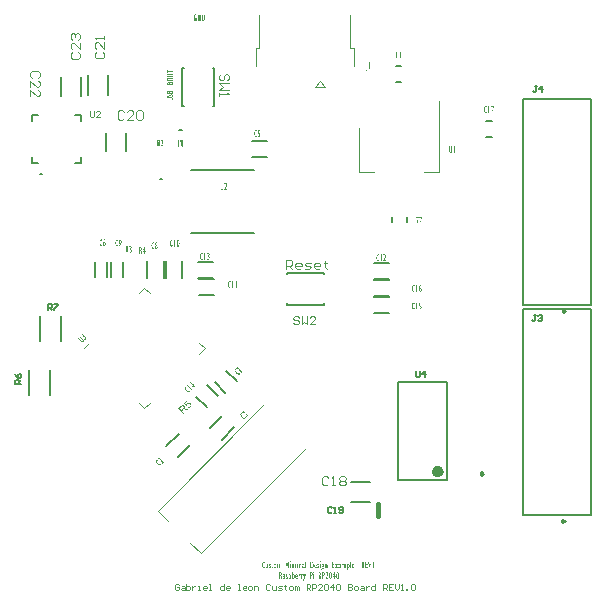
<source format=gto>
G04*
G04 #@! TF.GenerationSoftware,Altium Limited,Altium Designer,22.11.1 (43)*
G04*
G04 Layer_Color=65535*
%FSLAX25Y25*%
%MOIN*%
G70*
G04*
G04 #@! TF.SameCoordinates,256A903A-EE05-4266-A9F3-2A002FD68AA6*
G04*
G04*
G04 #@! TF.FilePolarity,Positive*
G04*
G01*
G75*
%ADD10C,0.00984*%
%ADD11C,0.00787*%
%ADD12C,0.01968*%
%ADD13C,0.00500*%
%ADD14C,0.00472*%
%ADD15C,0.01575*%
%ADD16C,0.00394*%
%ADD17C,0.00354*%
%ADD18C,0.00591*%
G36*
X-130669Y-9252D02*
X-128751D01*
Y-9532D01*
X-130669D01*
Y-9867D01*
X-130931D01*
Y-8917D01*
X-130669D01*
Y-9252D01*
D02*
G37*
G36*
X-129752Y-10012D02*
X-129708D01*
X-129657Y-10016D01*
X-129599Y-10023D01*
X-129537Y-10031D01*
X-129406Y-10049D01*
X-129271Y-10078D01*
X-129136Y-10122D01*
X-129075Y-10147D01*
X-129016Y-10176D01*
X-129013Y-10180D01*
X-129005Y-10183D01*
X-128991Y-10194D01*
X-128969Y-10205D01*
X-128922Y-10242D01*
X-128871Y-10293D01*
X-128816Y-10351D01*
X-128769Y-10424D01*
X-128751Y-10464D01*
X-128736Y-10504D01*
X-128725Y-10548D01*
X-128721Y-10595D01*
Y-10606D01*
X-128725Y-10620D01*
Y-10639D01*
X-128732Y-10660D01*
X-128736Y-10686D01*
X-128758Y-10744D01*
X-128776Y-10777D01*
X-128794Y-10810D01*
X-128820Y-10846D01*
X-128849Y-10882D01*
X-128882Y-10919D01*
X-128922Y-10951D01*
X-128969Y-10984D01*
X-129020Y-11017D01*
X-129024D01*
X-129034Y-11024D01*
X-129053Y-11032D01*
X-129075Y-11043D01*
X-129104Y-11053D01*
X-129144Y-11068D01*
X-129184Y-11083D01*
X-129235Y-11097D01*
X-129289Y-11112D01*
X-129351Y-11126D01*
X-129417Y-11141D01*
X-129493Y-11152D01*
X-129569Y-11163D01*
X-129653Y-11170D01*
X-129744Y-11174D01*
X-129839Y-11177D01*
X-129846D01*
X-129861D01*
X-129886D01*
X-129919Y-11174D01*
X-129963D01*
X-130010Y-11170D01*
X-130064Y-11163D01*
X-130123Y-11159D01*
X-130185Y-11148D01*
X-130250Y-11141D01*
X-130385Y-11112D01*
X-130519Y-11075D01*
X-130581Y-11050D01*
X-130643Y-11024D01*
X-130647Y-11021D01*
X-130658Y-11017D01*
X-130672Y-11010D01*
X-130694Y-10995D01*
X-130716Y-10981D01*
X-130745Y-10962D01*
X-130804Y-10911D01*
X-130862Y-10853D01*
X-130887Y-10817D01*
X-130909Y-10777D01*
X-130931Y-10737D01*
X-130945Y-10693D01*
X-130956Y-10646D01*
X-130960Y-10595D01*
Y-10584D01*
X-130956Y-10569D01*
Y-10551D01*
X-130949Y-10529D01*
X-130942Y-10504D01*
X-130935Y-10475D01*
X-130920Y-10442D01*
X-130905Y-10409D01*
X-130884Y-10373D01*
X-130858Y-10340D01*
X-130829Y-10304D01*
X-130792Y-10267D01*
X-130749Y-10234D01*
X-130701Y-10202D01*
X-130647Y-10169D01*
X-130643Y-10165D01*
X-130632Y-10162D01*
X-130614Y-10154D01*
X-130589Y-10143D01*
X-130560Y-10132D01*
X-130523Y-10118D01*
X-130480Y-10103D01*
X-130429Y-10089D01*
X-130374Y-10074D01*
X-130312Y-10060D01*
X-130246Y-10045D01*
X-130174Y-10034D01*
X-130097Y-10023D01*
X-130017Y-10016D01*
X-129930Y-10009D01*
X-129839D01*
X-129832D01*
X-129817D01*
X-129788D01*
X-129752Y-10012D01*
D02*
G37*
G36*
Y-11406D02*
X-129708D01*
X-129657Y-11410D01*
X-129599Y-11417D01*
X-129537Y-11425D01*
X-129406Y-11443D01*
X-129271Y-11472D01*
X-129136Y-11516D01*
X-129075Y-11541D01*
X-129016Y-11570D01*
X-129013Y-11574D01*
X-129005Y-11578D01*
X-128991Y-11588D01*
X-128969Y-11599D01*
X-128922Y-11636D01*
X-128871Y-11687D01*
X-128816Y-11745D01*
X-128769Y-11818D01*
X-128751Y-11858D01*
X-128736Y-11898D01*
X-128725Y-11942D01*
X-128721Y-11989D01*
Y-12000D01*
X-128725Y-12014D01*
Y-12033D01*
X-128732Y-12054D01*
X-128736Y-12080D01*
X-128758Y-12138D01*
X-128776Y-12171D01*
X-128794Y-12204D01*
X-128820Y-12240D01*
X-128849Y-12276D01*
X-128882Y-12313D01*
X-128922Y-12346D01*
X-128969Y-12378D01*
X-129020Y-12411D01*
X-129024D01*
X-129034Y-12418D01*
X-129053Y-12426D01*
X-129075Y-12437D01*
X-129104Y-12448D01*
X-129144Y-12462D01*
X-129184Y-12477D01*
X-129235Y-12491D01*
X-129289Y-12506D01*
X-129351Y-12520D01*
X-129417Y-12535D01*
X-129493Y-12546D01*
X-129569Y-12557D01*
X-129653Y-12564D01*
X-129744Y-12568D01*
X-129839Y-12571D01*
X-129846D01*
X-129861D01*
X-129886D01*
X-129919Y-12568D01*
X-129963D01*
X-130010Y-12564D01*
X-130064Y-12557D01*
X-130123Y-12553D01*
X-130185Y-12542D01*
X-130250Y-12535D01*
X-130385Y-12506D01*
X-130519Y-12469D01*
X-130581Y-12444D01*
X-130643Y-12418D01*
X-130647Y-12415D01*
X-130658Y-12411D01*
X-130672Y-12404D01*
X-130694Y-12389D01*
X-130716Y-12375D01*
X-130745Y-12357D01*
X-130804Y-12306D01*
X-130862Y-12247D01*
X-130887Y-12211D01*
X-130909Y-12171D01*
X-130931Y-12131D01*
X-130945Y-12087D01*
X-130956Y-12040D01*
X-130960Y-11989D01*
Y-11978D01*
X-130956Y-11963D01*
Y-11945D01*
X-130949Y-11923D01*
X-130942Y-11898D01*
X-130935Y-11869D01*
X-130920Y-11836D01*
X-130905Y-11803D01*
X-130884Y-11767D01*
X-130858Y-11734D01*
X-130829Y-11698D01*
X-130792Y-11661D01*
X-130749Y-11629D01*
X-130701Y-11596D01*
X-130647Y-11563D01*
X-130643Y-11559D01*
X-130632Y-11556D01*
X-130614Y-11548D01*
X-130589Y-11538D01*
X-130560Y-11527D01*
X-130523Y-11512D01*
X-130480Y-11497D01*
X-130429Y-11483D01*
X-130374Y-11468D01*
X-130312Y-11454D01*
X-130246Y-11439D01*
X-130174Y-11428D01*
X-130097Y-11417D01*
X-130017Y-11410D01*
X-129930Y-11403D01*
X-129839D01*
X-129832D01*
X-129817D01*
X-129788D01*
X-129752Y-11406D01*
D02*
G37*
G36*
X-129329Y-12797D02*
X-129307D01*
X-129278Y-12804D01*
X-129216Y-12815D01*
X-129144Y-12837D01*
X-129071Y-12870D01*
X-129031Y-12892D01*
X-128994Y-12913D01*
X-128958Y-12943D01*
X-128925Y-12975D01*
X-128922Y-12979D01*
X-128918Y-12983D01*
X-128911Y-12994D01*
X-128900Y-13008D01*
X-128885Y-13026D01*
X-128871Y-13052D01*
X-128856Y-13077D01*
X-128838Y-13106D01*
X-128823Y-13143D01*
X-128805Y-13179D01*
X-128790Y-13223D01*
X-128780Y-13270D01*
X-128765Y-13318D01*
X-128758Y-13372D01*
X-128754Y-13427D01*
X-128751Y-13489D01*
Y-13751D01*
X-130931D01*
Y-13394D01*
X-130927Y-13379D01*
Y-13358D01*
X-130924Y-13332D01*
X-130913Y-13274D01*
X-130891Y-13208D01*
X-130862Y-13143D01*
X-130825Y-13074D01*
X-130800Y-13041D01*
X-130771Y-13008D01*
Y-13004D01*
X-130763Y-13001D01*
X-130742Y-12983D01*
X-130709Y-12957D01*
X-130661Y-12924D01*
X-130607Y-12895D01*
X-130541Y-12870D01*
X-130469Y-12852D01*
X-130429Y-12844D01*
X-130388D01*
X-130385D01*
X-130374D01*
X-130359D01*
X-130341Y-12848D01*
X-130316Y-12852D01*
X-130287Y-12859D01*
X-130221Y-12881D01*
X-130181Y-12895D01*
X-130145Y-12913D01*
X-130105Y-12935D01*
X-130064Y-12964D01*
X-130028Y-12997D01*
X-129988Y-13034D01*
X-129952Y-13077D01*
X-129919Y-13128D01*
Y-13125D01*
X-129912Y-13114D01*
X-129901Y-13095D01*
X-129890Y-13077D01*
X-129872Y-13052D01*
X-129850Y-13023D01*
X-129824Y-12994D01*
X-129791Y-12961D01*
X-129759Y-12928D01*
X-129719Y-12899D01*
X-129675Y-12870D01*
X-129624Y-12844D01*
X-129569Y-12822D01*
X-129511Y-12808D01*
X-129446Y-12797D01*
X-129377Y-12793D01*
X-129373D01*
X-129366D01*
X-129351D01*
X-129329Y-12797D01*
D02*
G37*
G36*
X-128347Y-15596D02*
X-128507D01*
Y-13925D01*
X-128347D01*
Y-15596D01*
D02*
G37*
G36*
X-129329Y-15687D02*
X-129307D01*
X-129278Y-15694D01*
X-129216Y-15705D01*
X-129144Y-15727D01*
X-129071Y-15760D01*
X-129031Y-15782D01*
X-128994Y-15804D01*
X-128958Y-15833D01*
X-128925Y-15866D01*
X-128922Y-15869D01*
X-128918Y-15873D01*
X-128911Y-15884D01*
X-128900Y-15898D01*
X-128885Y-15916D01*
X-128871Y-15942D01*
X-128856Y-15967D01*
X-128838Y-15997D01*
X-128823Y-16033D01*
X-128805Y-16069D01*
X-128790Y-16113D01*
X-128780Y-16160D01*
X-128765Y-16208D01*
X-128758Y-16262D01*
X-128754Y-16317D01*
X-128751Y-16379D01*
Y-16641D01*
X-130931D01*
Y-16284D01*
X-130927Y-16270D01*
Y-16248D01*
X-130924Y-16222D01*
X-130913Y-16164D01*
X-130891Y-16098D01*
X-130862Y-16033D01*
X-130825Y-15964D01*
X-130800Y-15931D01*
X-130771Y-15898D01*
Y-15895D01*
X-130763Y-15891D01*
X-130742Y-15873D01*
X-130709Y-15847D01*
X-130661Y-15815D01*
X-130607Y-15785D01*
X-130541Y-15760D01*
X-130469Y-15742D01*
X-130429Y-15734D01*
X-130388D01*
X-130385D01*
X-130374D01*
X-130359D01*
X-130341Y-15738D01*
X-130316Y-15742D01*
X-130287Y-15749D01*
X-130221Y-15771D01*
X-130181Y-15785D01*
X-130145Y-15804D01*
X-130105Y-15825D01*
X-130064Y-15855D01*
X-130028Y-15887D01*
X-129988Y-15924D01*
X-129952Y-15967D01*
X-129919Y-16018D01*
Y-16015D01*
X-129912Y-16004D01*
X-129901Y-15986D01*
X-129890Y-15967D01*
X-129872Y-15942D01*
X-129850Y-15913D01*
X-129824Y-15884D01*
X-129791Y-15851D01*
X-129759Y-15818D01*
X-129719Y-15789D01*
X-129675Y-15760D01*
X-129624Y-15734D01*
X-129569Y-15713D01*
X-129511Y-15698D01*
X-129446Y-15687D01*
X-129377Y-15684D01*
X-129373D01*
X-129366D01*
X-129351D01*
X-129329Y-15687D01*
D02*
G37*
G36*
X-129184Y-16921D02*
X-129144Y-16925D01*
X-129093Y-16932D01*
X-129034Y-16950D01*
X-128976Y-16972D01*
X-128914Y-17001D01*
X-128860Y-17045D01*
X-128852Y-17052D01*
X-128838Y-17067D01*
X-128816Y-17096D01*
X-128790Y-17132D01*
X-128765Y-17180D01*
X-128743Y-17234D01*
X-128729Y-17296D01*
X-128721Y-17369D01*
Y-17394D01*
X-128725Y-17423D01*
X-128732Y-17456D01*
X-128743Y-17500D01*
X-128758Y-17547D01*
X-128776Y-17594D01*
X-128805Y-17646D01*
X-129096D01*
X-129093Y-17638D01*
X-129078Y-17624D01*
X-129060Y-17598D01*
X-129038Y-17569D01*
X-129013Y-17533D01*
X-128994Y-17489D01*
X-128980Y-17445D01*
X-128976Y-17402D01*
Y-17387D01*
X-128980Y-17369D01*
X-128983Y-17351D01*
X-128991Y-17325D01*
X-129002Y-17303D01*
X-129016Y-17278D01*
X-129034Y-17252D01*
X-129038Y-17249D01*
X-129045Y-17241D01*
X-129060Y-17231D01*
X-129078Y-17220D01*
X-129100Y-17209D01*
X-129125Y-17198D01*
X-129151Y-17190D01*
X-129184Y-17187D01*
X-129187D01*
X-129198D01*
X-129213D01*
X-129235Y-17190D01*
X-129260Y-17194D01*
X-129293Y-17201D01*
X-129329Y-17212D01*
X-129366Y-17223D01*
X-129369D01*
X-129387Y-17231D01*
X-129417Y-17241D01*
X-129457Y-17260D01*
X-129511Y-17285D01*
X-129544Y-17303D01*
X-129580Y-17322D01*
X-129621Y-17340D01*
X-129664Y-17362D01*
X-129711Y-17387D01*
X-129762Y-17416D01*
X-129766D01*
X-129777Y-17423D01*
X-129791Y-17431D01*
X-129810Y-17442D01*
X-129835Y-17453D01*
X-129861Y-17467D01*
X-129926Y-17500D01*
X-129995Y-17533D01*
X-130068Y-17565D01*
X-130134Y-17594D01*
X-130196Y-17616D01*
X-130203D01*
X-130221Y-17624D01*
X-130250Y-17631D01*
X-130283Y-17638D01*
X-130327Y-17646D01*
X-130370Y-17653D01*
X-130414Y-17656D01*
X-130458Y-17660D01*
X-130461D01*
X-130469D01*
X-130480D01*
X-130494Y-17656D01*
X-130534Y-17653D01*
X-130585Y-17646D01*
X-130643Y-17631D01*
X-130705Y-17609D01*
X-130763Y-17576D01*
X-130818Y-17536D01*
X-130825Y-17529D01*
X-130840Y-17514D01*
X-130862Y-17485D01*
X-130891Y-17449D01*
X-130916Y-17405D01*
X-130938Y-17347D01*
X-130953Y-17285D01*
X-130960Y-17216D01*
Y-17198D01*
X-130956Y-17176D01*
X-130953Y-17147D01*
X-130945Y-17110D01*
X-130935Y-17070D01*
X-130920Y-17027D01*
X-130902Y-16979D01*
X-130640D01*
X-130643Y-16983D01*
X-130651Y-16998D01*
X-130661Y-17019D01*
X-130672Y-17049D01*
X-130683Y-17078D01*
X-130694Y-17114D01*
X-130701Y-17147D01*
X-130705Y-17180D01*
Y-17198D01*
X-130701Y-17212D01*
X-130694Y-17245D01*
X-130680Y-17285D01*
X-130654Y-17325D01*
X-130636Y-17343D01*
X-130618Y-17358D01*
X-130592Y-17372D01*
X-130563Y-17380D01*
X-130531Y-17387D01*
X-130494Y-17391D01*
X-130490D01*
X-130480D01*
X-130465Y-17387D01*
X-130443D01*
X-130414Y-17383D01*
X-130385Y-17376D01*
X-130349Y-17369D01*
X-130308Y-17358D01*
X-130305Y-17354D01*
X-130287Y-17351D01*
X-130261Y-17340D01*
X-130221Y-17322D01*
X-130166Y-17296D01*
X-130134Y-17281D01*
X-130101Y-17263D01*
X-130061Y-17241D01*
X-130017Y-17220D01*
X-129970Y-17194D01*
X-129919Y-17169D01*
X-129915Y-17165D01*
X-129908Y-17161D01*
X-129894Y-17154D01*
X-129872Y-17143D01*
X-129850Y-17132D01*
X-129821Y-17118D01*
X-129759Y-17085D01*
X-129690Y-17049D01*
X-129617Y-17016D01*
X-129548Y-16987D01*
X-129486Y-16965D01*
X-129479Y-16961D01*
X-129460Y-16958D01*
X-129431Y-16950D01*
X-129398Y-16939D01*
X-129355Y-16932D01*
X-129311Y-16925D01*
X-129264Y-16921D01*
X-129220Y-16917D01*
X-129216D01*
X-129209D01*
X-129198D01*
X-129184Y-16921D01*
D02*
G37*
G36*
X-129264Y-17929D02*
X-129238D01*
X-129213Y-17933D01*
X-129147Y-17944D01*
X-129078Y-17962D01*
X-129005Y-17988D01*
X-128932Y-18024D01*
X-128871Y-18071D01*
X-128863Y-18079D01*
X-128849Y-18097D01*
X-128823Y-18126D01*
X-128798Y-18170D01*
X-128769Y-18217D01*
X-128743Y-18275D01*
X-128729Y-18341D01*
X-128721Y-18414D01*
Y-18432D01*
X-128725Y-18446D01*
X-128729Y-18486D01*
X-128740Y-18534D01*
X-128761Y-18588D01*
X-128787Y-18646D01*
X-128827Y-18705D01*
X-128849Y-18734D01*
X-128878Y-18759D01*
X-128882D01*
X-128885Y-18767D01*
X-128907Y-18781D01*
X-128940Y-18803D01*
X-128987Y-18828D01*
X-129045Y-18854D01*
X-129114Y-18876D01*
X-129195Y-18890D01*
X-129286Y-18898D01*
X-130931D01*
Y-18617D01*
X-129293D01*
X-129289D01*
X-129278D01*
X-129264D01*
X-129245Y-18614D01*
X-129195Y-18606D01*
X-129140Y-18592D01*
X-129082Y-18566D01*
X-129031Y-18530D01*
X-129013Y-18508D01*
X-128998Y-18479D01*
X-128987Y-18450D01*
X-128983Y-18414D01*
Y-18399D01*
X-128987Y-18381D01*
X-128994Y-18359D01*
X-129002Y-18337D01*
X-129016Y-18312D01*
X-129034Y-18286D01*
X-129060Y-18264D01*
X-129063Y-18261D01*
X-129075Y-18253D01*
X-129093Y-18246D01*
X-129114Y-18235D01*
X-129147Y-18224D01*
X-129184Y-18213D01*
X-129227Y-18210D01*
X-129278Y-18206D01*
X-130931D01*
Y-17926D01*
X-129311D01*
X-129307D01*
X-129300D01*
X-129282D01*
X-129264Y-17929D01*
D02*
G37*
G36*
X-81885Y-176141D02*
X-81870D01*
X-81838Y-176155D01*
X-81819Y-176166D01*
X-81801Y-176181D01*
X-81798Y-176184D01*
X-81794Y-176188D01*
X-81779Y-176210D01*
X-81765Y-176242D01*
X-81757Y-176264D01*
Y-176286D01*
Y-176290D01*
Y-176297D01*
X-81761Y-176308D01*
Y-176323D01*
X-81776Y-176355D01*
X-81787Y-176374D01*
X-81801Y-176392D01*
X-81805D01*
X-81809Y-176399D01*
X-81830Y-176410D01*
X-81863Y-176425D01*
X-81885Y-176428D01*
X-81907Y-176432D01*
X-81918D01*
X-81929Y-176428D01*
X-81943D01*
X-81976Y-176414D01*
X-81994Y-176406D01*
X-82012Y-176392D01*
Y-176388D01*
X-82020Y-176384D01*
X-82030Y-176363D01*
X-82045Y-176330D01*
X-82049Y-176308D01*
X-82052Y-176286D01*
Y-176283D01*
Y-176275D01*
X-82049Y-176264D01*
Y-176250D01*
X-82034Y-176217D01*
X-82027Y-176199D01*
X-82012Y-176181D01*
X-82009Y-176177D01*
X-82005Y-176173D01*
X-81983Y-176159D01*
X-81950Y-176144D01*
X-81929Y-176137D01*
X-81896D01*
X-81885Y-176141D01*
D02*
G37*
G36*
X-89835Y-176880D02*
X-89802Y-176887D01*
X-89762Y-176905D01*
X-89714Y-176930D01*
X-89689Y-176949D01*
X-89667Y-176971D01*
X-89642Y-176996D01*
X-89616Y-177025D01*
X-89591Y-177058D01*
X-89569Y-177098D01*
Y-177102D01*
X-89565Y-177109D01*
X-89558Y-177120D01*
X-89551Y-177138D01*
X-89540Y-177160D01*
X-89529Y-177185D01*
X-89518Y-177214D01*
X-89507Y-177247D01*
X-89496Y-177287D01*
X-89485Y-177327D01*
X-89463Y-177422D01*
X-89449Y-177527D01*
X-89445Y-177648D01*
Y-177651D01*
Y-177662D01*
Y-177680D01*
Y-177702D01*
X-89449Y-177731D01*
X-89452Y-177760D01*
X-89456Y-177797D01*
X-89460Y-177837D01*
X-89474Y-177921D01*
X-89496Y-178012D01*
X-89525Y-178099D01*
X-89565Y-178183D01*
Y-178186D01*
X-89569Y-178190D01*
X-89587Y-178215D01*
X-89613Y-178248D01*
X-89645Y-178285D01*
X-89689Y-178321D01*
X-89740Y-178354D01*
X-89798Y-178379D01*
X-89831Y-178383D01*
X-89864Y-178386D01*
X-89867D01*
X-89886Y-178383D01*
X-89907Y-178379D01*
X-89937Y-178372D01*
X-89973Y-178354D01*
X-90009Y-178332D01*
X-90046Y-178303D01*
X-90082Y-178259D01*
X-90086D01*
Y-179125D01*
X-90341D01*
Y-176901D01*
X-90086D01*
Y-177007D01*
X-90082D01*
X-90079Y-177000D01*
X-90068Y-176985D01*
X-90049Y-176967D01*
X-90024Y-176941D01*
X-89991Y-176916D01*
X-89955Y-176898D01*
X-89911Y-176883D01*
X-89864Y-176876D01*
X-89856D01*
X-89835Y-176880D01*
D02*
G37*
G36*
X-90850Y-176865D02*
X-90821Y-176872D01*
X-90785Y-176883D01*
X-90741Y-176901D01*
X-90697Y-176923D01*
X-90654Y-176956D01*
Y-177196D01*
X-90661Y-177193D01*
X-90675Y-177182D01*
X-90697Y-177164D01*
X-90730Y-177145D01*
X-90763Y-177127D01*
X-90799Y-177109D01*
X-90836Y-177098D01*
X-90872Y-177094D01*
X-90887D01*
X-90905Y-177102D01*
X-90923Y-177109D01*
X-90941Y-177120D01*
X-90959Y-177142D01*
X-90970Y-177167D01*
X-90974Y-177204D01*
Y-177207D01*
X-90970Y-177222D01*
X-90967Y-177243D01*
X-90956Y-177276D01*
X-90938Y-177316D01*
X-90912Y-177367D01*
X-90876Y-177429D01*
X-90828Y-177502D01*
Y-177506D01*
X-90821Y-177509D01*
X-90814Y-177520D01*
X-90803Y-177535D01*
X-90777Y-177575D01*
X-90748Y-177619D01*
X-90715Y-177669D01*
X-90686Y-177724D01*
X-90657Y-177775D01*
X-90639Y-177819D01*
X-90636Y-177822D01*
X-90632Y-177837D01*
X-90624Y-177855D01*
X-90617Y-177884D01*
X-90610Y-177913D01*
X-90603Y-177946D01*
X-90595Y-177979D01*
Y-178015D01*
Y-178023D01*
Y-178041D01*
X-90599Y-178070D01*
X-90606Y-178110D01*
X-90621Y-178150D01*
X-90639Y-178194D01*
X-90665Y-178241D01*
X-90697Y-178281D01*
X-90701Y-178285D01*
X-90715Y-178296D01*
X-90737Y-178314D01*
X-90763Y-178332D01*
X-90799Y-178354D01*
X-90843Y-178368D01*
X-90890Y-178383D01*
X-90941Y-178386D01*
X-90948D01*
X-90967Y-178383D01*
X-90992Y-178379D01*
X-91029Y-178372D01*
X-91072Y-178357D01*
X-91120Y-178335D01*
X-91171Y-178310D01*
X-91225Y-178270D01*
Y-177986D01*
X-91218Y-177993D01*
X-91203Y-178012D01*
X-91174Y-178037D01*
X-91141Y-178066D01*
X-91105Y-178095D01*
X-91061Y-178121D01*
X-91021Y-178139D01*
X-91000Y-178143D01*
X-90978Y-178146D01*
X-90967D01*
X-90945Y-178143D01*
X-90916Y-178132D01*
X-90887Y-178113D01*
X-90879Y-178106D01*
X-90868Y-178088D01*
X-90857Y-178059D01*
X-90850Y-178023D01*
Y-178019D01*
X-90854Y-178004D01*
X-90857Y-177979D01*
X-90868Y-177946D01*
X-90887Y-177902D01*
X-90912Y-177848D01*
X-90948Y-177786D01*
X-90996Y-177709D01*
Y-177706D01*
X-91003Y-177699D01*
X-91010Y-177688D01*
X-91018Y-177673D01*
X-91043Y-177637D01*
X-91072Y-177586D01*
X-91101Y-177535D01*
X-91131Y-177484D01*
X-91156Y-177433D01*
X-91174Y-177389D01*
Y-177385D01*
X-91178Y-177371D01*
X-91185Y-177353D01*
X-91189Y-177327D01*
X-91196Y-177298D01*
X-91203Y-177269D01*
X-91207Y-177204D01*
Y-177196D01*
Y-177178D01*
X-91203Y-177153D01*
X-91196Y-177116D01*
X-91185Y-177080D01*
X-91171Y-177036D01*
X-91149Y-176996D01*
X-91120Y-176960D01*
X-91116Y-176956D01*
X-91105Y-176945D01*
X-91083Y-176927D01*
X-91058Y-176909D01*
X-91029Y-176894D01*
X-90988Y-176876D01*
X-90945Y-176865D01*
X-90898Y-176861D01*
X-90876D01*
X-90850Y-176865D01*
D02*
G37*
G36*
X-85627Y-176880D02*
X-85609D01*
X-85569Y-176894D01*
X-85543Y-176905D01*
X-85521Y-176920D01*
X-85543Y-177182D01*
X-85547D01*
X-85550Y-177174D01*
X-85561Y-177171D01*
X-85576Y-177164D01*
X-85612Y-177153D01*
X-85652Y-177145D01*
X-85656D01*
X-85671Y-177149D01*
X-85696Y-177156D01*
X-85721Y-177171D01*
X-85754Y-177200D01*
X-85769Y-177214D01*
X-85787Y-177236D01*
X-85802Y-177262D01*
X-85820Y-177291D01*
X-85834Y-177324D01*
X-85849Y-177364D01*
Y-177367D01*
X-85852Y-177375D01*
X-85856Y-177385D01*
X-85860Y-177400D01*
X-85867Y-177418D01*
X-85874Y-177440D01*
X-85885Y-177495D01*
X-85900Y-177557D01*
X-85914Y-177629D01*
X-85922Y-177702D01*
X-85925Y-177775D01*
Y-178347D01*
X-86180D01*
Y-176901D01*
X-85925D01*
Y-177291D01*
X-85922D01*
Y-177287D01*
X-85918Y-177280D01*
X-85914Y-177265D01*
X-85907Y-177251D01*
X-85896Y-177204D01*
X-85878Y-177153D01*
X-85856Y-177094D01*
X-85834Y-177040D01*
X-85812Y-176992D01*
X-85805Y-176971D01*
X-85794Y-176956D01*
X-85791Y-176952D01*
X-85783Y-176945D01*
X-85772Y-176930D01*
X-85758Y-176916D01*
X-85736Y-176901D01*
X-85714Y-176887D01*
X-85685Y-176880D01*
X-85652Y-176876D01*
X-85641D01*
X-85627Y-176880D01*
D02*
G37*
G36*
X-86442D02*
X-86424D01*
X-86384Y-176894D01*
X-86358Y-176905D01*
X-86337Y-176920D01*
X-86358Y-177182D01*
X-86362D01*
X-86366Y-177174D01*
X-86377Y-177171D01*
X-86391Y-177164D01*
X-86428Y-177153D01*
X-86468Y-177145D01*
X-86471D01*
X-86486Y-177149D01*
X-86511Y-177156D01*
X-86537Y-177171D01*
X-86570Y-177200D01*
X-86584Y-177214D01*
X-86602Y-177236D01*
X-86617Y-177262D01*
X-86635Y-177291D01*
X-86650Y-177324D01*
X-86664Y-177364D01*
Y-177367D01*
X-86668Y-177375D01*
X-86672Y-177385D01*
X-86675Y-177400D01*
X-86682Y-177418D01*
X-86690Y-177440D01*
X-86701Y-177495D01*
X-86715Y-177557D01*
X-86730Y-177629D01*
X-86737Y-177702D01*
X-86741Y-177775D01*
Y-178347D01*
X-86996D01*
Y-176901D01*
X-86741D01*
Y-177291D01*
X-86737D01*
Y-177287D01*
X-86733Y-177280D01*
X-86730Y-177265D01*
X-86722Y-177251D01*
X-86712Y-177204D01*
X-86693Y-177153D01*
X-86672Y-177094D01*
X-86650Y-177040D01*
X-86628Y-176992D01*
X-86621Y-176971D01*
X-86610Y-176956D01*
X-86606Y-176952D01*
X-86599Y-176945D01*
X-86588Y-176930D01*
X-86573Y-176916D01*
X-86551Y-176901D01*
X-86529Y-176887D01*
X-86500Y-176880D01*
X-86468Y-176876D01*
X-86457D01*
X-86442Y-176880D01*
D02*
G37*
G36*
X-85164Y-179144D02*
X-85416D01*
X-85124Y-178099D01*
X-85507Y-176901D01*
X-85241D01*
X-85004Y-177655D01*
X-84997D01*
X-84790Y-176901D01*
X-84535D01*
X-85164Y-179144D01*
D02*
G37*
G36*
X-74787Y-177549D02*
X-74667D01*
Y-177750D01*
X-74787D01*
Y-178347D01*
X-75067D01*
Y-177750D01*
X-75639D01*
Y-177498D01*
X-75049Y-176144D01*
X-74787D01*
Y-177549D01*
D02*
G37*
G36*
X-77604Y-176148D02*
X-77561Y-176152D01*
X-77510Y-176166D01*
X-77451Y-176184D01*
X-77390Y-176213D01*
X-77331Y-176253D01*
X-77302Y-176279D01*
X-77277Y-176308D01*
X-77269Y-176315D01*
X-77266Y-176326D01*
X-77255Y-176337D01*
X-77233Y-176374D01*
X-77207Y-176425D01*
X-77186Y-176490D01*
X-77164Y-176567D01*
X-77149Y-176654D01*
X-77142Y-176756D01*
Y-176759D01*
Y-176767D01*
Y-176781D01*
Y-176799D01*
X-77146Y-176821D01*
Y-176850D01*
X-77149Y-176880D01*
X-77157Y-176916D01*
X-77167Y-176996D01*
X-77186Y-177087D01*
X-77211Y-177185D01*
X-77248Y-177291D01*
Y-177295D01*
X-77251Y-177305D01*
X-77258Y-177320D01*
X-77269Y-177342D01*
X-77280Y-177371D01*
X-77295Y-177407D01*
X-77313Y-177447D01*
X-77331Y-177495D01*
X-77357Y-177549D01*
X-77382Y-177608D01*
X-77411Y-177673D01*
X-77444Y-177742D01*
X-77481Y-177815D01*
X-77521Y-177895D01*
X-77561Y-177979D01*
X-77608Y-178070D01*
X-77095D01*
Y-178347D01*
X-78001D01*
Y-178306D01*
Y-178303D01*
X-77994Y-178296D01*
X-77987Y-178281D01*
X-77975Y-178263D01*
X-77965Y-178241D01*
X-77946Y-178215D01*
X-77932Y-178183D01*
X-77910Y-178150D01*
X-77870Y-178070D01*
X-77819Y-177975D01*
X-77768Y-177873D01*
X-77714Y-177764D01*
X-77662Y-177644D01*
X-77612Y-177524D01*
X-77561Y-177396D01*
X-77517Y-177273D01*
X-77481Y-177149D01*
X-77455Y-177029D01*
X-77437Y-176912D01*
X-77429Y-176807D01*
Y-176803D01*
Y-176799D01*
Y-176778D01*
X-77433Y-176749D01*
X-77441Y-176712D01*
X-77448Y-176668D01*
X-77462Y-176625D01*
X-77484Y-176581D01*
X-77510Y-176541D01*
X-77513Y-176537D01*
X-77524Y-176526D01*
X-77539Y-176508D01*
X-77564Y-176490D01*
X-77593Y-176472D01*
X-77626Y-176454D01*
X-77670Y-176443D01*
X-77714Y-176439D01*
X-77732D01*
X-77750Y-176443D01*
X-77779Y-176446D01*
X-77812Y-176457D01*
X-77855Y-176468D01*
X-77903Y-176486D01*
X-77957Y-176512D01*
Y-176224D01*
X-77954D01*
X-77950Y-176221D01*
X-77928Y-176213D01*
X-77895Y-176199D01*
X-77855Y-176184D01*
X-77808Y-176170D01*
X-77754Y-176155D01*
X-77695Y-176148D01*
X-77641Y-176144D01*
X-77619D01*
X-77604Y-176148D01*
D02*
G37*
G36*
X-78787Y-176170D02*
X-78762D01*
X-78733Y-176173D01*
X-78667Y-176188D01*
X-78591Y-176206D01*
X-78511Y-176235D01*
X-78434Y-176275D01*
X-78398Y-176301D01*
X-78361Y-176330D01*
X-78358D01*
X-78354Y-176337D01*
X-78332Y-176359D01*
X-78303Y-176395D01*
X-78270Y-176446D01*
X-78238Y-176508D01*
X-78212Y-176585D01*
X-78190Y-176672D01*
X-78187Y-176719D01*
X-78183Y-176770D01*
Y-176774D01*
Y-176781D01*
Y-176799D01*
X-78187Y-176818D01*
Y-176843D01*
X-78190Y-176869D01*
X-78205Y-176934D01*
X-78223Y-177007D01*
X-78252Y-177083D01*
X-78292Y-177156D01*
X-78318Y-177193D01*
X-78347Y-177225D01*
X-78354Y-177233D01*
X-78365Y-177240D01*
X-78376Y-177251D01*
X-78412Y-177276D01*
X-78463Y-177305D01*
X-78529Y-177338D01*
X-78605Y-177364D01*
X-78693Y-177382D01*
X-78744Y-177385D01*
X-78795Y-177389D01*
X-78853D01*
Y-178347D01*
X-79133D01*
Y-176166D01*
X-78809D01*
X-78787Y-176170D01*
D02*
G37*
G36*
X-80058D02*
X-80036D01*
X-80007Y-176173D01*
X-79945Y-176188D01*
X-79876Y-176206D01*
X-79807Y-176235D01*
X-79737Y-176279D01*
X-79704Y-176304D01*
X-79675Y-176333D01*
X-79668Y-176341D01*
X-79661Y-176352D01*
X-79654Y-176363D01*
X-79628Y-176399D01*
X-79599Y-176450D01*
X-79574Y-176512D01*
X-79548Y-176588D01*
X-79533Y-176672D01*
X-79526Y-176770D01*
Y-176774D01*
Y-176785D01*
Y-176799D01*
X-79530Y-176821D01*
X-79533Y-176847D01*
X-79537Y-176876D01*
X-79555Y-176945D01*
X-79581Y-177022D01*
X-79599Y-177061D01*
X-79624Y-177102D01*
X-79650Y-177138D01*
X-79679Y-177174D01*
X-79716Y-177207D01*
X-79756Y-177240D01*
X-79752D01*
X-79748Y-177247D01*
X-79737Y-177254D01*
X-79726Y-177269D01*
X-79712Y-177284D01*
X-79694Y-177305D01*
X-79675Y-177334D01*
X-79654Y-177367D01*
X-79628Y-177407D01*
X-79606Y-177455D01*
X-79581Y-177509D01*
X-79555Y-177571D01*
X-79530Y-177640D01*
X-79504Y-177717D01*
X-79479Y-177804D01*
X-79457Y-177899D01*
X-79355Y-178347D01*
X-79650D01*
X-79737Y-177971D01*
Y-177968D01*
X-79741Y-177953D01*
X-79745Y-177935D01*
X-79752Y-177910D01*
X-79759Y-177877D01*
X-79770Y-177840D01*
X-79788Y-177760D01*
X-79814Y-177677D01*
X-79839Y-177593D01*
X-79854Y-177557D01*
X-79868Y-177524D01*
X-79879Y-177491D01*
X-79894Y-177469D01*
X-79897Y-177466D01*
X-79905Y-177451D01*
X-79919Y-177436D01*
X-79937Y-177415D01*
X-79963Y-177396D01*
X-79992Y-177382D01*
X-80021Y-177371D01*
X-80058D01*
Y-178347D01*
X-80338D01*
Y-176166D01*
X-80080D01*
X-80058Y-176170D01*
D02*
G37*
G36*
X-81779Y-178347D02*
X-82034D01*
Y-176901D01*
X-81779D01*
Y-178347D01*
D02*
G37*
G36*
X-82871Y-176170D02*
X-82846D01*
X-82817Y-176173D01*
X-82751Y-176188D01*
X-82675Y-176206D01*
X-82595Y-176235D01*
X-82518Y-176275D01*
X-82482Y-176301D01*
X-82446Y-176330D01*
X-82442D01*
X-82438Y-176337D01*
X-82416Y-176359D01*
X-82387Y-176395D01*
X-82354Y-176446D01*
X-82322Y-176508D01*
X-82296Y-176585D01*
X-82274Y-176672D01*
X-82271Y-176719D01*
X-82267Y-176770D01*
Y-176774D01*
Y-176781D01*
Y-176799D01*
X-82271Y-176818D01*
Y-176843D01*
X-82274Y-176869D01*
X-82289Y-176934D01*
X-82307Y-177007D01*
X-82336Y-177083D01*
X-82376Y-177156D01*
X-82402Y-177193D01*
X-82431Y-177225D01*
X-82438Y-177233D01*
X-82449Y-177240D01*
X-82460Y-177251D01*
X-82496Y-177276D01*
X-82547Y-177305D01*
X-82613Y-177338D01*
X-82689Y-177364D01*
X-82777Y-177382D01*
X-82828Y-177385D01*
X-82879Y-177389D01*
X-82937D01*
Y-178347D01*
X-83217D01*
Y-176166D01*
X-82893D01*
X-82871Y-176170D01*
D02*
G37*
G36*
X-93125D02*
X-93103D01*
X-93074Y-176173D01*
X-93012Y-176188D01*
X-92943Y-176206D01*
X-92874Y-176235D01*
X-92805Y-176279D01*
X-92772Y-176304D01*
X-92743Y-176333D01*
X-92736Y-176341D01*
X-92729Y-176352D01*
X-92721Y-176363D01*
X-92696Y-176399D01*
X-92667Y-176450D01*
X-92641Y-176512D01*
X-92616Y-176588D01*
X-92601Y-176672D01*
X-92594Y-176770D01*
Y-176774D01*
Y-176785D01*
Y-176799D01*
X-92597Y-176821D01*
X-92601Y-176847D01*
X-92605Y-176876D01*
X-92623Y-176945D01*
X-92648Y-177022D01*
X-92667Y-177061D01*
X-92692Y-177102D01*
X-92718Y-177138D01*
X-92747Y-177174D01*
X-92783Y-177207D01*
X-92823Y-177240D01*
X-92819D01*
X-92816Y-177247D01*
X-92805Y-177254D01*
X-92794Y-177269D01*
X-92779Y-177284D01*
X-92761Y-177305D01*
X-92743Y-177334D01*
X-92721Y-177367D01*
X-92696Y-177407D01*
X-92674Y-177455D01*
X-92648Y-177509D01*
X-92623Y-177571D01*
X-92597Y-177640D01*
X-92572Y-177717D01*
X-92546Y-177804D01*
X-92525Y-177899D01*
X-92423Y-178347D01*
X-92718D01*
X-92805Y-177971D01*
Y-177968D01*
X-92809Y-177953D01*
X-92812Y-177935D01*
X-92819Y-177910D01*
X-92827Y-177877D01*
X-92838Y-177840D01*
X-92856Y-177760D01*
X-92881Y-177677D01*
X-92907Y-177593D01*
X-92921Y-177557D01*
X-92936Y-177524D01*
X-92947Y-177491D01*
X-92961Y-177469D01*
X-92965Y-177466D01*
X-92972Y-177451D01*
X-92987Y-177436D01*
X-93005Y-177415D01*
X-93031Y-177396D01*
X-93060Y-177382D01*
X-93089Y-177371D01*
X-93125D01*
Y-178347D01*
X-93405D01*
Y-176166D01*
X-93147D01*
X-93125Y-176170D01*
D02*
G37*
G36*
X-88939Y-176978D02*
X-88936D01*
X-88932Y-176974D01*
X-88921Y-176960D01*
X-88907Y-176941D01*
X-88881Y-176920D01*
X-88848Y-176898D01*
X-88812Y-176880D01*
X-88765Y-176865D01*
X-88710Y-176861D01*
X-88703D01*
X-88681Y-176865D01*
X-88648Y-176872D01*
X-88608Y-176887D01*
X-88561Y-176909D01*
X-88513Y-176941D01*
X-88488Y-176963D01*
X-88462Y-176989D01*
X-88437Y-177022D01*
X-88415Y-177054D01*
Y-177058D01*
X-88411Y-177061D01*
X-88404Y-177076D01*
X-88397Y-177091D01*
X-88386Y-177109D01*
X-88379Y-177134D01*
X-88368Y-177164D01*
X-88353Y-177196D01*
X-88342Y-177233D01*
X-88331Y-177276D01*
X-88324Y-177320D01*
X-88313Y-177371D01*
X-88306Y-177426D01*
X-88299Y-177484D01*
X-88295Y-177546D01*
Y-177611D01*
Y-177615D01*
Y-177626D01*
Y-177644D01*
Y-177669D01*
X-88299Y-177702D01*
X-88302Y-177735D01*
X-88306Y-177775D01*
X-88310Y-177815D01*
X-88324Y-177906D01*
X-88346Y-178001D01*
X-88375Y-178092D01*
X-88393Y-178132D01*
X-88415Y-178172D01*
Y-178175D01*
X-88419Y-178179D01*
X-88437Y-178201D01*
X-88462Y-178234D01*
X-88499Y-178270D01*
X-88542Y-178306D01*
X-88593Y-178339D01*
X-88652Y-178361D01*
X-88684Y-178365D01*
X-88717Y-178368D01*
X-88739D01*
X-88765Y-178361D01*
X-88794Y-178354D01*
X-88830Y-178343D01*
X-88866Y-178325D01*
X-88903Y-178299D01*
X-88939Y-178263D01*
Y-178347D01*
X-89194D01*
Y-176166D01*
X-88939D01*
Y-176978D01*
D02*
G37*
G36*
X-91822Y-176865D02*
X-91786Y-176876D01*
X-91742Y-176887D01*
X-91698Y-176905D01*
X-91651Y-176930D01*
X-91607Y-176967D01*
X-91604Y-176971D01*
X-91589Y-176985D01*
X-91571Y-177011D01*
X-91549Y-177043D01*
X-91531Y-177083D01*
X-91513Y-177131D01*
X-91498Y-177189D01*
X-91495Y-177251D01*
Y-178062D01*
Y-178066D01*
Y-178077D01*
X-91491Y-178088D01*
Y-178103D01*
X-91484Y-178121D01*
X-91476Y-178132D01*
X-91469Y-178143D01*
X-91454Y-178146D01*
X-91451D01*
X-91444Y-178143D01*
X-91433Y-178135D01*
X-91418Y-178128D01*
X-91404Y-178117D01*
X-91378Y-178099D01*
X-91352Y-178074D01*
Y-178274D01*
X-91356Y-178277D01*
X-91374Y-178288D01*
X-91396Y-178306D01*
X-91425Y-178325D01*
X-91454Y-178347D01*
X-91491Y-178361D01*
X-91524Y-178376D01*
X-91553Y-178379D01*
X-91560D01*
X-91575Y-178376D01*
X-91600Y-178368D01*
X-91629Y-178357D01*
X-91662Y-178335D01*
X-91691Y-178303D01*
X-91706Y-178281D01*
X-91720Y-178255D01*
X-91731Y-178230D01*
X-91742Y-178197D01*
Y-178201D01*
X-91749Y-178205D01*
X-91764Y-178226D01*
X-91793Y-178255D01*
X-91829Y-178292D01*
X-91869Y-178328D01*
X-91917Y-178357D01*
X-91968Y-178379D01*
X-91993Y-178383D01*
X-92019Y-178386D01*
X-92022D01*
X-92037Y-178383D01*
X-92059Y-178379D01*
X-92084Y-178372D01*
X-92117Y-178361D01*
X-92150Y-178339D01*
X-92182Y-178314D01*
X-92215Y-178277D01*
X-92219Y-178274D01*
X-92230Y-178259D01*
X-92241Y-178234D01*
X-92255Y-178205D01*
X-92273Y-178168D01*
X-92284Y-178124D01*
X-92295Y-178074D01*
X-92299Y-178023D01*
Y-178019D01*
Y-178015D01*
X-92295Y-177993D01*
X-92292Y-177961D01*
X-92284Y-177921D01*
X-92270Y-177877D01*
X-92248Y-177826D01*
X-92222Y-177779D01*
X-92182Y-177731D01*
X-92175Y-177724D01*
X-92157Y-177709D01*
X-92128Y-177684D01*
X-92106Y-177666D01*
X-92084Y-177648D01*
X-92055Y-177626D01*
X-92022Y-177604D01*
X-91989Y-177578D01*
X-91949Y-177553D01*
X-91906Y-177524D01*
X-91859Y-177495D01*
X-91804Y-177462D01*
X-91749Y-177429D01*
Y-177291D01*
Y-177287D01*
Y-177284D01*
X-91753Y-177262D01*
X-91757Y-177233D01*
X-91768Y-177196D01*
X-91786Y-177160D01*
X-91815Y-177131D01*
X-91851Y-177109D01*
X-91877Y-177105D01*
X-91902Y-177102D01*
X-91909D01*
X-91928Y-177105D01*
X-91960Y-177112D01*
X-92004Y-177131D01*
X-92059Y-177160D01*
X-92088Y-177178D01*
X-92117Y-177204D01*
X-92153Y-177229D01*
X-92186Y-177262D01*
X-92222Y-177298D01*
X-92263Y-177342D01*
Y-177051D01*
X-92259Y-177047D01*
X-92255Y-177043D01*
X-92244Y-177032D01*
X-92230Y-177022D01*
X-92190Y-176992D01*
X-92142Y-176956D01*
X-92084Y-176920D01*
X-92019Y-176891D01*
X-91949Y-176869D01*
X-91917Y-176865D01*
X-91880Y-176861D01*
X-91855D01*
X-91822Y-176865D01*
D02*
G37*
G36*
X-73902Y-176148D02*
X-73859Y-176159D01*
X-73804Y-176177D01*
X-73779Y-176192D01*
X-73746Y-176210D01*
X-73717Y-176232D01*
X-73688Y-176257D01*
X-73659Y-176290D01*
X-73629Y-176326D01*
X-73604Y-176366D01*
X-73582Y-176414D01*
Y-176417D01*
X-73578Y-176425D01*
X-73571Y-176443D01*
X-73564Y-176465D01*
X-73553Y-176494D01*
X-73546Y-176530D01*
X-73535Y-176574D01*
X-73520Y-176621D01*
X-73509Y-176679D01*
X-73498Y-176741D01*
X-73491Y-176810D01*
X-73480Y-176887D01*
X-73473Y-176971D01*
X-73466Y-177065D01*
X-73462Y-177164D01*
Y-177269D01*
Y-177276D01*
Y-177295D01*
Y-177324D01*
Y-177360D01*
X-73466Y-177407D01*
X-73469Y-177462D01*
X-73473Y-177520D01*
X-73476Y-177586D01*
X-73491Y-177720D01*
X-73509Y-177859D01*
X-73524Y-177928D01*
X-73538Y-177993D01*
X-73557Y-178055D01*
X-73575Y-178110D01*
Y-178113D01*
X-73578Y-178121D01*
X-73586Y-178135D01*
X-73597Y-178154D01*
X-73622Y-178197D01*
X-73662Y-178248D01*
X-73713Y-178299D01*
X-73779Y-178343D01*
X-73815Y-178361D01*
X-73855Y-178376D01*
X-73895Y-178383D01*
X-73942Y-178386D01*
X-73953D01*
X-73964Y-178383D01*
X-73983D01*
X-74026Y-178372D01*
X-74077Y-178354D01*
X-74106Y-178339D01*
X-74135Y-178321D01*
X-74168Y-178299D01*
X-74197Y-178270D01*
X-74223Y-178241D01*
X-74252Y-178205D01*
X-74277Y-178161D01*
X-74299Y-178113D01*
Y-178110D01*
X-74303Y-178099D01*
X-74310Y-178084D01*
X-74317Y-178062D01*
X-74325Y-178033D01*
X-74336Y-177997D01*
X-74347Y-177953D01*
X-74354Y-177902D01*
X-74365Y-177848D01*
X-74376Y-177786D01*
X-74387Y-177717D01*
X-74394Y-177640D01*
X-74401Y-177557D01*
X-74408Y-177469D01*
X-74412Y-177371D01*
Y-177269D01*
Y-177265D01*
Y-177254D01*
Y-177240D01*
Y-177222D01*
X-74408Y-177196D01*
Y-177164D01*
Y-177131D01*
X-74405Y-177094D01*
X-74397Y-177007D01*
X-74387Y-176912D01*
X-74372Y-176810D01*
X-74354Y-176705D01*
X-74328Y-176603D01*
X-74296Y-176501D01*
X-74259Y-176406D01*
X-74215Y-176319D01*
X-74186Y-176283D01*
X-74161Y-176246D01*
X-74128Y-176217D01*
X-74099Y-176192D01*
X-74063Y-176173D01*
X-74026Y-176155D01*
X-73986Y-176148D01*
X-73942Y-176144D01*
X-73921D01*
X-73902Y-176148D01*
D02*
G37*
G36*
X-76290D02*
X-76247Y-176159D01*
X-76192Y-176177D01*
X-76166Y-176192D01*
X-76134Y-176210D01*
X-76105Y-176232D01*
X-76076Y-176257D01*
X-76046Y-176290D01*
X-76017Y-176326D01*
X-75992Y-176366D01*
X-75970Y-176414D01*
Y-176417D01*
X-75966Y-176425D01*
X-75959Y-176443D01*
X-75952Y-176465D01*
X-75941Y-176494D01*
X-75933Y-176530D01*
X-75923Y-176574D01*
X-75908Y-176621D01*
X-75897Y-176679D01*
X-75886Y-176741D01*
X-75879Y-176810D01*
X-75868Y-176887D01*
X-75861Y-176971D01*
X-75853Y-177065D01*
X-75850Y-177164D01*
Y-177269D01*
Y-177276D01*
Y-177295D01*
Y-177324D01*
Y-177360D01*
X-75853Y-177407D01*
X-75857Y-177462D01*
X-75861Y-177520D01*
X-75864Y-177586D01*
X-75879Y-177720D01*
X-75897Y-177859D01*
X-75912Y-177928D01*
X-75926Y-177993D01*
X-75944Y-178055D01*
X-75963Y-178110D01*
Y-178113D01*
X-75966Y-178121D01*
X-75974Y-178135D01*
X-75985Y-178154D01*
X-76010Y-178197D01*
X-76050Y-178248D01*
X-76101Y-178299D01*
X-76166Y-178343D01*
X-76203Y-178361D01*
X-76243Y-178376D01*
X-76283Y-178383D01*
X-76330Y-178386D01*
X-76341D01*
X-76352Y-178383D01*
X-76370D01*
X-76414Y-178372D01*
X-76465Y-178354D01*
X-76494Y-178339D01*
X-76523Y-178321D01*
X-76556Y-178299D01*
X-76585Y-178270D01*
X-76611Y-178241D01*
X-76640Y-178205D01*
X-76665Y-178161D01*
X-76687Y-178113D01*
Y-178110D01*
X-76691Y-178099D01*
X-76698Y-178084D01*
X-76705Y-178062D01*
X-76713Y-178033D01*
X-76723Y-177997D01*
X-76734Y-177953D01*
X-76742Y-177902D01*
X-76753Y-177848D01*
X-76763Y-177786D01*
X-76774Y-177717D01*
X-76782Y-177640D01*
X-76789Y-177557D01*
X-76796Y-177469D01*
X-76800Y-177371D01*
Y-177269D01*
Y-177265D01*
Y-177254D01*
Y-177240D01*
Y-177222D01*
X-76796Y-177196D01*
Y-177164D01*
Y-177131D01*
X-76793Y-177094D01*
X-76785Y-177007D01*
X-76774Y-176912D01*
X-76760Y-176810D01*
X-76742Y-176705D01*
X-76716Y-176603D01*
X-76683Y-176501D01*
X-76647Y-176406D01*
X-76603Y-176319D01*
X-76574Y-176283D01*
X-76549Y-176246D01*
X-76516Y-176217D01*
X-76487Y-176192D01*
X-76450Y-176173D01*
X-76414Y-176155D01*
X-76374Y-176148D01*
X-76330Y-176144D01*
X-76308D01*
X-76290Y-176148D01*
D02*
G37*
G36*
X-87640Y-176865D02*
X-87614Y-176872D01*
X-87585Y-176887D01*
X-87549Y-176905D01*
X-87512Y-176930D01*
X-87476Y-176963D01*
X-87440Y-177007D01*
X-87403Y-177061D01*
X-87370Y-177127D01*
X-87341Y-177207D01*
X-87327Y-177251D01*
X-87316Y-177302D01*
X-87305Y-177353D01*
X-87298Y-177411D01*
X-87290Y-177469D01*
X-87287Y-177535D01*
X-87283Y-177608D01*
Y-177680D01*
X-87822D01*
Y-177684D01*
Y-177699D01*
Y-177724D01*
X-87818Y-177753D01*
X-87814Y-177789D01*
X-87807Y-177826D01*
X-87789Y-177913D01*
X-87774Y-177957D01*
X-87760Y-177997D01*
X-87738Y-178037D01*
X-87713Y-178074D01*
X-87683Y-178103D01*
X-87647Y-178124D01*
X-87607Y-178143D01*
X-87563Y-178146D01*
X-87556D01*
X-87538Y-178143D01*
X-87512Y-178139D01*
X-87480Y-178128D01*
X-87440Y-178113D01*
X-87396Y-178088D01*
X-87356Y-178055D01*
X-87312Y-178008D01*
Y-178263D01*
X-87319Y-178266D01*
X-87338Y-178281D01*
X-87363Y-178303D01*
X-87403Y-178325D01*
X-87447Y-178347D01*
X-87498Y-178368D01*
X-87552Y-178383D01*
X-87614Y-178386D01*
X-87636D01*
X-87651Y-178383D01*
X-87691Y-178376D01*
X-87742Y-178361D01*
X-87796Y-178339D01*
X-87851Y-178303D01*
X-87880Y-178281D01*
X-87906Y-178255D01*
X-87931Y-178223D01*
X-87956Y-178190D01*
Y-178186D01*
X-87960Y-178179D01*
X-87967Y-178168D01*
X-87975Y-178154D01*
X-87986Y-178132D01*
X-87993Y-178110D01*
X-88004Y-178077D01*
X-88015Y-178044D01*
X-88029Y-178008D01*
X-88040Y-177964D01*
X-88047Y-177917D01*
X-88058Y-177866D01*
X-88066Y-177811D01*
X-88073Y-177753D01*
X-88077Y-177691D01*
Y-177622D01*
Y-177619D01*
Y-177608D01*
Y-177586D01*
Y-177564D01*
X-88073Y-177531D01*
X-88069Y-177498D01*
Y-177458D01*
X-88062Y-177418D01*
X-88051Y-177327D01*
X-88033Y-177233D01*
X-88007Y-177142D01*
X-87989Y-177102D01*
X-87971Y-177061D01*
Y-177058D01*
X-87967Y-177054D01*
X-87953Y-177029D01*
X-87927Y-177000D01*
X-87895Y-176960D01*
X-87851Y-176923D01*
X-87804Y-176894D01*
X-87742Y-176869D01*
X-87709Y-176865D01*
X-87676Y-176861D01*
X-87658D01*
X-87640Y-176865D01*
D02*
G37*
G36*
X-79688Y-172597D02*
X-79673D01*
X-79640Y-172612D01*
X-79622Y-172623D01*
X-79604Y-172637D01*
X-79600Y-172641D01*
X-79597Y-172645D01*
X-79582Y-172667D01*
X-79567Y-172699D01*
X-79560Y-172721D01*
Y-172743D01*
Y-172747D01*
Y-172754D01*
X-79564Y-172765D01*
Y-172779D01*
X-79578Y-172812D01*
X-79589Y-172830D01*
X-79604Y-172848D01*
X-79607D01*
X-79611Y-172856D01*
X-79633Y-172867D01*
X-79666Y-172881D01*
X-79688Y-172885D01*
X-79709Y-172889D01*
X-79720D01*
X-79731Y-172885D01*
X-79746D01*
X-79778Y-172870D01*
X-79797Y-172863D01*
X-79815Y-172848D01*
Y-172845D01*
X-79822Y-172841D01*
X-79833Y-172819D01*
X-79848Y-172787D01*
X-79851Y-172765D01*
X-79855Y-172743D01*
Y-172739D01*
Y-172732D01*
X-79851Y-172721D01*
Y-172706D01*
X-79837Y-172674D01*
X-79829Y-172655D01*
X-79815Y-172637D01*
X-79811Y-172634D01*
X-79808Y-172630D01*
X-79786Y-172616D01*
X-79753Y-172601D01*
X-79731Y-172594D01*
X-79698D01*
X-79688Y-172597D01*
D02*
G37*
G36*
X-87921D02*
X-87907D01*
X-87874Y-172612D01*
X-87856Y-172623D01*
X-87837Y-172637D01*
X-87834Y-172641D01*
X-87830Y-172645D01*
X-87816Y-172667D01*
X-87801Y-172699D01*
X-87794Y-172721D01*
Y-172743D01*
Y-172747D01*
Y-172754D01*
X-87797Y-172765D01*
Y-172779D01*
X-87812Y-172812D01*
X-87823Y-172830D01*
X-87837Y-172848D01*
X-87841D01*
X-87845Y-172856D01*
X-87867Y-172867D01*
X-87899Y-172881D01*
X-87921Y-172885D01*
X-87943Y-172889D01*
X-87954D01*
X-87965Y-172885D01*
X-87979D01*
X-88012Y-172870D01*
X-88030Y-172863D01*
X-88049Y-172848D01*
Y-172845D01*
X-88056Y-172841D01*
X-88067Y-172819D01*
X-88081Y-172787D01*
X-88085Y-172765D01*
X-88089Y-172743D01*
Y-172739D01*
Y-172732D01*
X-88085Y-172721D01*
Y-172706D01*
X-88070Y-172674D01*
X-88063Y-172655D01*
X-88049Y-172637D01*
X-88045Y-172634D01*
X-88041Y-172630D01*
X-88019Y-172616D01*
X-87987Y-172601D01*
X-87965Y-172594D01*
X-87932D01*
X-87921Y-172597D01*
D02*
G37*
G36*
X-89657D02*
X-89643D01*
X-89610Y-172612D01*
X-89592Y-172623D01*
X-89574Y-172637D01*
X-89570Y-172641D01*
X-89566Y-172645D01*
X-89552Y-172667D01*
X-89537Y-172699D01*
X-89530Y-172721D01*
Y-172743D01*
Y-172747D01*
Y-172754D01*
X-89534Y-172765D01*
Y-172779D01*
X-89548Y-172812D01*
X-89559Y-172830D01*
X-89574Y-172848D01*
X-89577D01*
X-89581Y-172856D01*
X-89603Y-172867D01*
X-89636Y-172881D01*
X-89657Y-172885D01*
X-89679Y-172889D01*
X-89690D01*
X-89701Y-172885D01*
X-89716D01*
X-89749Y-172870D01*
X-89767Y-172863D01*
X-89785Y-172848D01*
Y-172845D01*
X-89792Y-172841D01*
X-89803Y-172819D01*
X-89818Y-172787D01*
X-89821Y-172765D01*
X-89825Y-172743D01*
Y-172739D01*
Y-172732D01*
X-89821Y-172721D01*
Y-172706D01*
X-89807Y-172674D01*
X-89799Y-172655D01*
X-89785Y-172637D01*
X-89781Y-172634D01*
X-89778Y-172630D01*
X-89756Y-172616D01*
X-89723Y-172601D01*
X-89701Y-172594D01*
X-89668D01*
X-89657Y-172597D01*
D02*
G37*
G36*
X-98470Y-172601D02*
X-98434Y-172608D01*
X-98386Y-172623D01*
X-98335Y-172641D01*
X-98281Y-172670D01*
X-98219Y-172710D01*
Y-172990D01*
X-98226Y-172983D01*
X-98244Y-172969D01*
X-98270Y-172947D01*
X-98306Y-172921D01*
X-98350Y-172899D01*
X-98397Y-172878D01*
X-98448Y-172863D01*
X-98503Y-172856D01*
X-98510D01*
X-98528Y-172859D01*
X-98561Y-172867D01*
X-98597Y-172881D01*
X-98637Y-172903D01*
X-98677Y-172940D01*
X-98696Y-172961D01*
X-98714Y-172990D01*
X-98732Y-173020D01*
X-98747Y-173056D01*
Y-173060D01*
X-98750Y-173067D01*
X-98754Y-173078D01*
X-98757Y-173092D01*
X-98765Y-173114D01*
X-98768Y-173143D01*
X-98776Y-173176D01*
X-98783Y-173213D01*
X-98790Y-173256D01*
X-98798Y-173303D01*
X-98801Y-173358D01*
X-98808Y-173416D01*
X-98812Y-173482D01*
X-98816Y-173555D01*
X-98819Y-173631D01*
Y-173715D01*
Y-173718D01*
Y-173733D01*
Y-173758D01*
Y-173788D01*
X-98816Y-173828D01*
Y-173868D01*
X-98812Y-173915D01*
X-98808Y-173966D01*
X-98801Y-174075D01*
X-98787Y-174184D01*
X-98779Y-174235D01*
X-98768Y-174283D01*
X-98757Y-174330D01*
X-98743Y-174370D01*
Y-174374D01*
X-98739Y-174377D01*
X-98728Y-174403D01*
X-98710Y-174432D01*
X-98681Y-174468D01*
X-98648Y-174508D01*
X-98605Y-174537D01*
X-98554Y-174563D01*
X-98524Y-174567D01*
X-98492Y-174570D01*
X-98484D01*
X-98470Y-174567D01*
X-98444Y-174563D01*
X-98408Y-174552D01*
X-98364Y-174530D01*
X-98313Y-174505D01*
X-98259Y-174465D01*
X-98226Y-174443D01*
X-98193Y-174414D01*
Y-174712D01*
X-98201Y-174716D01*
X-98222Y-174730D01*
X-98251Y-174749D01*
X-98295Y-174770D01*
X-98346Y-174796D01*
X-98401Y-174814D01*
X-98463Y-174829D01*
X-98528Y-174832D01*
X-98539D01*
X-98554Y-174829D01*
X-98576D01*
X-98597Y-174825D01*
X-98626Y-174818D01*
X-98688Y-174796D01*
X-98721Y-174781D01*
X-98757Y-174763D01*
X-98794Y-174741D01*
X-98830Y-174712D01*
X-98863Y-174679D01*
X-98899Y-174643D01*
X-98932Y-174599D01*
X-98961Y-174548D01*
Y-174545D01*
X-98969Y-174534D01*
X-98976Y-174519D01*
X-98987Y-174494D01*
X-98998Y-174465D01*
X-99009Y-174428D01*
X-99023Y-174388D01*
X-99038Y-174337D01*
X-99052Y-174283D01*
X-99067Y-174221D01*
X-99078Y-174155D01*
X-99089Y-174079D01*
X-99100Y-173999D01*
X-99107Y-173915D01*
X-99111Y-173824D01*
X-99114Y-173726D01*
Y-173718D01*
Y-173704D01*
Y-173675D01*
X-99111Y-173638D01*
Y-173595D01*
X-99107Y-173540D01*
X-99100Y-173486D01*
X-99096Y-173424D01*
X-99078Y-173289D01*
X-99049Y-173151D01*
X-99012Y-173016D01*
X-98987Y-172954D01*
X-98961Y-172896D01*
X-98958Y-172892D01*
X-98954Y-172881D01*
X-98947Y-172867D01*
X-98932Y-172848D01*
X-98899Y-172801D01*
X-98848Y-172743D01*
X-98787Y-172688D01*
X-98710Y-172641D01*
X-98666Y-172623D01*
X-98623Y-172608D01*
X-98572Y-172597D01*
X-98521Y-172594D01*
X-98495D01*
X-98470Y-172601D01*
D02*
G37*
G36*
X-90153Y-174803D02*
X-90425D01*
X-90411Y-173227D01*
X-90418Y-173223D01*
X-90695Y-173941D01*
X-90746D01*
X-91022Y-173223D01*
X-91030Y-173227D01*
X-91012Y-174803D01*
X-91285D01*
Y-172623D01*
X-91048D01*
X-90720Y-173424D01*
X-90393Y-172623D01*
X-90153D01*
Y-174803D01*
D02*
G37*
G36*
X-70358Y-173336D02*
X-70325Y-173344D01*
X-70285Y-173362D01*
X-70238Y-173387D01*
X-70213Y-173405D01*
X-70191Y-173427D01*
X-70165Y-173453D01*
X-70140Y-173482D01*
X-70114Y-173515D01*
X-70092Y-173555D01*
Y-173558D01*
X-70089Y-173566D01*
X-70082Y-173576D01*
X-70074Y-173595D01*
X-70063Y-173617D01*
X-70052Y-173642D01*
X-70042Y-173671D01*
X-70031Y-173704D01*
X-70020Y-173744D01*
X-70009Y-173784D01*
X-69987Y-173879D01*
X-69972Y-173984D01*
X-69969Y-174104D01*
Y-174108D01*
Y-174119D01*
Y-174137D01*
Y-174159D01*
X-69972Y-174188D01*
X-69976Y-174217D01*
X-69980Y-174253D01*
X-69983Y-174294D01*
X-69998Y-174377D01*
X-70020Y-174468D01*
X-70049Y-174556D01*
X-70089Y-174639D01*
Y-174643D01*
X-70092Y-174647D01*
X-70111Y-174672D01*
X-70136Y-174705D01*
X-70169Y-174741D01*
X-70213Y-174778D01*
X-70263Y-174810D01*
X-70322Y-174836D01*
X-70354Y-174840D01*
X-70387Y-174843D01*
X-70391D01*
X-70409Y-174840D01*
X-70431Y-174836D01*
X-70460Y-174829D01*
X-70496Y-174810D01*
X-70533Y-174789D01*
X-70569Y-174759D01*
X-70606Y-174716D01*
X-70609D01*
Y-175582D01*
X-70864D01*
Y-173358D01*
X-70609D01*
Y-173464D01*
X-70606D01*
X-70602Y-173456D01*
X-70591Y-173442D01*
X-70573Y-173424D01*
X-70547Y-173398D01*
X-70515Y-173373D01*
X-70478Y-173354D01*
X-70435Y-173340D01*
X-70387Y-173333D01*
X-70380D01*
X-70358Y-173336D01*
D02*
G37*
G36*
X-77595Y-173340D02*
X-77562Y-173347D01*
X-77525Y-173362D01*
X-77485Y-173380D01*
X-77449Y-173409D01*
X-77412Y-173449D01*
X-77409Y-173453D01*
X-77398Y-173471D01*
X-77383Y-173496D01*
X-77369Y-173529D01*
X-77354Y-173576D01*
X-77340Y-173627D01*
X-77329Y-173689D01*
X-77325Y-173762D01*
Y-174803D01*
X-77580D01*
Y-173766D01*
Y-173762D01*
Y-173755D01*
Y-173748D01*
X-77584Y-173733D01*
X-77587Y-173700D01*
X-77598Y-173660D01*
X-77613Y-173620D01*
X-77638Y-173587D01*
X-77653Y-173573D01*
X-77671Y-173562D01*
X-77693Y-173558D01*
X-77718Y-173555D01*
X-77733D01*
X-77747Y-173558D01*
X-77766Y-173566D01*
X-77787Y-173573D01*
X-77813Y-173587D01*
X-77835Y-173609D01*
X-77860Y-173635D01*
X-77864Y-173638D01*
X-77868Y-173646D01*
X-77878Y-173660D01*
X-77889Y-173675D01*
X-77908Y-173707D01*
X-77915Y-173722D01*
X-77918Y-173729D01*
Y-174803D01*
X-78173D01*
Y-173358D01*
X-77918D01*
Y-173515D01*
X-77915D01*
Y-173511D01*
X-77911Y-173507D01*
X-77897Y-173486D01*
X-77871Y-173456D01*
X-77838Y-173424D01*
X-77802Y-173391D01*
X-77755Y-173362D01*
X-77704Y-173340D01*
X-77675Y-173336D01*
X-77645Y-173333D01*
X-77620D01*
X-77595Y-173340D01*
D02*
G37*
G36*
X-88653D02*
X-88620Y-173347D01*
X-88584Y-173362D01*
X-88544Y-173380D01*
X-88507Y-173409D01*
X-88471Y-173449D01*
X-88467Y-173453D01*
X-88456Y-173471D01*
X-88442Y-173496D01*
X-88427Y-173529D01*
X-88413Y-173576D01*
X-88398Y-173627D01*
X-88387Y-173689D01*
X-88384Y-173762D01*
Y-174803D01*
X-88638D01*
Y-173766D01*
Y-173762D01*
Y-173755D01*
Y-173748D01*
X-88642Y-173733D01*
X-88645Y-173700D01*
X-88656Y-173660D01*
X-88671Y-173620D01*
X-88696Y-173587D01*
X-88711Y-173573D01*
X-88729Y-173562D01*
X-88751Y-173558D01*
X-88777Y-173555D01*
X-88791D01*
X-88806Y-173558D01*
X-88824Y-173566D01*
X-88846Y-173573D01*
X-88871Y-173587D01*
X-88893Y-173609D01*
X-88919Y-173635D01*
X-88922Y-173638D01*
X-88926Y-173646D01*
X-88937Y-173660D01*
X-88948Y-173675D01*
X-88966Y-173707D01*
X-88973Y-173722D01*
X-88977Y-173729D01*
Y-174803D01*
X-89232D01*
Y-173358D01*
X-88977D01*
Y-173515D01*
X-88973D01*
Y-173511D01*
X-88969Y-173507D01*
X-88955Y-173486D01*
X-88929Y-173456D01*
X-88897Y-173424D01*
X-88860Y-173391D01*
X-88813Y-173362D01*
X-88762Y-173340D01*
X-88733Y-173336D01*
X-88704Y-173333D01*
X-88678D01*
X-88653Y-173340D01*
D02*
G37*
G36*
X-71428D02*
X-71396Y-173347D01*
X-71359Y-173362D01*
X-71323Y-173380D01*
X-71286Y-173409D01*
X-71250Y-173445D01*
X-71246Y-173449D01*
X-71235Y-173467D01*
X-71221Y-173489D01*
X-71203Y-173526D01*
X-71188Y-173569D01*
X-71174Y-173624D01*
X-71163Y-173686D01*
X-71159Y-173758D01*
Y-174803D01*
X-71414D01*
Y-173773D01*
Y-173769D01*
Y-173762D01*
Y-173751D01*
X-71417Y-173740D01*
X-71421Y-173704D01*
X-71432Y-173664D01*
X-71447Y-173624D01*
X-71472Y-173587D01*
X-71487Y-173576D01*
X-71505Y-173566D01*
X-71527Y-173558D01*
X-71552Y-173555D01*
X-71556D01*
X-71570Y-173558D01*
X-71592Y-173562D01*
X-71618Y-173576D01*
X-71647Y-173595D01*
X-71680Y-173627D01*
X-71716Y-173668D01*
X-71734Y-173697D01*
X-71752Y-173726D01*
Y-174803D01*
X-72007D01*
Y-173777D01*
Y-173773D01*
Y-173766D01*
Y-173755D01*
X-72011Y-173740D01*
X-72014Y-173707D01*
X-72025Y-173664D01*
X-72040Y-173624D01*
X-72065Y-173587D01*
X-72083Y-173576D01*
X-72102Y-173566D01*
X-72124Y-173558D01*
X-72149Y-173555D01*
X-72153D01*
X-72164Y-173558D01*
X-72185Y-173562D01*
X-72207Y-173576D01*
X-72240Y-173598D01*
X-72273Y-173627D01*
X-72309Y-173671D01*
X-72327Y-173700D01*
X-72346Y-173729D01*
Y-174803D01*
X-72600D01*
Y-173358D01*
X-72346D01*
Y-173515D01*
X-72342D01*
Y-173511D01*
X-72338Y-173507D01*
X-72324Y-173486D01*
X-72298Y-173456D01*
X-72269Y-173424D01*
X-72229Y-173391D01*
X-72185Y-173362D01*
X-72131Y-173340D01*
X-72102Y-173336D01*
X-72073Y-173333D01*
X-72065D01*
X-72044Y-173336D01*
X-72007Y-173344D01*
X-71967Y-173358D01*
X-71920Y-173387D01*
X-71894Y-173402D01*
X-71869Y-173424D01*
X-71847Y-173449D01*
X-71821Y-173478D01*
X-71800Y-173511D01*
X-71778Y-173551D01*
X-71774Y-173547D01*
X-71763Y-173533D01*
X-71749Y-173511D01*
X-71730Y-173489D01*
X-71687Y-173434D01*
X-71661Y-173409D01*
X-71639Y-173387D01*
X-71636Y-173383D01*
X-71628Y-173380D01*
X-71614Y-173369D01*
X-71596Y-173358D01*
X-71574Y-173351D01*
X-71545Y-173340D01*
X-71516Y-173336D01*
X-71479Y-173333D01*
X-71454D01*
X-71428Y-173340D01*
D02*
G37*
G36*
X-86327D02*
X-86294Y-173347D01*
X-86258Y-173362D01*
X-86221Y-173380D01*
X-86185Y-173409D01*
X-86149Y-173445D01*
X-86145Y-173449D01*
X-86134Y-173467D01*
X-86119Y-173489D01*
X-86101Y-173526D01*
X-86087Y-173569D01*
X-86072Y-173624D01*
X-86061Y-173686D01*
X-86058Y-173758D01*
Y-174803D01*
X-86312D01*
Y-173773D01*
Y-173769D01*
Y-173762D01*
Y-173751D01*
X-86316Y-173740D01*
X-86320Y-173704D01*
X-86330Y-173664D01*
X-86345Y-173624D01*
X-86370Y-173587D01*
X-86385Y-173576D01*
X-86403Y-173566D01*
X-86425Y-173558D01*
X-86451Y-173555D01*
X-86454D01*
X-86469Y-173558D01*
X-86491Y-173562D01*
X-86516Y-173576D01*
X-86545Y-173595D01*
X-86578Y-173627D01*
X-86614Y-173668D01*
X-86633Y-173697D01*
X-86651Y-173726D01*
Y-174803D01*
X-86906D01*
Y-173777D01*
Y-173773D01*
Y-173766D01*
Y-173755D01*
X-86909Y-173740D01*
X-86913Y-173707D01*
X-86924Y-173664D01*
X-86938Y-173624D01*
X-86964Y-173587D01*
X-86982Y-173576D01*
X-87000Y-173566D01*
X-87022Y-173558D01*
X-87048Y-173555D01*
X-87051D01*
X-87062Y-173558D01*
X-87084Y-173562D01*
X-87106Y-173576D01*
X-87139Y-173598D01*
X-87171Y-173627D01*
X-87208Y-173671D01*
X-87226Y-173700D01*
X-87244Y-173729D01*
Y-174803D01*
X-87499D01*
Y-173358D01*
X-87244D01*
Y-173515D01*
X-87240D01*
Y-173511D01*
X-87237Y-173507D01*
X-87222Y-173486D01*
X-87197Y-173456D01*
X-87168Y-173424D01*
X-87128Y-173391D01*
X-87084Y-173362D01*
X-87029Y-173340D01*
X-87000Y-173336D01*
X-86971Y-173333D01*
X-86964D01*
X-86942Y-173336D01*
X-86906Y-173344D01*
X-86866Y-173358D01*
X-86818Y-173387D01*
X-86793Y-173402D01*
X-86767Y-173424D01*
X-86746Y-173449D01*
X-86720Y-173478D01*
X-86698Y-173511D01*
X-86676Y-173551D01*
X-86673Y-173547D01*
X-86662Y-173533D01*
X-86647Y-173511D01*
X-86629Y-173489D01*
X-86585Y-173434D01*
X-86560Y-173409D01*
X-86538Y-173387D01*
X-86534Y-173383D01*
X-86527Y-173380D01*
X-86513Y-173369D01*
X-86494Y-173358D01*
X-86472Y-173351D01*
X-86443Y-173340D01*
X-86414Y-173336D01*
X-86378Y-173333D01*
X-86352D01*
X-86327Y-173340D01*
D02*
G37*
G36*
X-92959D02*
X-92926Y-173347D01*
X-92890Y-173362D01*
X-92853Y-173380D01*
X-92817Y-173409D01*
X-92781Y-173445D01*
X-92777Y-173449D01*
X-92766Y-173467D01*
X-92751Y-173489D01*
X-92733Y-173526D01*
X-92719Y-173569D01*
X-92704Y-173624D01*
X-92693Y-173686D01*
X-92690Y-173758D01*
Y-174803D01*
X-92944D01*
Y-173773D01*
Y-173769D01*
Y-173762D01*
Y-173751D01*
X-92948Y-173740D01*
X-92952Y-173704D01*
X-92963Y-173664D01*
X-92977Y-173624D01*
X-93003Y-173587D01*
X-93017Y-173576D01*
X-93035Y-173566D01*
X-93057Y-173558D01*
X-93083Y-173555D01*
X-93086D01*
X-93101Y-173558D01*
X-93123Y-173562D01*
X-93148Y-173576D01*
X-93177Y-173595D01*
X-93210Y-173627D01*
X-93247Y-173668D01*
X-93265Y-173697D01*
X-93283Y-173726D01*
Y-174803D01*
X-93538D01*
Y-173777D01*
Y-173773D01*
Y-173766D01*
Y-173755D01*
X-93541Y-173740D01*
X-93545Y-173707D01*
X-93556Y-173664D01*
X-93571Y-173624D01*
X-93596Y-173587D01*
X-93614Y-173576D01*
X-93632Y-173566D01*
X-93654Y-173558D01*
X-93680Y-173555D01*
X-93683D01*
X-93694Y-173558D01*
X-93716Y-173562D01*
X-93738Y-173576D01*
X-93771Y-173598D01*
X-93803Y-173627D01*
X-93840Y-173671D01*
X-93858Y-173700D01*
X-93876Y-173729D01*
Y-174803D01*
X-94131D01*
Y-173358D01*
X-93876D01*
Y-173515D01*
X-93873D01*
Y-173511D01*
X-93869Y-173507D01*
X-93854Y-173486D01*
X-93829Y-173456D01*
X-93800Y-173424D01*
X-93760Y-173391D01*
X-93716Y-173362D01*
X-93661Y-173340D01*
X-93632Y-173336D01*
X-93603Y-173333D01*
X-93596D01*
X-93574Y-173336D01*
X-93538Y-173344D01*
X-93498Y-173358D01*
X-93450Y-173387D01*
X-93425Y-173402D01*
X-93399Y-173424D01*
X-93378Y-173449D01*
X-93352Y-173478D01*
X-93330Y-173511D01*
X-93308Y-173551D01*
X-93305Y-173547D01*
X-93294Y-173533D01*
X-93279Y-173511D01*
X-93261Y-173489D01*
X-93217Y-173434D01*
X-93192Y-173409D01*
X-93170Y-173387D01*
X-93166Y-173383D01*
X-93159Y-173380D01*
X-93145Y-173369D01*
X-93126Y-173358D01*
X-93104Y-173351D01*
X-93075Y-173340D01*
X-93046Y-173336D01*
X-93010Y-173333D01*
X-92984D01*
X-92959Y-173340D01*
D02*
G37*
G36*
X-80350Y-173322D02*
X-80321Y-173329D01*
X-80285Y-173340D01*
X-80241Y-173358D01*
X-80197Y-173380D01*
X-80153Y-173413D01*
Y-173653D01*
X-80161Y-173649D01*
X-80175Y-173638D01*
X-80197Y-173620D01*
X-80230Y-173602D01*
X-80263Y-173584D01*
X-80299Y-173566D01*
X-80335Y-173555D01*
X-80372Y-173551D01*
X-80386D01*
X-80405Y-173558D01*
X-80423Y-173566D01*
X-80441Y-173576D01*
X-80459Y-173598D01*
X-80470Y-173624D01*
X-80474Y-173660D01*
Y-173664D01*
X-80470Y-173678D01*
X-80466Y-173700D01*
X-80455Y-173733D01*
X-80437Y-173773D01*
X-80412Y-173824D01*
X-80375Y-173886D01*
X-80328Y-173959D01*
Y-173962D01*
X-80321Y-173966D01*
X-80314Y-173977D01*
X-80303Y-173991D01*
X-80277Y-174031D01*
X-80248Y-174075D01*
X-80215Y-174126D01*
X-80186Y-174181D01*
X-80157Y-174232D01*
X-80139Y-174275D01*
X-80135Y-174279D01*
X-80132Y-174294D01*
X-80124Y-174312D01*
X-80117Y-174341D01*
X-80110Y-174370D01*
X-80102Y-174403D01*
X-80095Y-174435D01*
Y-174472D01*
Y-174479D01*
Y-174497D01*
X-80099Y-174527D01*
X-80106Y-174567D01*
X-80121Y-174607D01*
X-80139Y-174650D01*
X-80164Y-174698D01*
X-80197Y-174738D01*
X-80201Y-174741D01*
X-80215Y-174752D01*
X-80237Y-174770D01*
X-80263Y-174789D01*
X-80299Y-174810D01*
X-80343Y-174825D01*
X-80390Y-174840D01*
X-80441Y-174843D01*
X-80448D01*
X-80466Y-174840D01*
X-80492Y-174836D01*
X-80528Y-174829D01*
X-80572Y-174814D01*
X-80619Y-174792D01*
X-80670Y-174767D01*
X-80725Y-174727D01*
Y-174443D01*
X-80718Y-174450D01*
X-80703Y-174468D01*
X-80674Y-174494D01*
X-80641Y-174523D01*
X-80605Y-174552D01*
X-80561Y-174577D01*
X-80521Y-174596D01*
X-80499Y-174599D01*
X-80477Y-174603D01*
X-80466D01*
X-80445Y-174599D01*
X-80415Y-174588D01*
X-80386Y-174570D01*
X-80379Y-174563D01*
X-80368Y-174545D01*
X-80357Y-174516D01*
X-80350Y-174479D01*
Y-174476D01*
X-80354Y-174461D01*
X-80357Y-174435D01*
X-80368Y-174403D01*
X-80386Y-174359D01*
X-80412Y-174304D01*
X-80448Y-174243D01*
X-80496Y-174166D01*
Y-174162D01*
X-80503Y-174155D01*
X-80510Y-174144D01*
X-80517Y-174130D01*
X-80543Y-174093D01*
X-80572Y-174042D01*
X-80601Y-173991D01*
X-80630Y-173941D01*
X-80656Y-173890D01*
X-80674Y-173846D01*
Y-173842D01*
X-80678Y-173828D01*
X-80685Y-173809D01*
X-80689Y-173784D01*
X-80696Y-173755D01*
X-80703Y-173726D01*
X-80707Y-173660D01*
Y-173653D01*
Y-173635D01*
X-80703Y-173609D01*
X-80696Y-173573D01*
X-80685Y-173536D01*
X-80670Y-173493D01*
X-80648Y-173453D01*
X-80619Y-173416D01*
X-80616Y-173413D01*
X-80605Y-173402D01*
X-80583Y-173383D01*
X-80557Y-173365D01*
X-80528Y-173351D01*
X-80488Y-173333D01*
X-80445Y-173322D01*
X-80397Y-173318D01*
X-80375D01*
X-80350Y-173322D01*
D02*
G37*
G36*
X-96508D02*
X-96479Y-173329D01*
X-96442Y-173340D01*
X-96399Y-173358D01*
X-96355Y-173380D01*
X-96311Y-173413D01*
Y-173653D01*
X-96319Y-173649D01*
X-96333Y-173638D01*
X-96355Y-173620D01*
X-96388Y-173602D01*
X-96421Y-173584D01*
X-96457Y-173566D01*
X-96493Y-173555D01*
X-96530Y-173551D01*
X-96544D01*
X-96562Y-173558D01*
X-96581Y-173566D01*
X-96599Y-173576D01*
X-96617Y-173598D01*
X-96628Y-173624D01*
X-96632Y-173660D01*
Y-173664D01*
X-96628Y-173678D01*
X-96624Y-173700D01*
X-96614Y-173733D01*
X-96595Y-173773D01*
X-96570Y-173824D01*
X-96533Y-173886D01*
X-96486Y-173959D01*
Y-173962D01*
X-96479Y-173966D01*
X-96472Y-173977D01*
X-96461Y-173991D01*
X-96435Y-174031D01*
X-96406Y-174075D01*
X-96373Y-174126D01*
X-96344Y-174181D01*
X-96315Y-174232D01*
X-96297Y-174275D01*
X-96293Y-174279D01*
X-96289Y-174294D01*
X-96282Y-174312D01*
X-96275Y-174341D01*
X-96268Y-174370D01*
X-96260Y-174403D01*
X-96253Y-174435D01*
Y-174472D01*
Y-174479D01*
Y-174497D01*
X-96257Y-174527D01*
X-96264Y-174567D01*
X-96279Y-174607D01*
X-96297Y-174650D01*
X-96322Y-174698D01*
X-96355Y-174738D01*
X-96359Y-174741D01*
X-96373Y-174752D01*
X-96395Y-174770D01*
X-96421Y-174789D01*
X-96457Y-174810D01*
X-96501Y-174825D01*
X-96548Y-174840D01*
X-96599Y-174843D01*
X-96606D01*
X-96624Y-174840D01*
X-96650Y-174836D01*
X-96686Y-174829D01*
X-96730Y-174814D01*
X-96777Y-174792D01*
X-96828Y-174767D01*
X-96883Y-174727D01*
Y-174443D01*
X-96876Y-174450D01*
X-96861Y-174468D01*
X-96832Y-174494D01*
X-96799Y-174523D01*
X-96763Y-174552D01*
X-96719Y-174577D01*
X-96679Y-174596D01*
X-96657Y-174599D01*
X-96635Y-174603D01*
X-96624D01*
X-96603Y-174599D01*
X-96574Y-174588D01*
X-96544Y-174570D01*
X-96537Y-174563D01*
X-96526Y-174545D01*
X-96515Y-174516D01*
X-96508Y-174479D01*
Y-174476D01*
X-96512Y-174461D01*
X-96515Y-174435D01*
X-96526Y-174403D01*
X-96544Y-174359D01*
X-96570Y-174304D01*
X-96606Y-174243D01*
X-96653Y-174166D01*
Y-174162D01*
X-96661Y-174155D01*
X-96668Y-174144D01*
X-96675Y-174130D01*
X-96701Y-174093D01*
X-96730Y-174042D01*
X-96759Y-173991D01*
X-96788Y-173941D01*
X-96814Y-173890D01*
X-96832Y-173846D01*
Y-173842D01*
X-96836Y-173828D01*
X-96843Y-173809D01*
X-96846Y-173784D01*
X-96854Y-173755D01*
X-96861Y-173726D01*
X-96865Y-173660D01*
Y-173653D01*
Y-173635D01*
X-96861Y-173609D01*
X-96854Y-173573D01*
X-96843Y-173536D01*
X-96828Y-173493D01*
X-96806Y-173453D01*
X-96777Y-173416D01*
X-96774Y-173413D01*
X-96763Y-173402D01*
X-96741Y-173383D01*
X-96715Y-173365D01*
X-96686Y-173351D01*
X-96646Y-173333D01*
X-96603Y-173322D01*
X-96555Y-173318D01*
X-96533D01*
X-96508Y-173322D01*
D02*
G37*
G36*
X-74246Y-174068D02*
X-73896Y-174803D01*
X-74169D01*
X-74384Y-174308D01*
X-74584Y-174803D01*
X-74850D01*
X-74519Y-174068D01*
X-74850Y-173358D01*
X-74581D01*
X-74384Y-173820D01*
X-74195Y-173358D01*
X-73933D01*
X-74246Y-174068D01*
D02*
G37*
G36*
X-63118Y-174832D02*
X-63311D01*
X-63712Y-172623D01*
X-63417D01*
X-63213Y-174093D01*
X-63009Y-172623D01*
X-62714D01*
X-63118Y-174832D01*
D02*
G37*
G36*
X-97145Y-174803D02*
X-97400D01*
Y-174647D01*
X-97407D01*
Y-174650D01*
X-97411Y-174654D01*
X-97425Y-174676D01*
X-97447Y-174701D01*
X-97476Y-174734D01*
X-97516Y-174767D01*
X-97560Y-174796D01*
X-97611Y-174818D01*
X-97636Y-174821D01*
X-97665Y-174825D01*
X-97673D01*
X-97691Y-174821D01*
X-97716Y-174818D01*
X-97749Y-174810D01*
X-97786Y-174800D01*
X-97826Y-174778D01*
X-97866Y-174752D01*
X-97902Y-174716D01*
X-97906Y-174712D01*
X-97917Y-174694D01*
X-97931Y-174672D01*
X-97946Y-174636D01*
X-97960Y-174596D01*
X-97975Y-174541D01*
X-97986Y-174483D01*
X-97989Y-174414D01*
Y-173358D01*
X-97735D01*
Y-174388D01*
Y-174392D01*
Y-174396D01*
X-97731Y-174421D01*
X-97727Y-174454D01*
X-97716Y-174490D01*
X-97702Y-174527D01*
X-97676Y-174559D01*
X-97644Y-174585D01*
X-97622Y-174588D01*
X-97600Y-174592D01*
X-97585D01*
X-97571Y-174588D01*
X-97553Y-174585D01*
X-97531Y-174574D01*
X-97509Y-174563D01*
X-97483Y-174545D01*
X-97462Y-174523D01*
X-97458Y-174519D01*
X-97451Y-174512D01*
X-97443Y-174497D01*
X-97429Y-174483D01*
X-97411Y-174450D01*
X-97403Y-174435D01*
X-97400Y-174425D01*
Y-173358D01*
X-97145D01*
Y-174803D01*
D02*
G37*
G36*
X-61950D02*
X-62230D01*
Y-172623D01*
X-61950D01*
Y-174803D01*
D02*
G37*
G36*
X-63959Y-172885D02*
X-64454D01*
Y-173536D01*
X-63999D01*
Y-173799D01*
X-64454D01*
Y-174541D01*
X-63930D01*
Y-174803D01*
X-64734D01*
Y-172623D01*
X-63959D01*
Y-172885D01*
D02*
G37*
G36*
X-65648Y-172626D02*
X-65626D01*
X-65597Y-172630D01*
X-65535Y-172645D01*
X-65466Y-172663D01*
X-65397Y-172692D01*
X-65328Y-172736D01*
X-65295Y-172761D01*
X-65266Y-172790D01*
X-65259Y-172798D01*
X-65251Y-172808D01*
X-65244Y-172819D01*
X-65219Y-172856D01*
X-65189Y-172907D01*
X-65164Y-172969D01*
X-65138Y-173045D01*
X-65124Y-173129D01*
X-65117Y-173227D01*
Y-173231D01*
Y-173242D01*
Y-173256D01*
X-65120Y-173278D01*
X-65124Y-173303D01*
X-65127Y-173333D01*
X-65146Y-173402D01*
X-65171Y-173478D01*
X-65189Y-173518D01*
X-65215Y-173558D01*
X-65240Y-173595D01*
X-65269Y-173631D01*
X-65306Y-173664D01*
X-65346Y-173697D01*
X-65342D01*
X-65339Y-173704D01*
X-65328Y-173711D01*
X-65317Y-173726D01*
X-65302Y-173740D01*
X-65284Y-173762D01*
X-65266Y-173791D01*
X-65244Y-173824D01*
X-65219Y-173864D01*
X-65197Y-173911D01*
X-65171Y-173966D01*
X-65146Y-174028D01*
X-65120Y-174097D01*
X-65095Y-174173D01*
X-65069Y-174261D01*
X-65047Y-174355D01*
X-64946Y-174803D01*
X-65240D01*
X-65328Y-174428D01*
Y-174425D01*
X-65331Y-174410D01*
X-65335Y-174392D01*
X-65342Y-174366D01*
X-65350Y-174334D01*
X-65360Y-174297D01*
X-65379Y-174217D01*
X-65404Y-174133D01*
X-65430Y-174050D01*
X-65444Y-174013D01*
X-65459Y-173980D01*
X-65470Y-173948D01*
X-65484Y-173926D01*
X-65488Y-173922D01*
X-65495Y-173908D01*
X-65510Y-173893D01*
X-65528Y-173871D01*
X-65553Y-173853D01*
X-65583Y-173839D01*
X-65612Y-173828D01*
X-65648D01*
Y-174803D01*
X-65928D01*
Y-172623D01*
X-65670D01*
X-65648Y-172626D01*
D02*
G37*
G36*
X-69470Y-174803D02*
X-69725D01*
Y-172623D01*
X-69470D01*
Y-174803D01*
D02*
G37*
G36*
X-75119Y-172885D02*
X-75614D01*
Y-173536D01*
X-75159D01*
Y-173799D01*
X-75614D01*
Y-174541D01*
X-75090D01*
Y-174803D01*
X-75895D01*
Y-172623D01*
X-75119D01*
Y-172885D01*
D02*
G37*
G36*
X-79582Y-174803D02*
X-79837D01*
Y-173358D01*
X-79582D01*
Y-174803D01*
D02*
G37*
G36*
X-82680Y-172626D02*
X-82643Y-172630D01*
X-82596Y-172641D01*
X-82538Y-172655D01*
X-82476Y-172681D01*
X-82407Y-172714D01*
X-82337Y-172757D01*
X-82268Y-172816D01*
X-82232Y-172852D01*
X-82199Y-172889D01*
X-82166Y-172929D01*
X-82137Y-172976D01*
X-82108Y-173027D01*
X-82079Y-173081D01*
X-82054Y-173143D01*
X-82032Y-173205D01*
X-82010Y-173278D01*
X-81995Y-173351D01*
X-81981Y-173434D01*
X-81970Y-173518D01*
X-81966Y-173613D01*
X-81963Y-173711D01*
Y-173718D01*
Y-173737D01*
Y-173762D01*
X-81966Y-173799D01*
X-81970Y-173846D01*
X-81973Y-173897D01*
X-81977Y-173955D01*
X-81984Y-174017D01*
X-82006Y-174148D01*
X-82039Y-174286D01*
X-82061Y-174352D01*
X-82086Y-174414D01*
X-82115Y-174476D01*
X-82148Y-174530D01*
X-82152Y-174534D01*
X-82155Y-174541D01*
X-82166Y-174556D01*
X-82181Y-174574D01*
X-82203Y-174592D01*
X-82225Y-174618D01*
X-82254Y-174639D01*
X-82283Y-174665D01*
X-82319Y-174690D01*
X-82359Y-174716D01*
X-82399Y-174741D01*
X-82447Y-174759D01*
X-82498Y-174778D01*
X-82552Y-174792D01*
X-82610Y-174800D01*
X-82672Y-174803D01*
X-83018D01*
Y-172623D01*
X-82694D01*
X-82680Y-172626D01*
D02*
G37*
G36*
X-84438Y-174803D02*
X-84693D01*
Y-172623D01*
X-84438D01*
Y-174803D01*
D02*
G37*
G36*
X-87816D02*
X-88070D01*
Y-173358D01*
X-87816D01*
Y-174803D01*
D02*
G37*
G36*
X-89552D02*
X-89807D01*
Y-173358D01*
X-89552D01*
Y-174803D01*
D02*
G37*
G36*
X-73263Y-173322D02*
X-73226Y-173333D01*
X-73183Y-173344D01*
X-73139Y-173362D01*
X-73092Y-173387D01*
X-73048Y-173424D01*
X-73045Y-173427D01*
X-73030Y-173442D01*
X-73012Y-173467D01*
X-72990Y-173500D01*
X-72972Y-173540D01*
X-72953Y-173587D01*
X-72939Y-173646D01*
X-72935Y-173707D01*
Y-174519D01*
Y-174523D01*
Y-174534D01*
X-72932Y-174545D01*
Y-174559D01*
X-72924Y-174577D01*
X-72917Y-174588D01*
X-72910Y-174599D01*
X-72895Y-174603D01*
X-72892D01*
X-72884Y-174599D01*
X-72873Y-174592D01*
X-72859Y-174585D01*
X-72844Y-174574D01*
X-72819Y-174556D01*
X-72793Y-174530D01*
Y-174730D01*
X-72797Y-174734D01*
X-72815Y-174745D01*
X-72837Y-174763D01*
X-72866Y-174781D01*
X-72895Y-174803D01*
X-72932Y-174818D01*
X-72964Y-174832D01*
X-72993Y-174836D01*
X-73001D01*
X-73015Y-174832D01*
X-73041Y-174825D01*
X-73070Y-174814D01*
X-73103Y-174792D01*
X-73132Y-174759D01*
X-73146Y-174738D01*
X-73161Y-174712D01*
X-73172Y-174687D01*
X-73183Y-174654D01*
Y-174657D01*
X-73190Y-174661D01*
X-73205Y-174683D01*
X-73234Y-174712D01*
X-73270Y-174749D01*
X-73310Y-174785D01*
X-73357Y-174814D01*
X-73409Y-174836D01*
X-73434Y-174840D01*
X-73460Y-174843D01*
X-73463D01*
X-73478Y-174840D01*
X-73500Y-174836D01*
X-73525Y-174829D01*
X-73558Y-174818D01*
X-73590Y-174796D01*
X-73623Y-174770D01*
X-73656Y-174734D01*
X-73660Y-174730D01*
X-73671Y-174716D01*
X-73681Y-174690D01*
X-73696Y-174661D01*
X-73714Y-174625D01*
X-73725Y-174581D01*
X-73736Y-174530D01*
X-73740Y-174479D01*
Y-174476D01*
Y-174472D01*
X-73736Y-174450D01*
X-73732Y-174417D01*
X-73725Y-174377D01*
X-73711Y-174334D01*
X-73689Y-174283D01*
X-73663Y-174235D01*
X-73623Y-174188D01*
X-73616Y-174181D01*
X-73598Y-174166D01*
X-73569Y-174141D01*
X-73547Y-174123D01*
X-73525Y-174104D01*
X-73496Y-174082D01*
X-73463Y-174061D01*
X-73430Y-174035D01*
X-73390Y-174010D01*
X-73347Y-173980D01*
X-73299Y-173951D01*
X-73245Y-173919D01*
X-73190Y-173886D01*
Y-173748D01*
Y-173744D01*
Y-173740D01*
X-73194Y-173718D01*
X-73197Y-173689D01*
X-73208Y-173653D01*
X-73226Y-173617D01*
X-73256Y-173587D01*
X-73292Y-173566D01*
X-73317Y-173562D01*
X-73343Y-173558D01*
X-73350D01*
X-73368Y-173562D01*
X-73401Y-173569D01*
X-73445Y-173587D01*
X-73500Y-173617D01*
X-73529Y-173635D01*
X-73558Y-173660D01*
X-73594Y-173686D01*
X-73627Y-173718D01*
X-73663Y-173755D01*
X-73703Y-173799D01*
Y-173507D01*
X-73700Y-173504D01*
X-73696Y-173500D01*
X-73685Y-173489D01*
X-73671Y-173478D01*
X-73630Y-173449D01*
X-73583Y-173413D01*
X-73525Y-173376D01*
X-73460Y-173347D01*
X-73390Y-173325D01*
X-73357Y-173322D01*
X-73321Y-173318D01*
X-73296D01*
X-73263Y-173322D01*
D02*
G37*
G36*
X-85340D02*
X-85304Y-173333D01*
X-85260Y-173344D01*
X-85217Y-173362D01*
X-85169Y-173387D01*
X-85126Y-173424D01*
X-85122Y-173427D01*
X-85107Y-173442D01*
X-85089Y-173467D01*
X-85067Y-173500D01*
X-85049Y-173540D01*
X-85031Y-173587D01*
X-85016Y-173646D01*
X-85013Y-173707D01*
Y-174519D01*
Y-174523D01*
Y-174534D01*
X-85009Y-174545D01*
Y-174559D01*
X-85002Y-174577D01*
X-84995Y-174588D01*
X-84987Y-174599D01*
X-84973Y-174603D01*
X-84969D01*
X-84962Y-174599D01*
X-84951Y-174592D01*
X-84936Y-174585D01*
X-84922Y-174574D01*
X-84896Y-174556D01*
X-84871Y-174530D01*
Y-174730D01*
X-84874Y-174734D01*
X-84893Y-174745D01*
X-84914Y-174763D01*
X-84944Y-174781D01*
X-84973Y-174803D01*
X-85009Y-174818D01*
X-85042Y-174832D01*
X-85071Y-174836D01*
X-85078D01*
X-85093Y-174832D01*
X-85118Y-174825D01*
X-85148Y-174814D01*
X-85180Y-174792D01*
X-85209Y-174759D01*
X-85224Y-174738D01*
X-85238Y-174712D01*
X-85249Y-174687D01*
X-85260Y-174654D01*
Y-174657D01*
X-85268Y-174661D01*
X-85282Y-174683D01*
X-85311Y-174712D01*
X-85348Y-174749D01*
X-85388Y-174785D01*
X-85435Y-174814D01*
X-85486Y-174836D01*
X-85511Y-174840D01*
X-85537Y-174843D01*
X-85541D01*
X-85555Y-174840D01*
X-85577Y-174836D01*
X-85602Y-174829D01*
X-85635Y-174818D01*
X-85668Y-174796D01*
X-85701Y-174770D01*
X-85733Y-174734D01*
X-85737Y-174730D01*
X-85748Y-174716D01*
X-85759Y-174690D01*
X-85774Y-174661D01*
X-85792Y-174625D01*
X-85803Y-174581D01*
X-85814Y-174530D01*
X-85817Y-174479D01*
Y-174476D01*
Y-174472D01*
X-85814Y-174450D01*
X-85810Y-174417D01*
X-85803Y-174377D01*
X-85788Y-174334D01*
X-85766Y-174283D01*
X-85741Y-174235D01*
X-85701Y-174188D01*
X-85694Y-174181D01*
X-85675Y-174166D01*
X-85646Y-174141D01*
X-85624Y-174123D01*
X-85602Y-174104D01*
X-85573Y-174082D01*
X-85541Y-174061D01*
X-85508Y-174035D01*
X-85468Y-174010D01*
X-85424Y-173980D01*
X-85377Y-173951D01*
X-85322Y-173919D01*
X-85268Y-173886D01*
Y-173748D01*
Y-173744D01*
Y-173740D01*
X-85271Y-173718D01*
X-85275Y-173689D01*
X-85286Y-173653D01*
X-85304Y-173617D01*
X-85333Y-173587D01*
X-85369Y-173566D01*
X-85395Y-173562D01*
X-85421Y-173558D01*
X-85428D01*
X-85446Y-173562D01*
X-85479Y-173569D01*
X-85522Y-173587D01*
X-85577Y-173617D01*
X-85606Y-173635D01*
X-85635Y-173660D01*
X-85672Y-173686D01*
X-85704Y-173718D01*
X-85741Y-173755D01*
X-85781Y-173799D01*
Y-173507D01*
X-85777Y-173504D01*
X-85774Y-173500D01*
X-85763Y-173489D01*
X-85748Y-173478D01*
X-85708Y-173449D01*
X-85661Y-173413D01*
X-85602Y-173376D01*
X-85537Y-173347D01*
X-85468Y-173325D01*
X-85435Y-173322D01*
X-85399Y-173318D01*
X-85373D01*
X-85340Y-173322D01*
D02*
G37*
G36*
X-68775D02*
X-68749Y-173329D01*
X-68720Y-173344D01*
X-68684Y-173362D01*
X-68647Y-173387D01*
X-68611Y-173420D01*
X-68575Y-173464D01*
X-68538Y-173518D01*
X-68505Y-173584D01*
X-68476Y-173664D01*
X-68462Y-173707D01*
X-68451Y-173758D01*
X-68440Y-173809D01*
X-68433Y-173868D01*
X-68425Y-173926D01*
X-68422Y-173991D01*
X-68418Y-174064D01*
Y-174137D01*
X-68957D01*
Y-174141D01*
Y-174155D01*
Y-174181D01*
X-68953Y-174210D01*
X-68950Y-174246D01*
X-68942Y-174283D01*
X-68924Y-174370D01*
X-68910Y-174414D01*
X-68895Y-174454D01*
X-68873Y-174494D01*
X-68848Y-174530D01*
X-68818Y-174559D01*
X-68782Y-174581D01*
X-68742Y-174599D01*
X-68698Y-174603D01*
X-68691D01*
X-68673Y-174599D01*
X-68647Y-174596D01*
X-68615Y-174585D01*
X-68575Y-174570D01*
X-68531Y-174545D01*
X-68491Y-174512D01*
X-68447Y-174465D01*
Y-174719D01*
X-68454Y-174723D01*
X-68473Y-174738D01*
X-68498Y-174759D01*
X-68538Y-174781D01*
X-68582Y-174803D01*
X-68633Y-174825D01*
X-68687Y-174840D01*
X-68749Y-174843D01*
X-68771D01*
X-68786Y-174840D01*
X-68826Y-174832D01*
X-68877Y-174818D01*
X-68931Y-174796D01*
X-68986Y-174759D01*
X-69015Y-174738D01*
X-69041Y-174712D01*
X-69066Y-174679D01*
X-69091Y-174647D01*
Y-174643D01*
X-69095Y-174636D01*
X-69102Y-174625D01*
X-69110Y-174610D01*
X-69121Y-174588D01*
X-69128Y-174567D01*
X-69139Y-174534D01*
X-69150Y-174501D01*
X-69164Y-174465D01*
X-69175Y-174421D01*
X-69182Y-174374D01*
X-69193Y-174323D01*
X-69201Y-174268D01*
X-69208Y-174210D01*
X-69212Y-174148D01*
Y-174079D01*
Y-174075D01*
Y-174064D01*
Y-174042D01*
Y-174021D01*
X-69208Y-173988D01*
X-69204Y-173955D01*
Y-173915D01*
X-69197Y-173875D01*
X-69186Y-173784D01*
X-69168Y-173689D01*
X-69142Y-173598D01*
X-69124Y-173558D01*
X-69106Y-173518D01*
Y-173515D01*
X-69102Y-173511D01*
X-69088Y-173486D01*
X-69062Y-173456D01*
X-69030Y-173416D01*
X-68986Y-173380D01*
X-68939Y-173351D01*
X-68877Y-173325D01*
X-68844Y-173322D01*
X-68811Y-173318D01*
X-68793D01*
X-68775Y-173322D01*
D02*
G37*
G36*
X-81293D02*
X-81267Y-173329D01*
X-81238Y-173344D01*
X-81202Y-173362D01*
X-81165Y-173387D01*
X-81129Y-173420D01*
X-81093Y-173464D01*
X-81056Y-173518D01*
X-81023Y-173584D01*
X-80994Y-173664D01*
X-80980Y-173707D01*
X-80969Y-173758D01*
X-80958Y-173809D01*
X-80951Y-173868D01*
X-80943Y-173926D01*
X-80940Y-173991D01*
X-80936Y-174064D01*
Y-174137D01*
X-81475D01*
Y-174141D01*
Y-174155D01*
Y-174181D01*
X-81471Y-174210D01*
X-81467Y-174246D01*
X-81460Y-174283D01*
X-81442Y-174370D01*
X-81427Y-174414D01*
X-81413Y-174454D01*
X-81391Y-174494D01*
X-81366Y-174530D01*
X-81336Y-174559D01*
X-81300Y-174581D01*
X-81260Y-174599D01*
X-81216Y-174603D01*
X-81209D01*
X-81191Y-174599D01*
X-81165Y-174596D01*
X-81133Y-174585D01*
X-81093Y-174570D01*
X-81049Y-174545D01*
X-81009Y-174512D01*
X-80965Y-174465D01*
Y-174719D01*
X-80972Y-174723D01*
X-80991Y-174738D01*
X-81016Y-174759D01*
X-81056Y-174781D01*
X-81100Y-174803D01*
X-81151Y-174825D01*
X-81205Y-174840D01*
X-81267Y-174843D01*
X-81289D01*
X-81304Y-174840D01*
X-81344Y-174832D01*
X-81395Y-174818D01*
X-81449Y-174796D01*
X-81504Y-174759D01*
X-81533Y-174738D01*
X-81559Y-174712D01*
X-81584Y-174679D01*
X-81609Y-174647D01*
Y-174643D01*
X-81613Y-174636D01*
X-81620Y-174625D01*
X-81628Y-174610D01*
X-81638Y-174588D01*
X-81646Y-174567D01*
X-81657Y-174534D01*
X-81668Y-174501D01*
X-81682Y-174465D01*
X-81693Y-174421D01*
X-81700Y-174374D01*
X-81711Y-174323D01*
X-81719Y-174268D01*
X-81726Y-174210D01*
X-81730Y-174148D01*
Y-174079D01*
Y-174075D01*
Y-174064D01*
Y-174042D01*
Y-174021D01*
X-81726Y-173988D01*
X-81722Y-173955D01*
Y-173915D01*
X-81715Y-173875D01*
X-81704Y-173784D01*
X-81686Y-173689D01*
X-81660Y-173598D01*
X-81642Y-173558D01*
X-81624Y-173518D01*
Y-173515D01*
X-81620Y-173511D01*
X-81606Y-173486D01*
X-81580Y-173456D01*
X-81547Y-173416D01*
X-81504Y-173380D01*
X-81457Y-173351D01*
X-81395Y-173325D01*
X-81362Y-173322D01*
X-81329Y-173318D01*
X-81311D01*
X-81293Y-173322D01*
D02*
G37*
G36*
X-94819D02*
X-94779Y-173329D01*
X-94732Y-173344D01*
X-94681Y-173369D01*
X-94652Y-173383D01*
X-94626Y-173405D01*
X-94597Y-173431D01*
X-94572Y-173456D01*
X-94546Y-173489D01*
X-94520Y-173526D01*
Y-173529D01*
X-94517Y-173536D01*
X-94510Y-173547D01*
X-94502Y-173562D01*
X-94491Y-173584D01*
X-94480Y-173609D01*
X-94469Y-173638D01*
X-94459Y-173671D01*
X-94448Y-173707D01*
X-94437Y-173751D01*
X-94426Y-173799D01*
X-94415Y-173846D01*
X-94408Y-173900D01*
X-94400Y-173959D01*
X-94397Y-174017D01*
Y-174082D01*
Y-174086D01*
Y-174097D01*
Y-174115D01*
Y-174141D01*
X-94400Y-174170D01*
X-94404Y-174206D01*
X-94408Y-174246D01*
X-94411Y-174286D01*
X-94426Y-174377D01*
X-94448Y-174468D01*
X-94480Y-174559D01*
X-94520Y-174643D01*
Y-174647D01*
X-94528Y-174650D01*
X-94542Y-174676D01*
X-94572Y-174705D01*
X-94608Y-174741D01*
X-94655Y-174781D01*
X-94713Y-174810D01*
X-94779Y-174836D01*
X-94815Y-174840D01*
X-94852Y-174843D01*
X-94874D01*
X-94888Y-174840D01*
X-94924Y-174832D01*
X-94972Y-174818D01*
X-95026Y-174796D01*
X-95081Y-174759D01*
X-95107Y-174734D01*
X-95136Y-174708D01*
X-95161Y-174679D01*
X-95183Y-174643D01*
Y-174639D01*
X-95187Y-174632D01*
X-95194Y-174621D01*
X-95201Y-174607D01*
X-95212Y-174585D01*
X-95219Y-174559D01*
X-95230Y-174530D01*
X-95241Y-174497D01*
X-95256Y-174457D01*
X-95267Y-174417D01*
X-95274Y-174370D01*
X-95285Y-174319D01*
X-95292Y-174268D01*
X-95300Y-174210D01*
X-95303Y-174148D01*
Y-174082D01*
Y-174079D01*
Y-174068D01*
Y-174050D01*
X-95300Y-174024D01*
Y-173995D01*
X-95296Y-173959D01*
X-95292Y-173922D01*
X-95288Y-173879D01*
X-95274Y-173791D01*
X-95252Y-173697D01*
X-95223Y-173609D01*
X-95183Y-173526D01*
Y-173522D01*
X-95176Y-173518D01*
X-95172Y-173507D01*
X-95161Y-173493D01*
X-95132Y-173460D01*
X-95096Y-173420D01*
X-95048Y-173383D01*
X-94994Y-173351D01*
X-94961Y-173336D01*
X-94928Y-173325D01*
X-94892Y-173322D01*
X-94852Y-173318D01*
X-94830D01*
X-94819Y-173322D01*
D02*
G37*
G36*
X-95685Y-173358D02*
X-95449D01*
Y-173580D01*
X-95685D01*
Y-174410D01*
Y-174414D01*
Y-174428D01*
Y-174446D01*
X-95682Y-174472D01*
X-95678Y-174523D01*
X-95674Y-174545D01*
X-95667Y-174563D01*
X-95663Y-174570D01*
X-95649Y-174581D01*
X-95623Y-174596D01*
X-95609Y-174599D01*
X-95587Y-174603D01*
X-95576D01*
X-95565Y-174599D01*
X-95551D01*
X-95532Y-174592D01*
X-95507Y-174585D01*
X-95478Y-174577D01*
X-95449Y-174563D01*
Y-174789D01*
X-95456Y-174792D01*
X-95470Y-174796D01*
X-95496Y-174807D01*
X-95525Y-174814D01*
X-95561Y-174825D01*
X-95598Y-174836D01*
X-95638Y-174840D01*
X-95674Y-174843D01*
X-95685D01*
X-95700Y-174840D01*
X-95714D01*
X-95758Y-174825D01*
X-95784Y-174818D01*
X-95805Y-174803D01*
X-95831Y-174785D01*
X-95856Y-174763D01*
X-95878Y-174738D01*
X-95900Y-174708D01*
X-95915Y-174672D01*
X-95929Y-174628D01*
X-95937Y-174577D01*
X-95940Y-174523D01*
Y-173580D01*
X-96108D01*
Y-173558D01*
X-96104Y-173555D01*
X-96100Y-173547D01*
X-96089Y-173536D01*
X-96075Y-173518D01*
X-96060Y-173496D01*
X-96038Y-173471D01*
X-96017Y-173438D01*
X-95991Y-173402D01*
X-95962Y-173365D01*
X-95929Y-173322D01*
X-95896Y-173274D01*
X-95864Y-173223D01*
X-95791Y-173110D01*
X-95711Y-172983D01*
X-95685D01*
Y-173358D01*
D02*
G37*
G36*
X-78373Y-173580D02*
X-78566D01*
X-78563Y-173587D01*
X-78552Y-173606D01*
X-78541Y-173635D01*
X-78523Y-173675D01*
X-78508Y-173726D01*
X-78497Y-173784D01*
X-78486Y-173857D01*
X-78483Y-173933D01*
Y-173937D01*
Y-173955D01*
X-78486Y-173977D01*
X-78490Y-174006D01*
X-78494Y-174042D01*
X-78505Y-174086D01*
X-78515Y-174130D01*
X-78534Y-174177D01*
X-78555Y-174224D01*
X-78581Y-174268D01*
X-78614Y-174315D01*
X-78654Y-174355D01*
X-78701Y-174392D01*
X-78752Y-174425D01*
X-78814Y-174450D01*
X-78887Y-174465D01*
X-78890D01*
X-78898Y-174468D01*
X-78912D01*
X-78927Y-174476D01*
X-78960Y-174483D01*
X-78974Y-174490D01*
X-78989Y-174497D01*
X-78992Y-174501D01*
X-79003Y-174512D01*
X-79014Y-174537D01*
X-79018Y-174552D01*
Y-174574D01*
Y-174577D01*
Y-174581D01*
X-79014Y-174599D01*
X-79007Y-174625D01*
X-78989Y-174650D01*
X-78981Y-174654D01*
X-78967Y-174661D01*
X-78949Y-174669D01*
X-78919Y-174679D01*
X-78879Y-174694D01*
X-78854Y-174701D01*
X-78825Y-174708D01*
X-78792Y-174716D01*
X-78756Y-174723D01*
X-78752D01*
X-78745Y-174727D01*
X-78737D01*
X-78723Y-174730D01*
X-78686Y-174741D01*
X-78643Y-174756D01*
X-78592Y-174778D01*
X-78544Y-174803D01*
X-78501Y-174836D01*
X-78464Y-174876D01*
X-78461Y-174880D01*
X-78450Y-174898D01*
X-78435Y-174920D01*
X-78421Y-174952D01*
X-78406Y-174996D01*
X-78392Y-175043D01*
X-78381Y-175094D01*
X-78377Y-175153D01*
Y-175156D01*
Y-175160D01*
Y-175171D01*
X-78381Y-175185D01*
X-78384Y-175222D01*
X-78395Y-175269D01*
X-78410Y-175320D01*
X-78435Y-175375D01*
X-78472Y-175426D01*
X-78519Y-175477D01*
X-78526Y-175480D01*
X-78544Y-175495D01*
X-78574Y-175517D01*
X-78617Y-175538D01*
X-78668Y-175564D01*
X-78730Y-175582D01*
X-78799Y-175597D01*
X-78879Y-175604D01*
X-78898D01*
X-78912Y-175600D01*
X-78952Y-175597D01*
X-79000Y-175589D01*
X-79054Y-175575D01*
X-79109Y-175553D01*
X-79167Y-175528D01*
X-79222Y-175487D01*
X-79229Y-175484D01*
X-79243Y-175466D01*
X-79265Y-175440D01*
X-79287Y-175407D01*
X-79313Y-175367D01*
X-79334Y-175316D01*
X-79349Y-175262D01*
X-79356Y-175200D01*
Y-175196D01*
Y-175189D01*
Y-175178D01*
X-79353Y-175160D01*
X-79342Y-175116D01*
X-79327Y-175062D01*
X-79298Y-175003D01*
X-79276Y-174974D01*
X-79254Y-174945D01*
X-79225Y-174920D01*
X-79192Y-174890D01*
X-79156Y-174869D01*
X-79112Y-174847D01*
X-79120Y-174843D01*
X-79138Y-174832D01*
X-79163Y-174818D01*
X-79192Y-174792D01*
X-79222Y-174763D01*
X-79247Y-174727D01*
X-79265Y-174683D01*
X-79269Y-174661D01*
X-79273Y-174636D01*
Y-174628D01*
X-79269Y-174610D01*
X-79262Y-174585D01*
X-79247Y-174548D01*
X-79225Y-174512D01*
X-79189Y-174472D01*
X-79163Y-174454D01*
X-79138Y-174435D01*
X-79109Y-174417D01*
X-79072Y-174403D01*
X-79076Y-174399D01*
X-79083Y-174396D01*
X-79094Y-174384D01*
X-79105Y-174374D01*
X-79123Y-174355D01*
X-79141Y-174337D01*
X-79160Y-174312D01*
X-79181Y-174283D01*
X-79203Y-174250D01*
X-79222Y-174214D01*
X-79240Y-174173D01*
X-79258Y-174130D01*
X-79269Y-174079D01*
X-79280Y-174028D01*
X-79287Y-173970D01*
X-79291Y-173908D01*
Y-173904D01*
Y-173897D01*
Y-173882D01*
X-79287Y-173868D01*
Y-173846D01*
X-79283Y-173820D01*
X-79276Y-173762D01*
X-79262Y-173700D01*
X-79243Y-173631D01*
X-79214Y-173566D01*
X-79178Y-173507D01*
X-79174Y-173500D01*
X-79156Y-173486D01*
X-79131Y-173460D01*
X-79098Y-173431D01*
X-79050Y-173405D01*
X-79000Y-173380D01*
X-78934Y-173365D01*
X-78865Y-173358D01*
X-78373D01*
Y-173580D01*
D02*
G37*
G36*
X-121248Y9748D02*
X-121208Y9744D01*
X-121157Y9733D01*
X-121095Y9715D01*
X-121026Y9686D01*
X-120946Y9646D01*
X-120906Y9624D01*
X-120862Y9595D01*
Y9297D01*
X-120866Y9300D01*
X-120873Y9307D01*
X-120884Y9315D01*
X-120902Y9329D01*
X-120920Y9344D01*
X-120946Y9362D01*
X-121000Y9402D01*
X-121066Y9442D01*
X-121131Y9475D01*
X-121168Y9489D01*
X-121201Y9500D01*
X-121233Y9504D01*
X-121266Y9508D01*
X-121284D01*
X-121302Y9500D01*
X-121332Y9493D01*
X-121361Y9482D01*
X-121397Y9460D01*
X-121433Y9435D01*
X-121474Y9398D01*
X-121514Y9351D01*
X-121550Y9293D01*
X-121586Y9220D01*
X-121601Y9180D01*
X-121616Y9136D01*
X-121630Y9089D01*
X-121641Y9035D01*
X-121652Y8980D01*
X-121663Y8918D01*
X-121670Y8852D01*
X-121677Y8783D01*
X-121681Y8707D01*
Y8627D01*
Y8623D01*
Y8616D01*
Y8605D01*
Y8590D01*
Y8572D01*
X-121677Y8547D01*
X-121674Y8492D01*
X-121667Y8430D01*
X-121659Y8358D01*
X-121645Y8281D01*
X-121626Y8201D01*
X-121601Y8121D01*
X-121572Y8044D01*
X-121539Y7972D01*
X-121495Y7910D01*
X-121444Y7855D01*
X-121415Y7830D01*
X-121386Y7812D01*
X-121353Y7797D01*
X-121317Y7786D01*
X-121281Y7779D01*
X-121241Y7775D01*
X-121215D01*
X-121182Y7779D01*
X-121142Y7786D01*
Y8452D01*
X-121335D01*
Y8714D01*
X-120862D01*
Y7640D01*
X-120866D01*
X-120869Y7637D01*
X-120880Y7630D01*
X-120895Y7622D01*
X-120935Y7600D01*
X-120986Y7579D01*
X-121044Y7553D01*
X-121109Y7535D01*
X-121179Y7520D01*
X-121248Y7513D01*
X-121262D01*
X-121281Y7517D01*
X-121302D01*
X-121332Y7524D01*
X-121364Y7528D01*
X-121437Y7549D01*
X-121477Y7564D01*
X-121521Y7586D01*
X-121564Y7608D01*
X-121608Y7637D01*
X-121652Y7670D01*
X-121696Y7710D01*
X-121736Y7757D01*
X-121772Y7808D01*
X-121776Y7812D01*
X-121779Y7822D01*
X-121790Y7837D01*
X-121801Y7862D01*
X-121816Y7892D01*
X-121830Y7928D01*
X-121848Y7972D01*
X-121867Y8023D01*
X-121885Y8077D01*
X-121903Y8139D01*
X-121918Y8205D01*
X-121932Y8277D01*
X-121943Y8358D01*
X-121954Y8441D01*
X-121958Y8532D01*
X-121961Y8627D01*
Y8634D01*
Y8649D01*
Y8678D01*
X-121958Y8714D01*
X-121954Y8754D01*
X-121950Y8805D01*
X-121947Y8863D01*
X-121940Y8922D01*
X-121918Y9053D01*
X-121881Y9191D01*
X-121863Y9257D01*
X-121837Y9326D01*
X-121808Y9388D01*
X-121776Y9446D01*
X-121772Y9449D01*
X-121768Y9460D01*
X-121757Y9475D01*
X-121743Y9493D01*
X-121725Y9519D01*
X-121699Y9544D01*
X-121674Y9570D01*
X-121645Y9599D01*
X-121572Y9653D01*
X-121488Y9704D01*
X-121441Y9723D01*
X-121390Y9737D01*
X-121339Y9748D01*
X-121281Y9752D01*
X-121262D01*
X-121248Y9748D01*
D02*
G37*
G36*
X-119548Y7542D02*
X-119774D01*
X-120265Y8900D01*
X-120269D01*
Y7542D01*
X-120524D01*
Y9723D01*
X-120301D01*
X-119810Y8368D01*
X-119803Y8376D01*
Y9723D01*
X-119548D01*
Y7542D01*
D02*
G37*
G36*
X-118834Y9719D02*
X-118798Y9715D01*
X-118751Y9704D01*
X-118693Y9690D01*
X-118631Y9664D01*
X-118561Y9631D01*
X-118492Y9588D01*
X-118423Y9530D01*
X-118387Y9493D01*
X-118354Y9457D01*
X-118321Y9417D01*
X-118292Y9369D01*
X-118263Y9318D01*
X-118234Y9264D01*
X-118208Y9202D01*
X-118187Y9140D01*
X-118165Y9067D01*
X-118150Y8995D01*
X-118136Y8911D01*
X-118125Y8827D01*
X-118121Y8732D01*
X-118117Y8634D01*
Y8627D01*
Y8609D01*
Y8583D01*
X-118121Y8547D01*
X-118125Y8499D01*
X-118128Y8449D01*
X-118132Y8390D01*
X-118139Y8328D01*
X-118161Y8197D01*
X-118194Y8059D01*
X-118216Y7993D01*
X-118241Y7932D01*
X-118270Y7870D01*
X-118303Y7815D01*
X-118307Y7812D01*
X-118310Y7804D01*
X-118321Y7790D01*
X-118336Y7771D01*
X-118358Y7753D01*
X-118379Y7728D01*
X-118409Y7706D01*
X-118438Y7680D01*
X-118474Y7655D01*
X-118514Y7630D01*
X-118554Y7604D01*
X-118602Y7586D01*
X-118652Y7568D01*
X-118707Y7553D01*
X-118765Y7546D01*
X-118827Y7542D01*
X-119173D01*
Y9723D01*
X-118849D01*
X-118834Y9719D01*
D02*
G37*
G36*
X-109887Y-79097D02*
X-109851Y-79104D01*
X-109803Y-79119D01*
X-109753Y-79137D01*
X-109698Y-79166D01*
X-109636Y-79206D01*
Y-79487D01*
X-109643Y-79479D01*
X-109661Y-79465D01*
X-109687Y-79443D01*
X-109723Y-79417D01*
X-109767Y-79396D01*
X-109814Y-79374D01*
X-109865Y-79359D01*
X-109920Y-79352D01*
X-109927D01*
X-109945Y-79355D01*
X-109978Y-79363D01*
X-110015Y-79377D01*
X-110055Y-79399D01*
X-110095Y-79435D01*
X-110113Y-79457D01*
X-110131Y-79487D01*
X-110149Y-79516D01*
X-110164Y-79552D01*
Y-79556D01*
X-110168Y-79563D01*
X-110171Y-79574D01*
X-110175Y-79588D01*
X-110182Y-79610D01*
X-110186Y-79639D01*
X-110193Y-79672D01*
X-110200Y-79708D01*
X-110207Y-79752D01*
X-110215Y-79799D01*
X-110219Y-79854D01*
X-110226Y-79912D01*
X-110229Y-79978D01*
X-110233Y-80051D01*
X-110237Y-80127D01*
Y-80211D01*
Y-80215D01*
Y-80229D01*
Y-80255D01*
Y-80284D01*
X-110233Y-80324D01*
Y-80364D01*
X-110229Y-80411D01*
X-110226Y-80462D01*
X-110219Y-80571D01*
X-110204Y-80680D01*
X-110197Y-80731D01*
X-110186Y-80779D01*
X-110175Y-80826D01*
X-110160Y-80866D01*
Y-80870D01*
X-110157Y-80873D01*
X-110146Y-80899D01*
X-110127Y-80928D01*
X-110098Y-80964D01*
X-110066Y-81004D01*
X-110022Y-81033D01*
X-109971Y-81059D01*
X-109942Y-81063D01*
X-109909Y-81066D01*
X-109902D01*
X-109887Y-81063D01*
X-109862Y-81059D01*
X-109825Y-81048D01*
X-109782Y-81026D01*
X-109731Y-81001D01*
X-109676Y-80961D01*
X-109643Y-80939D01*
X-109611Y-80910D01*
Y-81208D01*
X-109618Y-81212D01*
X-109640Y-81226D01*
X-109669Y-81245D01*
X-109713Y-81266D01*
X-109764Y-81292D01*
X-109818Y-81310D01*
X-109880Y-81325D01*
X-109945Y-81328D01*
X-109956D01*
X-109971Y-81325D01*
X-109993D01*
X-110015Y-81321D01*
X-110044Y-81314D01*
X-110106Y-81292D01*
X-110138Y-81277D01*
X-110175Y-81259D01*
X-110211Y-81237D01*
X-110248Y-81208D01*
X-110280Y-81176D01*
X-110317Y-81139D01*
X-110350Y-81095D01*
X-110379Y-81044D01*
Y-81041D01*
X-110386Y-81030D01*
X-110393Y-81015D01*
X-110404Y-80990D01*
X-110415Y-80961D01*
X-110426Y-80924D01*
X-110441Y-80884D01*
X-110455Y-80833D01*
X-110470Y-80779D01*
X-110484Y-80717D01*
X-110495Y-80651D01*
X-110506Y-80575D01*
X-110517Y-80495D01*
X-110524Y-80411D01*
X-110528Y-80320D01*
X-110531Y-80222D01*
Y-80215D01*
Y-80200D01*
Y-80171D01*
X-110528Y-80134D01*
Y-80091D01*
X-110524Y-80036D01*
X-110517Y-79981D01*
X-110513Y-79920D01*
X-110495Y-79785D01*
X-110466Y-79647D01*
X-110430Y-79512D01*
X-110404Y-79450D01*
X-110379Y-79392D01*
X-110375Y-79388D01*
X-110371Y-79377D01*
X-110364Y-79363D01*
X-110350Y-79344D01*
X-110317Y-79297D01*
X-110266Y-79239D01*
X-110204Y-79184D01*
X-110127Y-79137D01*
X-110084Y-79119D01*
X-110040Y-79104D01*
X-109989Y-79093D01*
X-109938Y-79090D01*
X-109913D01*
X-109887Y-79097D01*
D02*
G37*
G36*
X-107620Y-81299D02*
X-107900D01*
Y-79119D01*
X-107620D01*
Y-81299D01*
D02*
G37*
G36*
X-108813D02*
X-109094D01*
Y-79119D01*
X-108813D01*
Y-81299D01*
D02*
G37*
G36*
X-105306Y-122590D02*
X-105296D01*
X-105270Y-122595D01*
X-105231Y-122603D01*
X-105180Y-122613D01*
X-105123Y-122634D01*
X-105061Y-122665D01*
X-104997Y-122708D01*
X-104933Y-122763D01*
X-104930Y-122765D01*
X-104922Y-122773D01*
X-104912Y-122788D01*
X-104897Y-122804D01*
X-104884Y-122827D01*
X-104866Y-122855D01*
X-104848Y-122889D01*
X-104830Y-122922D01*
X-104814Y-122963D01*
X-104801Y-123007D01*
X-104794Y-123056D01*
X-104783Y-123108D01*
Y-123164D01*
X-104789Y-123221D01*
X-104799Y-123283D01*
X-104817Y-123347D01*
X-104814Y-123344D01*
X-104801Y-123342D01*
X-104783Y-123334D01*
X-104760Y-123326D01*
X-104727Y-123319D01*
X-104691Y-123313D01*
X-104650Y-123308D01*
X-104606Y-123306D01*
X-104557Y-123308D01*
X-104506Y-123313D01*
X-104454Y-123324D01*
X-104395Y-123342D01*
X-104341Y-123365D01*
X-104282Y-123398D01*
X-104222Y-123442D01*
X-104166Y-123494D01*
X-104163Y-123496D01*
X-104158Y-123501D01*
X-104148Y-123512D01*
X-104138Y-123527D01*
X-104122Y-123542D01*
X-104104Y-123566D01*
X-104068Y-123617D01*
X-104029Y-123681D01*
X-103998Y-123753D01*
X-103970Y-123838D01*
X-103960Y-123880D01*
X-103955Y-123926D01*
X-103952Y-123929D01*
X-103955Y-123936D01*
Y-123967D01*
X-103957Y-124011D01*
X-103965Y-124065D01*
X-103978Y-124129D01*
X-104004Y-124196D01*
X-104040Y-124263D01*
X-104065Y-124294D01*
X-104091Y-124325D01*
X-104107Y-124340D01*
X-104125Y-124353D01*
X-104153Y-124376D01*
X-104186Y-124400D01*
X-104227Y-124425D01*
X-104276Y-124454D01*
X-104333Y-124479D01*
X-104531Y-124281D01*
X-104524Y-124279D01*
X-104508Y-124274D01*
X-104482Y-124263D01*
X-104449Y-124250D01*
X-104413Y-124235D01*
X-104377Y-124214D01*
X-104341Y-124188D01*
X-104310Y-124163D01*
X-104295Y-124147D01*
X-104284Y-124127D01*
X-104269Y-124101D01*
X-104253Y-124070D01*
X-104240Y-124031D01*
X-104235Y-123990D01*
X-104238Y-123941D01*
Y-123936D01*
X-104246Y-123918D01*
X-104251Y-123892D01*
X-104264Y-123859D01*
X-104284Y-123818D01*
X-104307Y-123774D01*
X-104343Y-123728D01*
X-104387Y-123679D01*
X-104390Y-123676D01*
X-104397Y-123669D01*
X-104410Y-123656D01*
X-104428Y-123643D01*
X-104449Y-123627D01*
X-104477Y-123609D01*
X-104539Y-123579D01*
X-104575Y-123563D01*
X-104611Y-123553D01*
X-104650Y-123545D01*
X-104693Y-123542D01*
X-104735Y-123548D01*
X-104778Y-123555D01*
X-104822Y-123573D01*
X-104866Y-123602D01*
X-105061Y-123406D01*
X-105059Y-123404D01*
X-105056Y-123396D01*
X-105046Y-123386D01*
X-105041Y-123370D01*
X-105023Y-123331D01*
X-105007Y-123275D01*
X-105005Y-123247D01*
X-105002Y-123213D01*
X-105005Y-123180D01*
X-105013Y-123146D01*
X-105025Y-123113D01*
X-105043Y-123074D01*
X-105069Y-123038D01*
X-105103Y-122999D01*
X-105108Y-122994D01*
X-105121Y-122981D01*
X-105141Y-122966D01*
X-105167Y-122945D01*
X-105201Y-122927D01*
X-105236Y-122907D01*
X-105275Y-122894D01*
X-105319Y-122886D01*
X-105324D01*
X-105337Y-122884D01*
X-105360Y-122886D01*
X-105386Y-122891D01*
X-105414Y-122899D01*
X-105448Y-122912D01*
X-105481Y-122930D01*
X-105515Y-122958D01*
X-105525Y-122968D01*
X-105535Y-122984D01*
X-105548Y-123002D01*
X-105563Y-123028D01*
X-105579Y-123059D01*
X-105594Y-123095D01*
X-105607Y-123133D01*
X-105800Y-122940D01*
Y-122935D01*
X-105792Y-122922D01*
X-105782Y-122896D01*
X-105769Y-122868D01*
X-105749Y-122837D01*
X-105726Y-122799D01*
X-105697Y-122765D01*
X-105664Y-122727D01*
X-105648Y-122711D01*
X-105635Y-122703D01*
X-105607Y-122680D01*
X-105563Y-122652D01*
X-105512Y-122626D01*
X-105450Y-122606D01*
X-105381Y-122593D01*
X-105345Y-122588D01*
X-105306Y-122590D01*
D02*
G37*
G36*
X-105767Y-123380D02*
X-105777D01*
X-105800Y-123383D01*
X-105834Y-123386D01*
X-105877Y-123393D01*
X-105924Y-123409D01*
X-105973Y-123427D01*
X-106019Y-123452D01*
X-106063Y-123486D01*
X-106068Y-123491D01*
X-106078Y-123506D01*
X-106096Y-123535D01*
X-106112Y-123571D01*
X-106124Y-123615D01*
X-106127Y-123669D01*
X-106124Y-123697D01*
X-106117Y-123730D01*
X-106109Y-123764D01*
X-106094Y-123800D01*
X-106091Y-123802D01*
X-106088Y-123810D01*
X-106083Y-123820D01*
X-106076Y-123833D01*
X-106065Y-123854D01*
X-106047Y-123877D01*
X-106029Y-123905D01*
X-106009Y-123936D01*
X-105983Y-123972D01*
X-105955Y-124011D01*
X-105919Y-124052D01*
X-105883Y-124098D01*
X-105839Y-124147D01*
X-105790Y-124201D01*
X-105738Y-124258D01*
X-105679Y-124317D01*
X-105677Y-124320D01*
X-105666Y-124330D01*
X-105648Y-124348D01*
X-105628Y-124369D01*
X-105597Y-124394D01*
X-105569Y-124423D01*
X-105533Y-124454D01*
X-105494Y-124487D01*
X-105412Y-124559D01*
X-105324Y-124626D01*
X-105283Y-124657D01*
X-105242Y-124683D01*
X-105201Y-124708D01*
X-105162Y-124726D01*
X-105159Y-124729D01*
X-105154D01*
X-105128Y-124739D01*
X-105095Y-124747D01*
X-105049Y-124752D01*
X-104997Y-124757D01*
X-104946Y-124747D01*
X-104892Y-124729D01*
X-104868Y-124711D01*
X-104843Y-124690D01*
X-104838Y-124685D01*
X-104830Y-124672D01*
X-104814Y-124652D01*
X-104796Y-124618D01*
X-104781Y-124572D01*
X-104763Y-124518D01*
X-104753Y-124451D01*
X-104745Y-124412D01*
X-104742Y-124369D01*
X-104531Y-124580D01*
X-104534Y-124588D01*
X-104539Y-124613D01*
X-104547Y-124647D01*
X-104562Y-124693D01*
X-104580Y-124747D01*
X-104606Y-124799D01*
X-104639Y-124853D01*
X-104683Y-124901D01*
X-104691Y-124909D01*
X-104704Y-124917D01*
X-104719Y-124932D01*
X-104737Y-124945D01*
X-104763Y-124961D01*
X-104822Y-124989D01*
X-104856Y-125002D01*
X-104894Y-125015D01*
X-104935Y-125025D01*
X-104982Y-125030D01*
X-105079D01*
X-105133Y-125022D01*
X-105190Y-125007D01*
X-105193Y-125004D01*
X-105206Y-125002D01*
X-105221Y-124997D01*
X-105247Y-124986D01*
X-105275Y-124974D01*
X-105309Y-124955D01*
X-105347Y-124937D01*
X-105394Y-124912D01*
X-105442Y-124883D01*
X-105497Y-124850D01*
X-105551Y-124811D01*
X-105612Y-124765D01*
X-105677Y-124716D01*
X-105741Y-124662D01*
X-105808Y-124600D01*
X-105880Y-124533D01*
X-105885Y-124528D01*
X-105895Y-124518D01*
X-105916Y-124497D01*
X-105939Y-124469D01*
X-105970Y-124438D01*
X-106006Y-124397D01*
X-106040Y-124353D01*
X-106081Y-124307D01*
X-106163Y-124199D01*
X-106240Y-124080D01*
X-106310Y-123959D01*
X-106335Y-123898D01*
X-106359Y-123838D01*
Y-123833D01*
X-106364Y-123823D01*
X-106369Y-123808D01*
X-106372Y-123784D01*
X-106382Y-123728D01*
X-106387Y-123651D01*
X-106382Y-123568D01*
X-106361Y-123481D01*
X-106343Y-123437D01*
X-106323Y-123396D01*
X-106294Y-123352D01*
X-106261Y-123313D01*
X-106243Y-123295D01*
X-106220Y-123283D01*
X-106189Y-123262D01*
X-106145Y-123239D01*
X-106096Y-123216D01*
X-106037Y-123198D01*
X-105965Y-123182D01*
X-105767Y-123380D01*
D02*
G37*
G36*
X-124021Y-119031D02*
X-124734Y-119744D01*
X-124348Y-120320D01*
Y-120315D01*
X-124346Y-120308D01*
X-124343Y-120295D01*
X-124338Y-120274D01*
X-124330Y-120251D01*
X-124322Y-120223D01*
X-124302Y-120161D01*
X-124271Y-120089D01*
X-124232Y-120014D01*
X-124183Y-119939D01*
X-124158Y-119903D01*
X-124101Y-119847D01*
X-124083Y-119834D01*
X-124060Y-119816D01*
X-124034Y-119795D01*
X-124003Y-119775D01*
X-123967Y-119754D01*
X-123888Y-119710D01*
X-123841Y-119690D01*
X-123790Y-119674D01*
X-123738Y-119659D01*
X-123684Y-119646D01*
X-123628Y-119641D01*
X-123568Y-119638D01*
X-123538D01*
X-123514Y-119641D01*
X-123483Y-119646D01*
X-123452Y-119651D01*
X-123414Y-119659D01*
X-123373Y-119669D01*
X-123332Y-119685D01*
X-123285Y-119700D01*
X-123236Y-119723D01*
X-123187Y-119746D01*
X-123138Y-119775D01*
X-123087Y-119811D01*
X-123038Y-119849D01*
X-122989Y-119893D01*
X-122987Y-119896D01*
X-122979Y-119903D01*
X-122966Y-119916D01*
X-122951Y-119937D01*
X-122933Y-119960D01*
X-122912Y-119986D01*
X-122889Y-120019D01*
X-122866Y-120053D01*
X-122814Y-120135D01*
X-122771Y-120230D01*
X-122750Y-120282D01*
X-122737Y-120336D01*
X-122722Y-120393D01*
X-122714Y-120452D01*
Y-120457D01*
X-122711Y-120470D01*
Y-120490D01*
Y-120516D01*
X-122714Y-120549D01*
Y-120591D01*
X-122722Y-120634D01*
X-122729Y-120683D01*
X-122740Y-120735D01*
X-122758Y-120789D01*
X-122778Y-120845D01*
X-122801Y-120905D01*
X-122832Y-120961D01*
X-122871Y-121020D01*
X-122915Y-121080D01*
X-122966Y-121136D01*
X-122989Y-121160D01*
X-123010Y-121175D01*
X-123033Y-121193D01*
X-123059Y-121214D01*
X-123090Y-121239D01*
X-123126Y-121260D01*
X-123205Y-121309D01*
X-123293Y-121350D01*
X-123342Y-121368D01*
X-123393Y-121383D01*
X-123445Y-121394D01*
X-123499Y-121401D01*
X-123504D01*
X-123512Y-121404D01*
X-123527Y-121399D01*
X-123574D01*
X-123602Y-121396D01*
X-123638Y-121391D01*
X-123674Y-121381D01*
X-123713Y-121373D01*
X-123756Y-121360D01*
X-123846Y-121327D01*
X-123942Y-121278D01*
X-123988Y-121247D01*
X-124034Y-121211D01*
X-123823Y-120964D01*
X-123821Y-120966D01*
X-123816Y-120972D01*
X-123805Y-120977D01*
X-123790Y-120987D01*
X-123754Y-121008D01*
X-123705Y-121036D01*
X-123651Y-121059D01*
X-123586Y-121082D01*
X-123522Y-121095D01*
X-123455Y-121100D01*
X-123447Y-121098D01*
X-123427D01*
X-123393Y-121090D01*
X-123350Y-121077D01*
X-123303Y-121062D01*
X-123252Y-121036D01*
X-123198Y-121002D01*
X-123146Y-120956D01*
X-123131Y-120941D01*
X-123123Y-120928D01*
X-123095Y-120894D01*
X-123069Y-120848D01*
X-123038Y-120791D01*
X-123015Y-120727D01*
X-123000Y-120650D01*
X-122997Y-120611D01*
Y-120570D01*
Y-120565D01*
Y-120560D01*
X-123000Y-120547D01*
Y-120531D01*
X-123010Y-120485D01*
X-123025Y-120429D01*
X-123051Y-120367D01*
X-123087Y-120295D01*
X-123138Y-120218D01*
X-123167Y-120179D01*
X-123203Y-120143D01*
X-123205Y-120140D01*
X-123211Y-120135D01*
X-123221Y-120125D01*
X-123236Y-120115D01*
X-123252Y-120099D01*
X-123272Y-120084D01*
X-123321Y-120050D01*
X-123383Y-120014D01*
X-123450Y-119983D01*
X-123522Y-119963D01*
X-123602Y-119955D01*
X-123604Y-119952D01*
X-123612Y-119955D01*
X-123638D01*
X-123679Y-119960D01*
X-123731Y-119970D01*
X-123790Y-119993D01*
X-123854Y-120022D01*
X-123921Y-120063D01*
X-123957Y-120089D01*
X-124006Y-120138D01*
X-124024Y-120161D01*
X-124047Y-120189D01*
X-124070Y-120228D01*
X-124093Y-120266D01*
X-124114Y-120313D01*
X-124132Y-120362D01*
Y-120367D01*
X-124137Y-120382D01*
X-124140Y-120411D01*
X-124147Y-120444D01*
X-124150Y-120483D01*
X-124147Y-120526D01*
Y-120573D01*
X-124137Y-120619D01*
X-124371Y-120797D01*
X-125115Y-119708D01*
X-124230Y-118822D01*
X-124021Y-119031D01*
D02*
G37*
G36*
X-125558Y-120459D02*
X-125486Y-120470D01*
X-125483Y-120472D01*
X-125478D01*
X-125452Y-120477D01*
X-125416Y-120493D01*
X-125367Y-120511D01*
X-125316Y-120537D01*
X-125257Y-120570D01*
X-125200Y-120611D01*
X-125144Y-120663D01*
X-125141Y-120665D01*
X-125136Y-120670D01*
X-125126Y-120681D01*
X-125115Y-120696D01*
X-125097Y-120714D01*
X-125082Y-120735D01*
X-125048Y-120789D01*
X-125012Y-120856D01*
X-124979Y-120930D01*
X-124956Y-121015D01*
X-124951Y-121062D01*
X-124945Y-121108D01*
Y-121113D01*
Y-121118D01*
Y-121134D01*
X-124948Y-121152D01*
X-124951Y-121175D01*
X-124956Y-121201D01*
X-124963Y-121234D01*
X-124969Y-121270D01*
X-124981Y-121309D01*
X-124997Y-121350D01*
X-125012Y-121396D01*
X-125033Y-121443D01*
X-125061Y-121492D01*
X-125087Y-121543D01*
X-125123Y-121595D01*
X-125162Y-121649D01*
X-125154Y-121646D01*
X-125138Y-121641D01*
X-125113Y-121636D01*
X-125082Y-121625D01*
X-125007Y-121607D01*
X-124966Y-121602D01*
X-124930Y-121597D01*
X-124801D01*
X-124737Y-121605D01*
X-124665Y-121610D01*
X-124585Y-121623D01*
X-124497Y-121638D01*
X-123707Y-121816D01*
X-124001Y-122109D01*
X-124606Y-121973D01*
X-124608Y-121970D01*
X-124618D01*
X-124631Y-121968D01*
X-124649Y-121965D01*
X-124696Y-121955D01*
X-124755Y-121942D01*
X-124822Y-121932D01*
X-124891Y-121919D01*
X-124958Y-121908D01*
X-125020Y-121898D01*
X-125025D01*
X-125043Y-121896D01*
X-125072Y-121893D01*
X-125185D01*
X-125223Y-121896D01*
X-125259Y-121901D01*
X-125265D01*
X-125272Y-121903D01*
X-125288Y-121908D01*
X-125311Y-121916D01*
X-125334Y-121924D01*
X-125360Y-121934D01*
X-125414Y-121963D01*
X-125416Y-121965D01*
X-125424Y-121968D01*
X-125434Y-121978D01*
X-125450Y-121988D01*
X-125470Y-122004D01*
X-125491Y-122024D01*
X-125522Y-122050D01*
X-125826Y-122354D01*
X-125036Y-123144D01*
X-125272Y-123381D01*
X-127053Y-121600D01*
X-126227Y-120773D01*
X-126204Y-120755D01*
X-126181Y-120732D01*
X-126124Y-120681D01*
X-126060Y-120632D01*
X-125990Y-120578D01*
X-125921Y-120534D01*
X-125885Y-120513D01*
X-125854Y-120498D01*
X-125851Y-120495D01*
X-125846D01*
X-125823Y-120488D01*
X-125790Y-120475D01*
X-125743Y-120465D01*
X-125689Y-120457D01*
X-125625Y-120454D01*
X-125558Y-120459D01*
D02*
G37*
G36*
X-35756Y-35780D02*
Y-35784D01*
Y-35791D01*
Y-35809D01*
X-35760Y-35828D01*
Y-35853D01*
X-35764Y-35879D01*
X-35775Y-35944D01*
X-35793Y-36013D01*
X-35818Y-36086D01*
X-35855Y-36159D01*
X-35902Y-36221D01*
X-35909Y-36228D01*
X-35928Y-36243D01*
X-35957Y-36268D01*
X-36000Y-36294D01*
X-36048Y-36323D01*
X-36106Y-36348D01*
X-36171Y-36363D01*
X-36244Y-36370D01*
X-36262D01*
X-36277Y-36366D01*
X-36317Y-36363D01*
X-36364Y-36352D01*
X-36419Y-36330D01*
X-36477Y-36305D01*
X-36535Y-36265D01*
X-36564Y-36243D01*
X-36590Y-36214D01*
Y-36210D01*
X-36597Y-36206D01*
X-36612Y-36184D01*
X-36634Y-36152D01*
X-36659Y-36104D01*
X-36685Y-36046D01*
X-36707Y-35977D01*
X-36721Y-35897D01*
X-36728Y-35806D01*
Y-34161D01*
X-36448D01*
Y-35799D01*
Y-35802D01*
Y-35813D01*
Y-35828D01*
X-36444Y-35846D01*
X-36437Y-35897D01*
X-36423Y-35952D01*
X-36397Y-36010D01*
X-36361Y-36061D01*
X-36339Y-36079D01*
X-36310Y-36093D01*
X-36281Y-36104D01*
X-36244Y-36108D01*
X-36230D01*
X-36211Y-36104D01*
X-36190Y-36097D01*
X-36168Y-36090D01*
X-36142Y-36075D01*
X-36117Y-36057D01*
X-36095Y-36032D01*
X-36091Y-36028D01*
X-36084Y-36017D01*
X-36077Y-35999D01*
X-36066Y-35977D01*
X-36055Y-35944D01*
X-36044Y-35908D01*
X-36040Y-35864D01*
X-36037Y-35813D01*
Y-34161D01*
X-35756D01*
Y-35780D01*
D02*
G37*
G36*
X-34846Y-36341D02*
X-35127D01*
Y-34161D01*
X-34846D01*
Y-36341D01*
D02*
G37*
G36*
X-112020Y-48061D02*
Y-48065D01*
Y-48072D01*
Y-48091D01*
X-112024Y-48109D01*
Y-48134D01*
X-112028Y-48160D01*
X-112038Y-48225D01*
X-112057Y-48294D01*
X-112082Y-48367D01*
X-112118Y-48440D01*
X-112166Y-48502D01*
X-112173Y-48509D01*
X-112191Y-48524D01*
X-112221Y-48549D01*
X-112264Y-48575D01*
X-112311Y-48604D01*
X-112370Y-48629D01*
X-112435Y-48644D01*
X-112508Y-48651D01*
X-112526D01*
X-112541Y-48647D01*
X-112581Y-48644D01*
X-112628Y-48633D01*
X-112683Y-48611D01*
X-112741Y-48586D01*
X-112799Y-48546D01*
X-112828Y-48524D01*
X-112854Y-48495D01*
Y-48491D01*
X-112861Y-48487D01*
X-112876Y-48465D01*
X-112898Y-48433D01*
X-112923Y-48385D01*
X-112949Y-48327D01*
X-112970Y-48258D01*
X-112985Y-48178D01*
X-112992Y-48087D01*
Y-46442D01*
X-112712D01*
Y-48080D01*
Y-48083D01*
Y-48094D01*
Y-48109D01*
X-112708Y-48127D01*
X-112701Y-48178D01*
X-112686Y-48233D01*
X-112661Y-48291D01*
X-112625Y-48342D01*
X-112603Y-48360D01*
X-112574Y-48375D01*
X-112544Y-48385D01*
X-112508Y-48389D01*
X-112494D01*
X-112475Y-48385D01*
X-112453Y-48378D01*
X-112432Y-48371D01*
X-112406Y-48356D01*
X-112381Y-48338D01*
X-112359Y-48313D01*
X-112355Y-48309D01*
X-112348Y-48298D01*
X-112341Y-48280D01*
X-112330Y-48258D01*
X-112319Y-48225D01*
X-112308Y-48189D01*
X-112304Y-48145D01*
X-112301Y-48094D01*
Y-46442D01*
X-112020D01*
Y-48061D01*
D02*
G37*
G36*
X-111336Y-46424D02*
X-111292Y-46427D01*
X-111241Y-46442D01*
X-111183Y-46460D01*
X-111121Y-46489D01*
X-111063Y-46529D01*
X-111034Y-46554D01*
X-111008Y-46584D01*
X-111001Y-46591D01*
X-110997Y-46602D01*
X-110986Y-46613D01*
X-110965Y-46649D01*
X-110939Y-46700D01*
X-110917Y-46766D01*
X-110896Y-46842D01*
X-110881Y-46929D01*
X-110874Y-47031D01*
Y-47035D01*
Y-47042D01*
Y-47057D01*
Y-47075D01*
X-110877Y-47097D01*
Y-47126D01*
X-110881Y-47155D01*
X-110888Y-47192D01*
X-110899Y-47272D01*
X-110917Y-47363D01*
X-110943Y-47461D01*
X-110979Y-47566D01*
Y-47570D01*
X-110983Y-47581D01*
X-110990Y-47596D01*
X-111001Y-47617D01*
X-111012Y-47646D01*
X-111027Y-47683D01*
X-111045Y-47723D01*
X-111063Y-47770D01*
X-111088Y-47825D01*
X-111114Y-47883D01*
X-111143Y-47949D01*
X-111176Y-48018D01*
X-111212Y-48091D01*
X-111252Y-48171D01*
X-111292Y-48254D01*
X-111340Y-48345D01*
X-110826D01*
Y-48622D01*
X-111733D01*
Y-48582D01*
Y-48578D01*
X-111725Y-48571D01*
X-111718Y-48557D01*
X-111707Y-48538D01*
X-111696Y-48516D01*
X-111678Y-48491D01*
X-111663Y-48458D01*
X-111642Y-48425D01*
X-111602Y-48345D01*
X-111551Y-48251D01*
X-111500Y-48149D01*
X-111445Y-48040D01*
X-111394Y-47919D01*
X-111343Y-47799D01*
X-111292Y-47672D01*
X-111249Y-47548D01*
X-111212Y-47425D01*
X-111187Y-47304D01*
X-111169Y-47188D01*
X-111161Y-47082D01*
Y-47079D01*
Y-47075D01*
Y-47053D01*
X-111165Y-47024D01*
X-111172Y-46988D01*
X-111179Y-46944D01*
X-111194Y-46900D01*
X-111216Y-46857D01*
X-111241Y-46817D01*
X-111245Y-46813D01*
X-111256Y-46802D01*
X-111270Y-46784D01*
X-111296Y-46766D01*
X-111325Y-46747D01*
X-111358Y-46729D01*
X-111401Y-46718D01*
X-111445Y-46715D01*
X-111463D01*
X-111481Y-46718D01*
X-111511Y-46722D01*
X-111543Y-46733D01*
X-111587Y-46744D01*
X-111634Y-46762D01*
X-111689Y-46788D01*
Y-46500D01*
X-111685D01*
X-111682Y-46496D01*
X-111660Y-46489D01*
X-111627Y-46474D01*
X-111587Y-46460D01*
X-111540Y-46445D01*
X-111485Y-46431D01*
X-111427Y-46424D01*
X-111372Y-46420D01*
X-111351D01*
X-111336Y-46424D01*
D02*
G37*
G36*
X-53965Y-2657D02*
X-53928Y-2664D01*
X-53881Y-2679D01*
X-53830Y-2697D01*
X-53776Y-2726D01*
X-53714Y-2767D01*
Y-3047D01*
X-53721Y-3039D01*
X-53739Y-3025D01*
X-53765Y-3003D01*
X-53801Y-2978D01*
X-53845Y-2956D01*
X-53892Y-2934D01*
X-53943Y-2919D01*
X-53997Y-2912D01*
X-54005D01*
X-54023Y-2916D01*
X-54056Y-2923D01*
X-54092Y-2937D01*
X-54132Y-2959D01*
X-54172Y-2996D01*
X-54190Y-3018D01*
X-54209Y-3047D01*
X-54227Y-3076D01*
X-54241Y-3112D01*
Y-3116D01*
X-54245Y-3123D01*
X-54249Y-3134D01*
X-54252Y-3149D01*
X-54260Y-3170D01*
X-54263Y-3200D01*
X-54270Y-3232D01*
X-54278Y-3269D01*
X-54285Y-3312D01*
X-54292Y-3360D01*
X-54296Y-3414D01*
X-54303Y-3473D01*
X-54307Y-3538D01*
X-54311Y-3611D01*
X-54314Y-3687D01*
Y-3771D01*
Y-3775D01*
Y-3789D01*
Y-3815D01*
Y-3844D01*
X-54311Y-3884D01*
Y-3924D01*
X-54307Y-3971D01*
X-54303Y-4022D01*
X-54296Y-4132D01*
X-54281Y-4241D01*
X-54274Y-4292D01*
X-54263Y-4339D01*
X-54252Y-4386D01*
X-54238Y-4426D01*
Y-4430D01*
X-54234Y-4434D01*
X-54223Y-4459D01*
X-54205Y-4488D01*
X-54176Y-4525D01*
X-54143Y-4565D01*
X-54099Y-4594D01*
X-54049Y-4619D01*
X-54019Y-4623D01*
X-53987Y-4626D01*
X-53979D01*
X-53965Y-4623D01*
X-53939Y-4619D01*
X-53903Y-4608D01*
X-53859Y-4586D01*
X-53808Y-4561D01*
X-53754Y-4521D01*
X-53721Y-4499D01*
X-53688Y-4470D01*
Y-4769D01*
X-53695Y-4772D01*
X-53717Y-4787D01*
X-53746Y-4805D01*
X-53790Y-4827D01*
X-53841Y-4852D01*
X-53896Y-4870D01*
X-53957Y-4885D01*
X-54023Y-4889D01*
X-54034D01*
X-54049Y-4885D01*
X-54070D01*
X-54092Y-4881D01*
X-54121Y-4874D01*
X-54183Y-4852D01*
X-54216Y-4838D01*
X-54252Y-4819D01*
X-54289Y-4798D01*
X-54325Y-4769D01*
X-54358Y-4736D01*
X-54394Y-4699D01*
X-54427Y-4656D01*
X-54456Y-4605D01*
Y-4601D01*
X-54463Y-4590D01*
X-54471Y-4575D01*
X-54482Y-4550D01*
X-54493Y-4521D01*
X-54504Y-4484D01*
X-54518Y-4445D01*
X-54533Y-4394D01*
X-54547Y-4339D01*
X-54562Y-4277D01*
X-54573Y-4211D01*
X-54584Y-4135D01*
X-54594Y-4055D01*
X-54602Y-3971D01*
X-54605Y-3880D01*
X-54609Y-3782D01*
Y-3775D01*
Y-3760D01*
Y-3731D01*
X-54605Y-3695D01*
Y-3651D01*
X-54602Y-3596D01*
X-54594Y-3542D01*
X-54591Y-3480D01*
X-54573Y-3345D01*
X-54544Y-3207D01*
X-54507Y-3072D01*
X-54482Y-3010D01*
X-54456Y-2952D01*
X-54453Y-2949D01*
X-54449Y-2937D01*
X-54442Y-2923D01*
X-54427Y-2905D01*
X-54394Y-2857D01*
X-54343Y-2799D01*
X-54281Y-2745D01*
X-54205Y-2697D01*
X-54161Y-2679D01*
X-54118Y-2664D01*
X-54067Y-2654D01*
X-54016Y-2650D01*
X-53990D01*
X-53965Y-2657D01*
D02*
G37*
G36*
X-52891Y-4860D02*
X-53171D01*
Y-2679D01*
X-52891D01*
Y-4860D01*
D02*
G37*
G36*
X-133422Y-138118D02*
X-133412D01*
X-133402Y-138123D01*
X-133386D01*
X-133345Y-138134D01*
X-133291Y-138152D01*
X-133229Y-138182D01*
X-133160Y-138221D01*
X-133088Y-138273D01*
X-133010Y-138339D01*
X-133008Y-138342D01*
X-133003Y-138347D01*
X-132992Y-138357D01*
X-132979Y-138370D01*
X-132967Y-138388D01*
X-132946Y-138409D01*
X-132928Y-138432D01*
X-132907Y-138463D01*
X-132859Y-138527D01*
X-132807Y-138605D01*
X-132755Y-138692D01*
X-132707Y-138793D01*
X-132704Y-138795D01*
X-132699Y-138805D01*
X-132694Y-138821D01*
X-132686Y-138844D01*
X-132673Y-138872D01*
X-132658Y-138908D01*
X-132642Y-138950D01*
X-132622Y-138996D01*
X-132601Y-139052D01*
X-132578Y-139112D01*
X-132552Y-139179D01*
X-132526Y-139251D01*
X-132501Y-139328D01*
X-132472Y-139413D01*
X-132441Y-139500D01*
X-132411Y-139598D01*
X-132048Y-139235D01*
X-131852Y-139431D01*
X-132493Y-140072D01*
X-132521Y-140043D01*
X-132524Y-140041D01*
Y-140031D01*
X-132529Y-140015D01*
X-132534Y-139995D01*
X-132542Y-139971D01*
X-132547Y-139941D01*
X-132560Y-139907D01*
X-132568Y-139868D01*
X-132596Y-139783D01*
X-132627Y-139681D01*
X-132663Y-139572D01*
X-132702Y-139457D01*
X-132750Y-139336D01*
X-132799Y-139215D01*
X-132853Y-139088D01*
X-132910Y-138970D01*
X-132972Y-138857D01*
X-133039Y-138754D01*
X-133108Y-138659D01*
X-133178Y-138579D01*
X-133180Y-138576D01*
X-133183Y-138574D01*
X-133198Y-138558D01*
X-133221Y-138540D01*
X-133252Y-138520D01*
X-133288Y-138494D01*
X-133329Y-138473D01*
X-133376Y-138458D01*
X-133422Y-138448D01*
X-133443D01*
X-133466Y-138445D01*
X-133497Y-138450D01*
X-133530Y-138458D01*
X-133566Y-138468D01*
X-133605Y-138491D01*
X-133638Y-138520D01*
X-133651Y-138532D01*
X-133661Y-138548D01*
X-133679Y-138571D01*
X-133695Y-138602D01*
X-133718Y-138641D01*
X-133739Y-138687D01*
X-133759Y-138744D01*
X-133963Y-138540D01*
X-133960Y-138538D01*
Y-138532D01*
X-133950Y-138512D01*
X-133937Y-138479D01*
X-133919Y-138440D01*
X-133896Y-138396D01*
X-133867Y-138347D01*
X-133831Y-138301D01*
X-133795Y-138260D01*
X-133780Y-138244D01*
X-133767Y-138237D01*
X-133734Y-138208D01*
X-133687Y-138182D01*
X-133633Y-138154D01*
X-133569Y-138131D01*
X-133499Y-138118D01*
X-133461Y-138116D01*
X-133422Y-138118D01*
D02*
G37*
G36*
X-133916Y-138932D02*
X-133927D01*
X-133950Y-138934D01*
X-133983Y-138937D01*
X-134027Y-138944D01*
X-134073Y-138960D01*
X-134122Y-138978D01*
X-134169Y-139004D01*
X-134212Y-139037D01*
X-134218Y-139042D01*
X-134228Y-139058D01*
X-134246Y-139086D01*
X-134261Y-139122D01*
X-134274Y-139166D01*
X-134277Y-139220D01*
X-134274Y-139248D01*
X-134266Y-139281D01*
X-134259Y-139315D01*
X-134243Y-139351D01*
X-134241Y-139354D01*
X-134238Y-139361D01*
X-134233Y-139372D01*
X-134225Y-139384D01*
X-134215Y-139405D01*
X-134197Y-139428D01*
X-134179Y-139457D01*
X-134158Y-139488D01*
X-134133Y-139523D01*
X-134104Y-139562D01*
X-134068Y-139603D01*
X-134032Y-139650D01*
X-133988Y-139699D01*
X-133940Y-139753D01*
X-133888Y-139809D01*
X-133829Y-139868D01*
X-133826Y-139871D01*
X-133816Y-139881D01*
X-133798Y-139899D01*
X-133777Y-139920D01*
X-133747Y-139946D01*
X-133718Y-139974D01*
X-133682Y-140005D01*
X-133643Y-140038D01*
X-133561Y-140110D01*
X-133474Y-140177D01*
X-133432Y-140208D01*
X-133391Y-140234D01*
X-133350Y-140260D01*
X-133311Y-140278D01*
X-133309Y-140280D01*
X-133304D01*
X-133278Y-140290D01*
X-133245Y-140298D01*
X-133198Y-140303D01*
X-133147Y-140308D01*
X-133095Y-140298D01*
X-133041Y-140280D01*
X-133018Y-140262D01*
X-132992Y-140242D01*
X-132987Y-140236D01*
X-132979Y-140224D01*
X-132964Y-140203D01*
X-132946Y-140170D01*
X-132931Y-140123D01*
X-132913Y-140069D01*
X-132902Y-140002D01*
X-132895Y-139964D01*
X-132892Y-139920D01*
X-132681Y-140131D01*
X-132683Y-140139D01*
X-132689Y-140164D01*
X-132696Y-140198D01*
X-132712Y-140244D01*
X-132730Y-140298D01*
X-132755Y-140350D01*
X-132789Y-140404D01*
X-132833Y-140453D01*
X-132841Y-140460D01*
X-132853Y-140468D01*
X-132869Y-140483D01*
X-132887Y-140496D01*
X-132913Y-140512D01*
X-132972Y-140540D01*
X-133005Y-140553D01*
X-133044Y-140566D01*
X-133085Y-140576D01*
X-133131Y-140581D01*
X-133229D01*
X-133283Y-140574D01*
X-133340Y-140558D01*
X-133342Y-140556D01*
X-133355Y-140553D01*
X-133371Y-140548D01*
X-133396Y-140538D01*
X-133425Y-140525D01*
X-133458Y-140507D01*
X-133497Y-140489D01*
X-133543Y-140463D01*
X-133592Y-140435D01*
X-133646Y-140401D01*
X-133700Y-140363D01*
X-133762Y-140316D01*
X-133826Y-140267D01*
X-133891Y-140213D01*
X-133958Y-140152D01*
X-134030Y-140085D01*
X-134035Y-140079D01*
X-134045Y-140069D01*
X-134066Y-140049D01*
X-134089Y-140020D01*
X-134120Y-139989D01*
X-134156Y-139948D01*
X-134189Y-139904D01*
X-134230Y-139858D01*
X-134313Y-139750D01*
X-134390Y-139632D01*
X-134459Y-139511D01*
X-134485Y-139449D01*
X-134508Y-139390D01*
Y-139384D01*
X-134513Y-139374D01*
X-134519Y-139359D01*
X-134521Y-139336D01*
X-134531Y-139279D01*
X-134537Y-139202D01*
X-134531Y-139119D01*
X-134511Y-139032D01*
X-134493Y-138988D01*
X-134472Y-138947D01*
X-134444Y-138903D01*
X-134411Y-138865D01*
X-134392Y-138847D01*
X-134369Y-138834D01*
X-134338Y-138813D01*
X-134295Y-138790D01*
X-134246Y-138767D01*
X-134187Y-138749D01*
X-134115Y-138733D01*
X-133916Y-138932D01*
D02*
G37*
G36*
X-46805Y-57644D02*
X-46761D01*
X-46707Y-57648D01*
X-46652Y-57655D01*
X-46590Y-57659D01*
X-46455Y-57677D01*
X-46317Y-57706D01*
X-46183Y-57742D01*
X-46121Y-57768D01*
X-46062Y-57793D01*
X-46059Y-57797D01*
X-46048Y-57801D01*
X-46033Y-57808D01*
X-46015Y-57822D01*
X-45968Y-57855D01*
X-45910Y-57906D01*
X-45855Y-57968D01*
X-45807Y-58044D01*
X-45789Y-58088D01*
X-45775Y-58132D01*
X-45764Y-58183D01*
X-45760Y-58234D01*
Y-58259D01*
X-45768Y-58285D01*
X-45775Y-58321D01*
X-45789Y-58368D01*
X-45807Y-58419D01*
X-45837Y-58474D01*
X-45877Y-58536D01*
X-46157D01*
X-46150Y-58529D01*
X-46135Y-58510D01*
X-46113Y-58485D01*
X-46088Y-58448D01*
X-46066Y-58405D01*
X-46044Y-58358D01*
X-46030Y-58306D01*
X-46022Y-58252D01*
Y-58245D01*
X-46026Y-58226D01*
X-46033Y-58194D01*
X-46048Y-58157D01*
X-46070Y-58117D01*
X-46106Y-58077D01*
X-46128Y-58059D01*
X-46157Y-58041D01*
X-46186Y-58023D01*
X-46222Y-58008D01*
X-46226D01*
X-46233Y-58004D01*
X-46244Y-58001D01*
X-46259Y-57997D01*
X-46281Y-57990D01*
X-46310Y-57986D01*
X-46343Y-57979D01*
X-46379Y-57972D01*
X-46423Y-57964D01*
X-46470Y-57957D01*
X-46525Y-57953D01*
X-46583Y-57946D01*
X-46648Y-57942D01*
X-46721Y-57939D01*
X-46798Y-57935D01*
X-46881D01*
X-46885D01*
X-46900D01*
X-46925D01*
X-46954D01*
X-46994Y-57939D01*
X-47034D01*
X-47082Y-57942D01*
X-47133Y-57946D01*
X-47242Y-57953D01*
X-47351Y-57968D01*
X-47402Y-57975D01*
X-47449Y-57986D01*
X-47497Y-57997D01*
X-47537Y-58012D01*
X-47540D01*
X-47544Y-58015D01*
X-47569Y-58026D01*
X-47598Y-58044D01*
X-47635Y-58074D01*
X-47675Y-58106D01*
X-47704Y-58150D01*
X-47730Y-58201D01*
X-47733Y-58230D01*
X-47737Y-58263D01*
Y-58270D01*
X-47733Y-58285D01*
X-47730Y-58310D01*
X-47719Y-58347D01*
X-47697Y-58390D01*
X-47671Y-58441D01*
X-47631Y-58496D01*
X-47609Y-58529D01*
X-47580Y-58561D01*
X-47879D01*
X-47882Y-58554D01*
X-47897Y-58532D01*
X-47915Y-58503D01*
X-47937Y-58459D01*
X-47962Y-58408D01*
X-47981Y-58354D01*
X-47995Y-58292D01*
X-47999Y-58226D01*
Y-58215D01*
X-47995Y-58201D01*
Y-58179D01*
X-47991Y-58157D01*
X-47984Y-58128D01*
X-47962Y-58066D01*
X-47948Y-58034D01*
X-47930Y-57997D01*
X-47908Y-57961D01*
X-47879Y-57924D01*
X-47846Y-57892D01*
X-47809Y-57855D01*
X-47766Y-57822D01*
X-47715Y-57793D01*
X-47711D01*
X-47700Y-57786D01*
X-47686Y-57779D01*
X-47660Y-57768D01*
X-47631Y-57757D01*
X-47595Y-57746D01*
X-47555Y-57731D01*
X-47504Y-57717D01*
X-47449Y-57702D01*
X-47387Y-57688D01*
X-47322Y-57677D01*
X-47245Y-57666D01*
X-47165Y-57655D01*
X-47082Y-57648D01*
X-46990Y-57644D01*
X-46892Y-57640D01*
X-46885D01*
X-46870D01*
X-46841D01*
X-46805Y-57644D01*
D02*
G37*
G36*
X-45768Y-59300D02*
Y-59562D01*
X-47172D01*
Y-59682D01*
X-47373D01*
Y-59562D01*
X-47970D01*
Y-59282D01*
X-47373D01*
Y-58711D01*
X-47122D01*
X-45768Y-59300D01*
D02*
G37*
G36*
X-101099Y-28844D02*
X-101063Y-28851D01*
X-101016Y-28866D01*
X-100965Y-28884D01*
X-100910Y-28913D01*
X-100848Y-28953D01*
Y-29233D01*
X-100855Y-29226D01*
X-100874Y-29212D01*
X-100899Y-29190D01*
X-100935Y-29164D01*
X-100979Y-29142D01*
X-101026Y-29120D01*
X-101077Y-29106D01*
X-101132Y-29099D01*
X-101139D01*
X-101157Y-29102D01*
X-101190Y-29109D01*
X-101227Y-29124D01*
X-101267Y-29146D01*
X-101307Y-29182D01*
X-101325Y-29204D01*
X-101343Y-29233D01*
X-101361Y-29262D01*
X-101376Y-29299D01*
Y-29302D01*
X-101380Y-29310D01*
X-101383Y-29321D01*
X-101387Y-29335D01*
X-101394Y-29357D01*
X-101398Y-29386D01*
X-101405Y-29419D01*
X-101412Y-29455D01*
X-101420Y-29499D01*
X-101427Y-29546D01*
X-101430Y-29601D01*
X-101438Y-29659D01*
X-101442Y-29725D01*
X-101445Y-29798D01*
X-101449Y-29874D01*
Y-29958D01*
Y-29961D01*
Y-29976D01*
Y-30001D01*
Y-30031D01*
X-101445Y-30070D01*
Y-30110D01*
X-101442Y-30158D01*
X-101438Y-30209D01*
X-101430Y-30318D01*
X-101416Y-30427D01*
X-101409Y-30478D01*
X-101398Y-30525D01*
X-101387Y-30573D01*
X-101372Y-30613D01*
Y-30617D01*
X-101369Y-30620D01*
X-101358Y-30646D01*
X-101339Y-30675D01*
X-101310Y-30711D01*
X-101278Y-30751D01*
X-101234Y-30780D01*
X-101183Y-30806D01*
X-101154Y-30809D01*
X-101121Y-30813D01*
X-101114D01*
X-101099Y-30809D01*
X-101074Y-30806D01*
X-101037Y-30795D01*
X-100994Y-30773D01*
X-100943Y-30748D01*
X-100888Y-30707D01*
X-100855Y-30686D01*
X-100823Y-30656D01*
Y-30955D01*
X-100830Y-30959D01*
X-100852Y-30973D01*
X-100881Y-30991D01*
X-100925Y-31013D01*
X-100976Y-31039D01*
X-101030Y-31057D01*
X-101092Y-31071D01*
X-101157Y-31075D01*
X-101169D01*
X-101183Y-31071D01*
X-101205D01*
X-101227Y-31068D01*
X-101256Y-31061D01*
X-101318Y-31039D01*
X-101350Y-31024D01*
X-101387Y-31006D01*
X-101423Y-30984D01*
X-101460Y-30955D01*
X-101492Y-30922D01*
X-101529Y-30886D01*
X-101562Y-30842D01*
X-101591Y-30791D01*
Y-30788D01*
X-101598Y-30777D01*
X-101605Y-30762D01*
X-101616Y-30737D01*
X-101627Y-30707D01*
X-101638Y-30671D01*
X-101653Y-30631D01*
X-101667Y-30580D01*
X-101682Y-30525D01*
X-101696Y-30464D01*
X-101707Y-30398D01*
X-101718Y-30322D01*
X-101729Y-30242D01*
X-101736Y-30158D01*
X-101740Y-30067D01*
X-101744Y-29969D01*
Y-29961D01*
Y-29947D01*
Y-29918D01*
X-101740Y-29881D01*
Y-29838D01*
X-101736Y-29783D01*
X-101729Y-29728D01*
X-101725Y-29667D01*
X-101707Y-29532D01*
X-101678Y-29394D01*
X-101642Y-29259D01*
X-101616Y-29197D01*
X-101591Y-29139D01*
X-101587Y-29135D01*
X-101583Y-29124D01*
X-101576Y-29109D01*
X-101562Y-29091D01*
X-101529Y-29044D01*
X-101478Y-28986D01*
X-101416Y-28931D01*
X-101339Y-28884D01*
X-101296Y-28866D01*
X-101252Y-28851D01*
X-101201Y-28840D01*
X-101150Y-28837D01*
X-101125D01*
X-101099Y-28844D01*
D02*
G37*
G36*
X-99822Y-29120D02*
X-100240D01*
Y-29765D01*
X-100233D01*
X-100218Y-29768D01*
X-100197Y-29776D01*
X-100164Y-29783D01*
X-100127Y-29798D01*
X-100087Y-29816D01*
X-100040Y-29838D01*
X-99996Y-29867D01*
X-99949Y-29903D01*
X-99905Y-29947D01*
X-99865Y-29998D01*
X-99829Y-30056D01*
X-99796Y-30125D01*
X-99774Y-30202D01*
X-99756Y-30289D01*
X-99752Y-30387D01*
Y-30391D01*
Y-30402D01*
Y-30416D01*
X-99756Y-30438D01*
Y-30464D01*
X-99760Y-30493D01*
X-99774Y-30562D01*
X-99792Y-30638D01*
X-99822Y-30722D01*
X-99862Y-30806D01*
X-99887Y-30846D01*
X-99916Y-30886D01*
Y-30889D01*
X-99924Y-30893D01*
X-99945Y-30919D01*
X-99982Y-30948D01*
X-100029Y-30984D01*
X-100087Y-31024D01*
X-100156Y-31053D01*
X-100237Y-31079D01*
X-100280Y-31082D01*
X-100324Y-31086D01*
X-100346D01*
X-100375Y-31082D01*
X-100408Y-31079D01*
X-100448Y-31071D01*
X-100495Y-31061D01*
X-100542Y-31046D01*
X-100593Y-31028D01*
Y-30766D01*
X-100586Y-30769D01*
X-100572Y-30773D01*
X-100550Y-30780D01*
X-100517Y-30791D01*
X-100484Y-30802D01*
X-100448Y-30809D01*
X-100411Y-30813D01*
X-100375Y-30817D01*
X-100368D01*
X-100349Y-30813D01*
X-100320Y-30809D01*
X-100288Y-30802D01*
X-100248Y-30791D01*
X-100207Y-30769D01*
X-100168Y-30744D01*
X-100131Y-30707D01*
X-100127Y-30704D01*
X-100117Y-30686D01*
X-100102Y-30660D01*
X-100084Y-30627D01*
X-100069Y-30584D01*
X-100055Y-30529D01*
X-100044Y-30467D01*
X-100040Y-30398D01*
Y-30395D01*
Y-30391D01*
Y-30369D01*
X-100044Y-30333D01*
X-100051Y-30292D01*
X-100066Y-30245D01*
X-100080Y-30198D01*
X-100106Y-30151D01*
X-100138Y-30107D01*
X-100142Y-30103D01*
X-100156Y-30089D01*
X-100178Y-30070D01*
X-100207Y-30052D01*
X-100244Y-30031D01*
X-100288Y-30016D01*
X-100342Y-30001D01*
X-100400Y-29998D01*
X-100444D01*
X-100480Y-30005D01*
X-100499Y-30009D01*
X-100513Y-30012D01*
Y-28866D01*
X-99822D01*
Y-29120D01*
D02*
G37*
G36*
X-152702Y-65219D02*
X-152666Y-65226D01*
X-152619Y-65241D01*
X-152568Y-65259D01*
X-152513Y-65288D01*
X-152451Y-65328D01*
Y-65609D01*
X-152458Y-65601D01*
X-152477Y-65587D01*
X-152502Y-65565D01*
X-152538Y-65539D01*
X-152582Y-65517D01*
X-152629Y-65496D01*
X-152680Y-65481D01*
X-152735Y-65474D01*
X-152742D01*
X-152760Y-65478D01*
X-152793Y-65485D01*
X-152830Y-65499D01*
X-152870Y-65521D01*
X-152910Y-65558D01*
X-152928Y-65579D01*
X-152946Y-65609D01*
X-152964Y-65638D01*
X-152979Y-65674D01*
Y-65678D01*
X-152982Y-65685D01*
X-152986Y-65696D01*
X-152990Y-65711D01*
X-152997Y-65732D01*
X-153001Y-65761D01*
X-153008Y-65794D01*
X-153015Y-65831D01*
X-153023Y-65874D01*
X-153030Y-65922D01*
X-153033Y-65976D01*
X-153041Y-66034D01*
X-153044Y-66100D01*
X-153048Y-66173D01*
X-153052Y-66249D01*
Y-66333D01*
Y-66337D01*
Y-66351D01*
Y-66377D01*
Y-66406D01*
X-153048Y-66446D01*
Y-66486D01*
X-153044Y-66533D01*
X-153041Y-66584D01*
X-153033Y-66693D01*
X-153019Y-66803D01*
X-153012Y-66853D01*
X-153001Y-66901D01*
X-152990Y-66948D01*
X-152975Y-66988D01*
Y-66992D01*
X-152971Y-66995D01*
X-152961Y-67021D01*
X-152942Y-67050D01*
X-152913Y-67086D01*
X-152881Y-67126D01*
X-152837Y-67155D01*
X-152786Y-67181D01*
X-152757Y-67185D01*
X-152724Y-67188D01*
X-152717D01*
X-152702Y-67185D01*
X-152677Y-67181D01*
X-152640Y-67170D01*
X-152597Y-67148D01*
X-152546Y-67123D01*
X-152491Y-67083D01*
X-152458Y-67061D01*
X-152426Y-67032D01*
Y-67330D01*
X-152433Y-67334D01*
X-152455Y-67348D01*
X-152484Y-67367D01*
X-152527Y-67388D01*
X-152578Y-67414D01*
X-152633Y-67432D01*
X-152695Y-67447D01*
X-152760Y-67450D01*
X-152771D01*
X-152786Y-67447D01*
X-152808D01*
X-152830Y-67443D01*
X-152859Y-67436D01*
X-152921Y-67414D01*
X-152953Y-67399D01*
X-152990Y-67381D01*
X-153026Y-67359D01*
X-153062Y-67330D01*
X-153095Y-67298D01*
X-153132Y-67261D01*
X-153165Y-67217D01*
X-153194Y-67167D01*
Y-67163D01*
X-153201Y-67152D01*
X-153208Y-67137D01*
X-153219Y-67112D01*
X-153230Y-67083D01*
X-153241Y-67046D01*
X-153255Y-67006D01*
X-153270Y-66955D01*
X-153285Y-66901D01*
X-153299Y-66839D01*
X-153310Y-66773D01*
X-153321Y-66697D01*
X-153332Y-66617D01*
X-153339Y-66533D01*
X-153343Y-66442D01*
X-153347Y-66344D01*
Y-66337D01*
Y-66322D01*
Y-66293D01*
X-153343Y-66256D01*
Y-66213D01*
X-153339Y-66158D01*
X-153332Y-66104D01*
X-153328Y-66042D01*
X-153310Y-65907D01*
X-153281Y-65769D01*
X-153244Y-65634D01*
X-153219Y-65572D01*
X-153194Y-65514D01*
X-153190Y-65510D01*
X-153186Y-65499D01*
X-153179Y-65485D01*
X-153165Y-65467D01*
X-153132Y-65419D01*
X-153081Y-65361D01*
X-153019Y-65306D01*
X-152942Y-65259D01*
X-152899Y-65241D01*
X-152855Y-65226D01*
X-152804Y-65215D01*
X-152753Y-65212D01*
X-152728D01*
X-152702Y-65219D01*
D02*
G37*
G36*
X-151825Y-66100D02*
X-151821D01*
X-151814Y-66096D01*
X-151799Y-66093D01*
X-151785Y-66089D01*
X-151745Y-66085D01*
X-151705Y-66082D01*
X-151698D01*
X-151676Y-66085D01*
X-151643Y-66093D01*
X-151599Y-66104D01*
X-151552Y-66125D01*
X-151505Y-66158D01*
X-151479Y-66180D01*
X-151454Y-66206D01*
X-151432Y-66235D01*
X-151410Y-66267D01*
Y-66271D01*
X-151406Y-66275D01*
X-151399Y-66286D01*
X-151392Y-66300D01*
X-151384Y-66318D01*
X-151374Y-66340D01*
X-151363Y-66366D01*
X-151352Y-66395D01*
X-151330Y-66464D01*
X-151312Y-66548D01*
X-151297Y-66642D01*
X-151294Y-66751D01*
Y-66755D01*
Y-66766D01*
Y-66781D01*
X-151297Y-66803D01*
Y-66828D01*
X-151301Y-66857D01*
X-151312Y-66930D01*
X-151326Y-67010D01*
X-151352Y-67094D01*
X-151384Y-67181D01*
X-151428Y-67261D01*
Y-67265D01*
X-151435Y-67268D01*
X-151454Y-67294D01*
X-151479Y-67323D01*
X-151519Y-67359D01*
X-151567Y-67399D01*
X-151625Y-67428D01*
X-151687Y-67454D01*
X-151719Y-67458D01*
X-151756Y-67461D01*
X-151774D01*
X-151788Y-67458D01*
X-151821Y-67450D01*
X-151865Y-67440D01*
X-151916Y-67418D01*
X-151971Y-67385D01*
X-151996Y-67363D01*
X-152025Y-67338D01*
X-152051Y-67312D01*
X-152076Y-67279D01*
Y-67276D01*
X-152080Y-67272D01*
X-152087Y-67261D01*
X-152094Y-67247D01*
X-152105Y-67225D01*
X-152116Y-67203D01*
X-152127Y-67174D01*
X-152138Y-67145D01*
X-152153Y-67108D01*
X-152164Y-67068D01*
X-152174Y-67024D01*
X-152182Y-66977D01*
X-152193Y-66926D01*
X-152196Y-66872D01*
X-152204Y-66810D01*
Y-66748D01*
Y-66744D01*
Y-66730D01*
Y-66704D01*
X-152200Y-66671D01*
X-152196Y-66631D01*
X-152193Y-66588D01*
X-152185Y-66533D01*
X-152178Y-66475D01*
X-152167Y-66413D01*
X-152156Y-66347D01*
X-152120Y-66206D01*
X-152098Y-66129D01*
X-152073Y-66053D01*
X-152040Y-65976D01*
X-152007Y-65900D01*
X-151683Y-65241D01*
X-151403D01*
X-151825Y-66100D01*
D02*
G37*
G36*
X-105884Y-109513D02*
X-106113Y-109659D01*
X-107191Y-108040D01*
X-107583Y-108432D01*
X-107763Y-108252D01*
X-107132Y-107621D01*
X-105884Y-109513D01*
D02*
G37*
G36*
X-107670Y-108679D02*
X-107680D01*
X-107704Y-108681D01*
X-107737Y-108684D01*
X-107781Y-108692D01*
X-107827Y-108707D01*
X-107876Y-108725D01*
X-107922Y-108751D01*
X-107966Y-108784D01*
X-107971Y-108789D01*
X-107982Y-108805D01*
X-108000Y-108833D01*
X-108015Y-108869D01*
X-108028Y-108913D01*
X-108030Y-108967D01*
X-108028Y-108995D01*
X-108020Y-109029D01*
X-108012Y-109062D01*
X-107997Y-109098D01*
X-107994Y-109101D01*
X-107992Y-109109D01*
X-107987Y-109119D01*
X-107979Y-109132D01*
X-107969Y-109152D01*
X-107951Y-109176D01*
X-107933Y-109204D01*
X-107912Y-109235D01*
X-107886Y-109271D01*
X-107858Y-109309D01*
X-107822Y-109351D01*
X-107786Y-109397D01*
X-107742Y-109446D01*
X-107693Y-109500D01*
X-107642Y-109556D01*
X-107583Y-109616D01*
X-107580Y-109618D01*
X-107570Y-109628D01*
X-107552Y-109646D01*
X-107531Y-109667D01*
X-107500Y-109693D01*
X-107472Y-109721D01*
X-107436Y-109752D01*
X-107397Y-109785D01*
X-107315Y-109858D01*
X-107227Y-109924D01*
X-107186Y-109955D01*
X-107145Y-109981D01*
X-107104Y-110007D01*
X-107065Y-110025D01*
X-107063Y-110028D01*
X-107057D01*
X-107032Y-110038D01*
X-106998Y-110046D01*
X-106952Y-110051D01*
X-106901Y-110056D01*
X-106849Y-110046D01*
X-106795Y-110028D01*
X-106772Y-110009D01*
X-106746Y-109989D01*
X-106741Y-109984D01*
X-106733Y-109971D01*
X-106718Y-109950D01*
X-106700Y-109917D01*
X-106684Y-109871D01*
X-106666Y-109816D01*
X-106656Y-109749D01*
X-106648Y-109711D01*
X-106646Y-109667D01*
X-106435Y-109878D01*
X-106437Y-109886D01*
X-106442Y-109912D01*
X-106450Y-109945D01*
X-106466Y-109991D01*
X-106484Y-110046D01*
X-106509Y-110097D01*
X-106543Y-110151D01*
X-106587Y-110200D01*
X-106594Y-110208D01*
X-106607Y-110215D01*
X-106623Y-110231D01*
X-106641Y-110244D01*
X-106666Y-110259D01*
X-106726Y-110287D01*
X-106759Y-110300D01*
X-106798Y-110313D01*
X-106839Y-110324D01*
X-106885Y-110329D01*
X-106983D01*
X-107037Y-110321D01*
X-107094Y-110305D01*
X-107096Y-110303D01*
X-107109Y-110300D01*
X-107124Y-110295D01*
X-107150Y-110285D01*
X-107178Y-110272D01*
X-107212Y-110254D01*
X-107251Y-110236D01*
X-107297Y-110210D01*
X-107346Y-110182D01*
X-107400Y-110148D01*
X-107454Y-110110D01*
X-107516Y-110064D01*
X-107580Y-110015D01*
X-107644Y-109960D01*
X-107711Y-109899D01*
X-107783Y-109832D01*
X-107789Y-109827D01*
X-107799Y-109816D01*
X-107819Y-109796D01*
X-107843Y-109767D01*
X-107873Y-109737D01*
X-107910Y-109695D01*
X-107943Y-109652D01*
X-107984Y-109605D01*
X-108066Y-109497D01*
X-108144Y-109379D01*
X-108213Y-109258D01*
X-108239Y-109196D01*
X-108262Y-109137D01*
Y-109132D01*
X-108267Y-109122D01*
X-108272Y-109106D01*
X-108275Y-109083D01*
X-108285Y-109026D01*
X-108290Y-108949D01*
X-108285Y-108867D01*
X-108265Y-108779D01*
X-108247Y-108735D01*
X-108226Y-108694D01*
X-108198Y-108651D01*
X-108164Y-108612D01*
X-108146Y-108594D01*
X-108123Y-108581D01*
X-108092Y-108560D01*
X-108048Y-108537D01*
X-108000Y-108514D01*
X-107940Y-108496D01*
X-107868Y-108481D01*
X-107670Y-108679D01*
D02*
G37*
G36*
X-135379Y-66203D02*
X-135343Y-66211D01*
X-135296Y-66225D01*
X-135245Y-66243D01*
X-135190Y-66272D01*
X-135128Y-66312D01*
Y-66593D01*
X-135135Y-66585D01*
X-135154Y-66571D01*
X-135179Y-66549D01*
X-135215Y-66524D01*
X-135259Y-66502D01*
X-135307Y-66480D01*
X-135357Y-66465D01*
X-135412Y-66458D01*
X-135419D01*
X-135438Y-66462D01*
X-135470Y-66469D01*
X-135507Y-66484D01*
X-135547Y-66505D01*
X-135587Y-66542D01*
X-135605Y-66564D01*
X-135623Y-66593D01*
X-135641Y-66622D01*
X-135656Y-66658D01*
Y-66662D01*
X-135660Y-66669D01*
X-135663Y-66680D01*
X-135667Y-66695D01*
X-135674Y-66716D01*
X-135678Y-66746D01*
X-135685Y-66778D01*
X-135692Y-66815D01*
X-135700Y-66859D01*
X-135707Y-66906D01*
X-135711Y-66960D01*
X-135718Y-67019D01*
X-135722Y-67084D01*
X-135725Y-67157D01*
X-135729Y-67233D01*
Y-67317D01*
Y-67321D01*
Y-67335D01*
Y-67361D01*
Y-67390D01*
X-135725Y-67430D01*
Y-67470D01*
X-135722Y-67517D01*
X-135718Y-67568D01*
X-135711Y-67677D01*
X-135696Y-67787D01*
X-135689Y-67838D01*
X-135678Y-67885D01*
X-135667Y-67932D01*
X-135652Y-67972D01*
Y-67976D01*
X-135649Y-67980D01*
X-135638Y-68005D01*
X-135620Y-68034D01*
X-135591Y-68071D01*
X-135558Y-68111D01*
X-135514Y-68140D01*
X-135463Y-68165D01*
X-135434Y-68169D01*
X-135401Y-68173D01*
X-135394D01*
X-135379Y-68169D01*
X-135354Y-68165D01*
X-135318Y-68154D01*
X-135274Y-68133D01*
X-135223Y-68107D01*
X-135168Y-68067D01*
X-135135Y-68045D01*
X-135103Y-68016D01*
Y-68314D01*
X-135110Y-68318D01*
X-135132Y-68333D01*
X-135161Y-68351D01*
X-135205Y-68373D01*
X-135256Y-68398D01*
X-135310Y-68416D01*
X-135372Y-68431D01*
X-135438Y-68435D01*
X-135449D01*
X-135463Y-68431D01*
X-135485D01*
X-135507Y-68427D01*
X-135536Y-68420D01*
X-135598Y-68398D01*
X-135631Y-68384D01*
X-135667Y-68366D01*
X-135703Y-68344D01*
X-135740Y-68314D01*
X-135773Y-68282D01*
X-135809Y-68245D01*
X-135842Y-68202D01*
X-135871Y-68151D01*
Y-68147D01*
X-135878Y-68136D01*
X-135885Y-68122D01*
X-135896Y-68096D01*
X-135907Y-68067D01*
X-135918Y-68031D01*
X-135933Y-67990D01*
X-135947Y-67940D01*
X-135962Y-67885D01*
X-135976Y-67823D01*
X-135987Y-67758D01*
X-135998Y-67681D01*
X-136009Y-67601D01*
X-136016Y-67517D01*
X-136020Y-67426D01*
X-136024Y-67328D01*
Y-67321D01*
Y-67306D01*
Y-67277D01*
X-136020Y-67241D01*
Y-67197D01*
X-136016Y-67142D01*
X-136009Y-67088D01*
X-136005Y-67026D01*
X-135987Y-66891D01*
X-135958Y-66753D01*
X-135922Y-66618D01*
X-135896Y-66556D01*
X-135871Y-66498D01*
X-135867Y-66495D01*
X-135863Y-66484D01*
X-135856Y-66469D01*
X-135842Y-66451D01*
X-135809Y-66404D01*
X-135758Y-66345D01*
X-135696Y-66291D01*
X-135620Y-66243D01*
X-135576Y-66225D01*
X-135532Y-66211D01*
X-135481Y-66200D01*
X-135430Y-66196D01*
X-135405D01*
X-135379Y-66203D01*
D02*
G37*
G36*
X-134418Y-66207D02*
X-134386Y-66211D01*
X-134342Y-66221D01*
X-134295Y-66243D01*
X-134244Y-66272D01*
X-134189Y-66309D01*
X-134164Y-66334D01*
X-134138Y-66364D01*
X-134131Y-66371D01*
X-134116Y-66393D01*
X-134094Y-66429D01*
X-134069Y-66476D01*
X-134044Y-66538D01*
X-134022Y-66611D01*
X-134007Y-66698D01*
X-134000Y-66793D01*
Y-66797D01*
Y-66808D01*
Y-66822D01*
X-134003Y-66844D01*
X-134007Y-66869D01*
X-134011Y-66902D01*
X-134029Y-66971D01*
X-134054Y-67048D01*
X-134073Y-67088D01*
X-134094Y-67128D01*
X-134120Y-67168D01*
X-134153Y-67204D01*
X-134185Y-67241D01*
X-134225Y-67273D01*
X-134222D01*
X-134214Y-67281D01*
X-134204Y-67292D01*
X-134185Y-67303D01*
X-134167Y-67321D01*
X-134145Y-67343D01*
X-134124Y-67368D01*
X-134098Y-67397D01*
X-134076Y-67434D01*
X-134054Y-67470D01*
X-134032Y-67514D01*
X-134014Y-67561D01*
X-133996Y-67612D01*
X-133985Y-67667D01*
X-133978Y-67729D01*
X-133974Y-67794D01*
Y-67798D01*
Y-67809D01*
Y-67823D01*
X-133978Y-67841D01*
Y-67867D01*
X-133982Y-67896D01*
X-133989Y-67965D01*
X-134007Y-68038D01*
X-134029Y-68118D01*
X-134062Y-68194D01*
X-134105Y-68267D01*
Y-68271D01*
X-134113Y-68274D01*
X-134127Y-68296D01*
X-134156Y-68322D01*
X-134196Y-68354D01*
X-134247Y-68387D01*
X-134306Y-68416D01*
X-134371Y-68438D01*
X-134407Y-68442D01*
X-134448Y-68446D01*
X-134469D01*
X-134484Y-68442D01*
X-134520Y-68435D01*
X-134568Y-68424D01*
X-134622Y-68402D01*
X-134680Y-68373D01*
X-134735Y-68329D01*
X-134760Y-68300D01*
X-134786Y-68271D01*
Y-68267D01*
X-134790Y-68264D01*
X-134797Y-68253D01*
X-134804Y-68238D01*
X-134815Y-68220D01*
X-134826Y-68202D01*
X-134848Y-68147D01*
X-134873Y-68078D01*
X-134892Y-67998D01*
X-134906Y-67907D01*
X-134913Y-67801D01*
Y-67798D01*
Y-67783D01*
Y-67765D01*
X-134910Y-67739D01*
X-134906Y-67710D01*
X-134899Y-67674D01*
X-134881Y-67594D01*
X-134870Y-67550D01*
X-134852Y-67506D01*
X-134833Y-67463D01*
X-134808Y-67419D01*
X-134779Y-67379D01*
X-134746Y-67339D01*
X-134706Y-67306D01*
X-134662Y-67273D01*
X-134666Y-67270D01*
X-134673Y-67266D01*
X-134684Y-67255D01*
X-134699Y-67241D01*
X-134713Y-67226D01*
X-134735Y-67204D01*
X-134753Y-67179D01*
X-134775Y-67150D01*
X-134797Y-67117D01*
X-134815Y-67084D01*
X-134852Y-67001D01*
X-134866Y-66953D01*
X-134877Y-66902D01*
X-134884Y-66851D01*
X-134888Y-66793D01*
Y-66789D01*
Y-66782D01*
Y-66768D01*
X-134884Y-66746D01*
Y-66724D01*
X-134881Y-66698D01*
X-134870Y-66637D01*
X-134855Y-66567D01*
X-134830Y-66495D01*
X-134797Y-66422D01*
X-134753Y-66360D01*
Y-66356D01*
X-134746Y-66352D01*
X-134728Y-66334D01*
X-134702Y-66309D01*
X-134662Y-66280D01*
X-134619Y-66254D01*
X-134564Y-66229D01*
X-134509Y-66211D01*
X-134477Y-66203D01*
X-134440D01*
X-134418Y-66207D01*
D02*
G37*
G36*
X-147387Y-65317D02*
X-147351Y-65325D01*
X-147303Y-65339D01*
X-147253Y-65358D01*
X-147198Y-65387D01*
X-147136Y-65427D01*
Y-65707D01*
X-147143Y-65700D01*
X-147161Y-65685D01*
X-147187Y-65663D01*
X-147223Y-65638D01*
X-147267Y-65616D01*
X-147314Y-65594D01*
X-147365Y-65580D01*
X-147420Y-65572D01*
X-147427D01*
X-147445Y-65576D01*
X-147478Y-65583D01*
X-147515Y-65598D01*
X-147555Y-65620D01*
X-147595Y-65656D01*
X-147613Y-65678D01*
X-147631Y-65707D01*
X-147649Y-65736D01*
X-147664Y-65772D01*
Y-65776D01*
X-147668Y-65783D01*
X-147671Y-65794D01*
X-147675Y-65809D01*
X-147682Y-65831D01*
X-147686Y-65860D01*
X-147693Y-65893D01*
X-147700Y-65929D01*
X-147707Y-65973D01*
X-147715Y-66020D01*
X-147719Y-66075D01*
X-147726Y-66133D01*
X-147729Y-66198D01*
X-147733Y-66271D01*
X-147737Y-66348D01*
Y-66431D01*
Y-66435D01*
Y-66449D01*
Y-66475D01*
Y-66504D01*
X-147733Y-66544D01*
Y-66584D01*
X-147729Y-66632D01*
X-147726Y-66682D01*
X-147719Y-66792D01*
X-147704Y-66901D01*
X-147697Y-66952D01*
X-147686Y-66999D01*
X-147675Y-67046D01*
X-147660Y-67086D01*
Y-67090D01*
X-147657Y-67094D01*
X-147646Y-67119D01*
X-147627Y-67148D01*
X-147598Y-67185D01*
X-147566Y-67225D01*
X-147522Y-67254D01*
X-147471Y-67279D01*
X-147442Y-67283D01*
X-147409Y-67287D01*
X-147402D01*
X-147387Y-67283D01*
X-147362Y-67279D01*
X-147325Y-67269D01*
X-147282Y-67247D01*
X-147231Y-67221D01*
X-147176Y-67181D01*
X-147143Y-67159D01*
X-147111Y-67130D01*
Y-67429D01*
X-147118Y-67432D01*
X-147140Y-67447D01*
X-147169Y-67465D01*
X-147213Y-67487D01*
X-147264Y-67512D01*
X-147318Y-67531D01*
X-147380Y-67545D01*
X-147445Y-67549D01*
X-147456D01*
X-147471Y-67545D01*
X-147493D01*
X-147515Y-67541D01*
X-147544Y-67534D01*
X-147606Y-67512D01*
X-147638Y-67498D01*
X-147675Y-67480D01*
X-147711Y-67458D01*
X-147748Y-67429D01*
X-147780Y-67396D01*
X-147817Y-67360D01*
X-147850Y-67316D01*
X-147879Y-67265D01*
Y-67261D01*
X-147886Y-67250D01*
X-147893Y-67236D01*
X-147904Y-67210D01*
X-147915Y-67181D01*
X-147926Y-67145D01*
X-147941Y-67105D01*
X-147955Y-67054D01*
X-147970Y-66999D01*
X-147984Y-66937D01*
X-147995Y-66872D01*
X-148006Y-66795D01*
X-148017Y-66715D01*
X-148024Y-66632D01*
X-148028Y-66540D01*
X-148031Y-66442D01*
Y-66435D01*
Y-66420D01*
Y-66391D01*
X-148028Y-66355D01*
Y-66311D01*
X-148024Y-66257D01*
X-148017Y-66202D01*
X-148013Y-66140D01*
X-147995Y-66005D01*
X-147966Y-65867D01*
X-147930Y-65732D01*
X-147904Y-65671D01*
X-147879Y-65612D01*
X-147875Y-65609D01*
X-147871Y-65598D01*
X-147864Y-65583D01*
X-147850Y-65565D01*
X-147817Y-65518D01*
X-147766Y-65460D01*
X-147704Y-65405D01*
X-147627Y-65358D01*
X-147584Y-65339D01*
X-147540Y-65325D01*
X-147489Y-65314D01*
X-147438Y-65310D01*
X-147413D01*
X-147387Y-65317D01*
D02*
G37*
G36*
X-146397Y-65321D02*
X-146361Y-65328D01*
X-146313Y-65343D01*
X-146263Y-65365D01*
X-146208Y-65398D01*
X-146182Y-65419D01*
X-146157Y-65445D01*
X-146131Y-65478D01*
X-146106Y-65510D01*
Y-65514D01*
X-146099Y-65518D01*
X-146095Y-65529D01*
X-146084Y-65547D01*
X-146077Y-65565D01*
X-146066Y-65591D01*
X-146055Y-65616D01*
X-146040Y-65649D01*
X-146029Y-65685D01*
X-146019Y-65721D01*
X-146008Y-65765D01*
X-145997Y-65812D01*
X-145982Y-65918D01*
X-145978Y-66035D01*
Y-66038D01*
Y-66053D01*
Y-66078D01*
X-145982Y-66107D01*
X-145986Y-66147D01*
X-145990Y-66195D01*
X-145997Y-66246D01*
X-146004Y-66300D01*
X-146015Y-66366D01*
X-146026Y-66431D01*
X-146062Y-66573D01*
X-146084Y-66646D01*
X-146113Y-66723D01*
X-146142Y-66799D01*
X-146179Y-66875D01*
X-146492Y-67520D01*
X-146765D01*
X-146361Y-66679D01*
X-146364D01*
X-146372Y-66682D01*
X-146386D01*
X-146401Y-66686D01*
X-146437Y-66690D01*
X-146477Y-66693D01*
X-146484D01*
X-146506Y-66690D01*
X-146543Y-66682D01*
X-146583Y-66672D01*
X-146630Y-66650D01*
X-146681Y-66617D01*
X-146706Y-66595D01*
X-146732Y-66570D01*
X-146754Y-66544D01*
X-146776Y-66511D01*
Y-66508D01*
X-146779Y-66504D01*
X-146787Y-66493D01*
X-146794Y-66479D01*
X-146801Y-66461D01*
X-146812Y-66439D01*
X-146823Y-66409D01*
X-146830Y-66380D01*
X-146852Y-66311D01*
X-146870Y-66228D01*
X-146885Y-66133D01*
X-146888Y-66027D01*
Y-66024D01*
Y-66013D01*
Y-65998D01*
X-146885Y-65976D01*
Y-65951D01*
X-146881Y-65918D01*
X-146870Y-65849D01*
X-146856Y-65769D01*
X-146834Y-65685D01*
X-146801Y-65601D01*
X-146757Y-65521D01*
Y-65518D01*
X-146750Y-65514D01*
X-146732Y-65489D01*
X-146703Y-65456D01*
X-146667Y-65419D01*
X-146619Y-65383D01*
X-146561Y-65350D01*
X-146499Y-65325D01*
X-146466Y-65321D01*
X-146430Y-65317D01*
X-146412D01*
X-146397Y-65321D01*
D02*
G37*
G36*
X-129277Y-65416D02*
X-129241Y-65423D01*
X-129193Y-65438D01*
X-129142Y-65456D01*
X-129088Y-65485D01*
X-129026Y-65525D01*
Y-65805D01*
X-129033Y-65798D01*
X-129051Y-65784D01*
X-129077Y-65762D01*
X-129113Y-65736D01*
X-129157Y-65714D01*
X-129204Y-65693D01*
X-129255Y-65678D01*
X-129310Y-65671D01*
X-129317D01*
X-129335Y-65674D01*
X-129368Y-65682D01*
X-129404Y-65696D01*
X-129444Y-65718D01*
X-129484Y-65754D01*
X-129503Y-65776D01*
X-129521Y-65805D01*
X-129539Y-65834D01*
X-129554Y-65871D01*
Y-65874D01*
X-129557Y-65882D01*
X-129561Y-65893D01*
X-129564Y-65907D01*
X-129572Y-65929D01*
X-129576Y-65958D01*
X-129583Y-65991D01*
X-129590Y-66027D01*
X-129597Y-66071D01*
X-129605Y-66118D01*
X-129608Y-66173D01*
X-129615Y-66231D01*
X-129619Y-66297D01*
X-129623Y-66370D01*
X-129626Y-66446D01*
Y-66530D01*
Y-66533D01*
Y-66548D01*
Y-66573D01*
Y-66602D01*
X-129623Y-66643D01*
Y-66683D01*
X-129619Y-66730D01*
X-129615Y-66781D01*
X-129608Y-66890D01*
X-129594Y-66999D01*
X-129586Y-67050D01*
X-129576Y-67098D01*
X-129564Y-67145D01*
X-129550Y-67185D01*
Y-67189D01*
X-129546Y-67192D01*
X-129535Y-67218D01*
X-129517Y-67247D01*
X-129488Y-67283D01*
X-129455Y-67323D01*
X-129412Y-67352D01*
X-129361Y-67378D01*
X-129332Y-67382D01*
X-129299Y-67385D01*
X-129291D01*
X-129277Y-67382D01*
X-129252Y-67378D01*
X-129215Y-67367D01*
X-129171Y-67345D01*
X-129121Y-67320D01*
X-129066Y-67280D01*
X-129033Y-67258D01*
X-129000Y-67229D01*
Y-67527D01*
X-129008Y-67531D01*
X-129030Y-67545D01*
X-129059Y-67563D01*
X-129102Y-67585D01*
X-129153Y-67611D01*
X-129208Y-67629D01*
X-129270Y-67644D01*
X-129335Y-67647D01*
X-129346D01*
X-129361Y-67644D01*
X-129383D01*
X-129404Y-67640D01*
X-129434Y-67633D01*
X-129495Y-67611D01*
X-129528Y-67596D01*
X-129564Y-67578D01*
X-129601Y-67556D01*
X-129637Y-67527D01*
X-129670Y-67494D01*
X-129707Y-67458D01*
X-129739Y-67414D01*
X-129768Y-67363D01*
Y-67360D01*
X-129776Y-67349D01*
X-129783Y-67334D01*
X-129794Y-67309D01*
X-129805Y-67280D01*
X-129816Y-67243D01*
X-129830Y-67203D01*
X-129845Y-67152D01*
X-129859Y-67098D01*
X-129874Y-67036D01*
X-129885Y-66970D01*
X-129896Y-66894D01*
X-129907Y-66814D01*
X-129914Y-66730D01*
X-129918Y-66639D01*
X-129921Y-66541D01*
Y-66533D01*
Y-66519D01*
Y-66490D01*
X-129918Y-66453D01*
Y-66410D01*
X-129914Y-66355D01*
X-129907Y-66300D01*
X-129903Y-66238D01*
X-129885Y-66104D01*
X-129856Y-65965D01*
X-129819Y-65831D01*
X-129794Y-65769D01*
X-129768Y-65711D01*
X-129765Y-65707D01*
X-129761Y-65696D01*
X-129754Y-65682D01*
X-129739Y-65663D01*
X-129707Y-65616D01*
X-129656Y-65558D01*
X-129594Y-65503D01*
X-129517Y-65456D01*
X-129473Y-65438D01*
X-129430Y-65423D01*
X-129379Y-65412D01*
X-129328Y-65409D01*
X-129303D01*
X-129277Y-65416D01*
D02*
G37*
G36*
X-128203Y-67618D02*
X-128483D01*
Y-65438D01*
X-128203D01*
Y-67618D01*
D02*
G37*
G36*
X-127115Y-65420D02*
X-127071Y-65430D01*
X-127016Y-65449D01*
X-126991Y-65463D01*
X-126958Y-65481D01*
X-126929Y-65503D01*
X-126900Y-65529D01*
X-126871Y-65561D01*
X-126842Y-65598D01*
X-126816Y-65638D01*
X-126795Y-65685D01*
Y-65689D01*
X-126791Y-65696D01*
X-126784Y-65714D01*
X-126776Y-65736D01*
X-126765Y-65765D01*
X-126758Y-65802D01*
X-126747Y-65845D01*
X-126733Y-65893D01*
X-126722Y-65951D01*
X-126711Y-66013D01*
X-126704Y-66082D01*
X-126693Y-66158D01*
X-126685Y-66242D01*
X-126678Y-66337D01*
X-126674Y-66435D01*
Y-66541D01*
Y-66548D01*
Y-66566D01*
Y-66595D01*
Y-66632D01*
X-126678Y-66679D01*
X-126682Y-66734D01*
X-126685Y-66792D01*
X-126689Y-66857D01*
X-126704Y-66992D01*
X-126722Y-67130D01*
X-126736Y-67199D01*
X-126751Y-67265D01*
X-126769Y-67327D01*
X-126787Y-67382D01*
Y-67385D01*
X-126791Y-67392D01*
X-126798Y-67407D01*
X-126809Y-67425D01*
X-126834Y-67469D01*
X-126875Y-67520D01*
X-126926Y-67571D01*
X-126991Y-67615D01*
X-127027Y-67633D01*
X-127067Y-67647D01*
X-127108Y-67655D01*
X-127155Y-67658D01*
X-127166D01*
X-127177Y-67655D01*
X-127195D01*
X-127239Y-67644D01*
X-127289Y-67625D01*
X-127319Y-67611D01*
X-127348Y-67593D01*
X-127381Y-67571D01*
X-127410Y-67542D01*
X-127435Y-67513D01*
X-127464Y-67476D01*
X-127490Y-67432D01*
X-127512Y-67385D01*
Y-67382D01*
X-127515Y-67371D01*
X-127523Y-67356D01*
X-127530Y-67334D01*
X-127537Y-67305D01*
X-127548Y-67269D01*
X-127559Y-67225D01*
X-127566Y-67174D01*
X-127577Y-67119D01*
X-127588Y-67058D01*
X-127599Y-66988D01*
X-127606Y-66912D01*
X-127613Y-66828D01*
X-127621Y-66741D01*
X-127624Y-66643D01*
Y-66541D01*
Y-66537D01*
Y-66526D01*
Y-66511D01*
Y-66493D01*
X-127621Y-66468D01*
Y-66435D01*
Y-66402D01*
X-127617Y-66366D01*
X-127610Y-66279D01*
X-127599Y-66184D01*
X-127584Y-66082D01*
X-127566Y-65977D01*
X-127541Y-65874D01*
X-127508Y-65773D01*
X-127471Y-65678D01*
X-127428Y-65591D01*
X-127399Y-65554D01*
X-127373Y-65518D01*
X-127340Y-65489D01*
X-127311Y-65463D01*
X-127275Y-65445D01*
X-127239Y-65427D01*
X-127199Y-65420D01*
X-127155Y-65416D01*
X-127133D01*
X-127115Y-65420D01*
D02*
G37*
G36*
X-60403Y-70197D02*
X-60366Y-70204D01*
X-60319Y-70218D01*
X-60268Y-70237D01*
X-60213Y-70266D01*
X-60151Y-70306D01*
Y-70586D01*
X-60159Y-70579D01*
X-60177Y-70564D01*
X-60202Y-70542D01*
X-60239Y-70517D01*
X-60282Y-70495D01*
X-60330Y-70473D01*
X-60381Y-70459D01*
X-60435Y-70451D01*
X-60443D01*
X-60461Y-70455D01*
X-60493Y-70462D01*
X-60530Y-70477D01*
X-60570Y-70499D01*
X-60610Y-70535D01*
X-60628Y-70557D01*
X-60646Y-70586D01*
X-60665Y-70615D01*
X-60679Y-70652D01*
Y-70655D01*
X-60683Y-70662D01*
X-60686Y-70674D01*
X-60690Y-70688D01*
X-60697Y-70710D01*
X-60701Y-70739D01*
X-60708Y-70772D01*
X-60716Y-70808D01*
X-60723Y-70852D01*
X-60730Y-70899D01*
X-60734Y-70954D01*
X-60741Y-71012D01*
X-60745Y-71078D01*
X-60748Y-71150D01*
X-60752Y-71227D01*
Y-71311D01*
Y-71314D01*
Y-71329D01*
Y-71354D01*
Y-71383D01*
X-60748Y-71423D01*
Y-71463D01*
X-60745Y-71511D01*
X-60741Y-71562D01*
X-60734Y-71671D01*
X-60719Y-71780D01*
X-60712Y-71831D01*
X-60701Y-71878D01*
X-60690Y-71926D01*
X-60676Y-71966D01*
Y-71969D01*
X-60672Y-71973D01*
X-60661Y-71998D01*
X-60643Y-72027D01*
X-60614Y-72064D01*
X-60581Y-72104D01*
X-60537Y-72133D01*
X-60486Y-72159D01*
X-60457Y-72162D01*
X-60424Y-72166D01*
X-60417D01*
X-60403Y-72162D01*
X-60377Y-72159D01*
X-60341Y-72148D01*
X-60297Y-72126D01*
X-60246Y-72100D01*
X-60191Y-72060D01*
X-60159Y-72039D01*
X-60126Y-72009D01*
Y-72308D01*
X-60133Y-72312D01*
X-60155Y-72326D01*
X-60184Y-72344D01*
X-60228Y-72366D01*
X-60279Y-72391D01*
X-60333Y-72410D01*
X-60395Y-72424D01*
X-60461Y-72428D01*
X-60472D01*
X-60486Y-72424D01*
X-60508D01*
X-60530Y-72421D01*
X-60559Y-72413D01*
X-60621Y-72391D01*
X-60654Y-72377D01*
X-60690Y-72359D01*
X-60726Y-72337D01*
X-60763Y-72308D01*
X-60796Y-72275D01*
X-60832Y-72239D01*
X-60865Y-72195D01*
X-60894Y-72144D01*
Y-72140D01*
X-60901Y-72129D01*
X-60909Y-72115D01*
X-60919Y-72089D01*
X-60930Y-72060D01*
X-60941Y-72024D01*
X-60956Y-71984D01*
X-60970Y-71933D01*
X-60985Y-71878D01*
X-61000Y-71816D01*
X-61010Y-71751D01*
X-61021Y-71675D01*
X-61032Y-71594D01*
X-61040Y-71511D01*
X-61043Y-71420D01*
X-61047Y-71321D01*
Y-71314D01*
Y-71299D01*
Y-71270D01*
X-61043Y-71234D01*
Y-71190D01*
X-61040Y-71136D01*
X-61032Y-71081D01*
X-61029Y-71019D01*
X-61010Y-70885D01*
X-60981Y-70746D01*
X-60945Y-70612D01*
X-60919Y-70550D01*
X-60894Y-70491D01*
X-60890Y-70488D01*
X-60887Y-70477D01*
X-60879Y-70462D01*
X-60865Y-70444D01*
X-60832Y-70397D01*
X-60781Y-70339D01*
X-60719Y-70284D01*
X-60643Y-70237D01*
X-60599Y-70218D01*
X-60555Y-70204D01*
X-60504Y-70193D01*
X-60453Y-70189D01*
X-60428D01*
X-60403Y-70197D01*
D02*
G37*
G36*
X-58360Y-70200D02*
X-58317Y-70204D01*
X-58266Y-70218D01*
X-58208Y-70237D01*
X-58146Y-70266D01*
X-58087Y-70306D01*
X-58058Y-70331D01*
X-58033Y-70360D01*
X-58026Y-70368D01*
X-58022Y-70379D01*
X-58011Y-70389D01*
X-57989Y-70426D01*
X-57964Y-70477D01*
X-57942Y-70542D01*
X-57920Y-70619D01*
X-57906Y-70706D01*
X-57898Y-70808D01*
Y-70812D01*
Y-70819D01*
Y-70834D01*
Y-70852D01*
X-57902Y-70874D01*
Y-70903D01*
X-57906Y-70932D01*
X-57913Y-70968D01*
X-57924Y-71048D01*
X-57942Y-71139D01*
X-57967Y-71238D01*
X-58004Y-71343D01*
Y-71347D01*
X-58007Y-71358D01*
X-58015Y-71372D01*
X-58026Y-71394D01*
X-58037Y-71423D01*
X-58051Y-71460D01*
X-58069Y-71500D01*
X-58087Y-71547D01*
X-58113Y-71602D01*
X-58138Y-71660D01*
X-58167Y-71725D01*
X-58200Y-71795D01*
X-58237Y-71867D01*
X-58277Y-71947D01*
X-58317Y-72031D01*
X-58364Y-72122D01*
X-57851D01*
Y-72399D01*
X-58757D01*
Y-72359D01*
Y-72355D01*
X-58750Y-72348D01*
X-58743Y-72333D01*
X-58732Y-72315D01*
X-58721Y-72293D01*
X-58703Y-72268D01*
X-58688Y-72235D01*
X-58666Y-72202D01*
X-58626Y-72122D01*
X-58575Y-72027D01*
X-58524Y-71926D01*
X-58470Y-71816D01*
X-58419Y-71696D01*
X-58368Y-71576D01*
X-58317Y-71449D01*
X-58273Y-71325D01*
X-58237Y-71201D01*
X-58211Y-71081D01*
X-58193Y-70965D01*
X-58186Y-70859D01*
Y-70855D01*
Y-70852D01*
Y-70830D01*
X-58189Y-70801D01*
X-58197Y-70764D01*
X-58204Y-70721D01*
X-58218Y-70677D01*
X-58240Y-70633D01*
X-58266Y-70593D01*
X-58270Y-70590D01*
X-58280Y-70579D01*
X-58295Y-70561D01*
X-58320Y-70542D01*
X-58350Y-70524D01*
X-58382Y-70506D01*
X-58426Y-70495D01*
X-58470Y-70491D01*
X-58488D01*
X-58506Y-70495D01*
X-58535Y-70499D01*
X-58568Y-70510D01*
X-58612Y-70521D01*
X-58659Y-70539D01*
X-58714Y-70564D01*
Y-70277D01*
X-58710D01*
X-58706Y-70273D01*
X-58684Y-70266D01*
X-58652Y-70251D01*
X-58612Y-70237D01*
X-58564Y-70222D01*
X-58510Y-70208D01*
X-58451Y-70200D01*
X-58397Y-70197D01*
X-58375D01*
X-58360Y-70200D01*
D02*
G37*
G36*
X-59329Y-72399D02*
X-59609D01*
Y-70218D01*
X-59329D01*
Y-72399D01*
D02*
G37*
G36*
X-119139Y-69747D02*
X-119103Y-69754D01*
X-119055Y-69769D01*
X-119004Y-69787D01*
X-118950Y-69816D01*
X-118888Y-69856D01*
Y-70136D01*
X-118895Y-70129D01*
X-118913Y-70114D01*
X-118939Y-70092D01*
X-118975Y-70067D01*
X-119019Y-70045D01*
X-119066Y-70023D01*
X-119117Y-70009D01*
X-119172Y-70001D01*
X-119179D01*
X-119197Y-70005D01*
X-119230Y-70012D01*
X-119267Y-70027D01*
X-119307Y-70049D01*
X-119347Y-70085D01*
X-119365Y-70107D01*
X-119383Y-70136D01*
X-119401Y-70165D01*
X-119416Y-70202D01*
Y-70205D01*
X-119420Y-70213D01*
X-119423Y-70223D01*
X-119427Y-70238D01*
X-119434Y-70260D01*
X-119438Y-70289D01*
X-119445Y-70322D01*
X-119452Y-70358D01*
X-119459Y-70402D01*
X-119467Y-70449D01*
X-119470Y-70504D01*
X-119478Y-70562D01*
X-119481Y-70627D01*
X-119485Y-70700D01*
X-119489Y-70777D01*
Y-70860D01*
Y-70864D01*
Y-70879D01*
Y-70904D01*
Y-70933D01*
X-119485Y-70973D01*
Y-71013D01*
X-119481Y-71061D01*
X-119478Y-71112D01*
X-119470Y-71221D01*
X-119456Y-71330D01*
X-119449Y-71381D01*
X-119438Y-71428D01*
X-119427Y-71476D01*
X-119412Y-71516D01*
Y-71519D01*
X-119409Y-71523D01*
X-119398Y-71548D01*
X-119379Y-71578D01*
X-119350Y-71614D01*
X-119317Y-71654D01*
X-119274Y-71683D01*
X-119223Y-71709D01*
X-119194Y-71712D01*
X-119161Y-71716D01*
X-119154D01*
X-119139Y-71712D01*
X-119114Y-71709D01*
X-119077Y-71698D01*
X-119034Y-71676D01*
X-118983Y-71650D01*
X-118928Y-71610D01*
X-118895Y-71588D01*
X-118862Y-71559D01*
Y-71858D01*
X-118870Y-71861D01*
X-118892Y-71876D01*
X-118921Y-71894D01*
X-118965Y-71916D01*
X-119015Y-71942D01*
X-119070Y-71960D01*
X-119132Y-71974D01*
X-119197Y-71978D01*
X-119208D01*
X-119223Y-71974D01*
X-119245D01*
X-119267Y-71971D01*
X-119296Y-71963D01*
X-119358Y-71942D01*
X-119390Y-71927D01*
X-119427Y-71909D01*
X-119463Y-71887D01*
X-119500Y-71858D01*
X-119532Y-71825D01*
X-119569Y-71789D01*
X-119602Y-71745D01*
X-119631Y-71694D01*
Y-71690D01*
X-119638Y-71680D01*
X-119645Y-71665D01*
X-119656Y-71639D01*
X-119667Y-71610D01*
X-119678Y-71574D01*
X-119693Y-71534D01*
X-119707Y-71483D01*
X-119722Y-71428D01*
X-119736Y-71366D01*
X-119747Y-71301D01*
X-119758Y-71224D01*
X-119769Y-71144D01*
X-119776Y-71061D01*
X-119780Y-70970D01*
X-119783Y-70871D01*
Y-70864D01*
Y-70850D01*
Y-70820D01*
X-119780Y-70784D01*
Y-70740D01*
X-119776Y-70686D01*
X-119769Y-70631D01*
X-119765Y-70569D01*
X-119747Y-70435D01*
X-119718Y-70296D01*
X-119682Y-70162D01*
X-119656Y-70100D01*
X-119631Y-70042D01*
X-119627Y-70038D01*
X-119623Y-70027D01*
X-119616Y-70012D01*
X-119602Y-69994D01*
X-119569Y-69947D01*
X-119518Y-69889D01*
X-119456Y-69834D01*
X-119379Y-69787D01*
X-119336Y-69769D01*
X-119292Y-69754D01*
X-119241Y-69743D01*
X-119190Y-69739D01*
X-119165D01*
X-119139Y-69747D01*
D02*
G37*
G36*
X-117123Y-69750D02*
X-117086Y-69754D01*
X-117035Y-69765D01*
X-116981Y-69783D01*
X-116922Y-69812D01*
X-116864Y-69852D01*
X-116835Y-69874D01*
X-116810Y-69903D01*
X-116802Y-69910D01*
X-116788Y-69932D01*
X-116766Y-69965D01*
X-116737Y-70009D01*
X-116711Y-70063D01*
X-116690Y-70129D01*
X-116675Y-70205D01*
X-116668Y-70289D01*
Y-70293D01*
Y-70303D01*
X-116671Y-70322D01*
Y-70344D01*
X-116679Y-70369D01*
X-116686Y-70402D01*
X-116697Y-70438D01*
X-116708Y-70475D01*
X-116726Y-70515D01*
X-116748Y-70555D01*
X-116777Y-70595D01*
X-116806Y-70638D01*
X-116846Y-70679D01*
X-116890Y-70715D01*
X-116941Y-70751D01*
X-116999Y-70784D01*
X-116995D01*
X-116984Y-70791D01*
X-116966Y-70799D01*
X-116944Y-70810D01*
X-116915Y-70828D01*
X-116886Y-70850D01*
X-116853Y-70875D01*
X-116821Y-70904D01*
X-116788Y-70941D01*
X-116755Y-70981D01*
X-116726Y-71024D01*
X-116697Y-71079D01*
X-116675Y-71134D01*
X-116657Y-71199D01*
X-116646Y-71272D01*
X-116642Y-71348D01*
Y-71352D01*
Y-71359D01*
Y-71374D01*
X-116646Y-71392D01*
Y-71414D01*
X-116649Y-71443D01*
X-116660Y-71505D01*
X-116679Y-71578D01*
X-116708Y-71650D01*
X-116748Y-71730D01*
X-116770Y-71767D01*
X-116799Y-71803D01*
Y-71807D01*
X-116806Y-71811D01*
X-116828Y-71832D01*
X-116860Y-71861D01*
X-116904Y-71894D01*
X-116959Y-71931D01*
X-117024Y-71960D01*
X-117097Y-71982D01*
X-117137Y-71985D01*
X-117177Y-71989D01*
X-117199D01*
X-117221Y-71985D01*
X-117257Y-71982D01*
X-117297Y-71974D01*
X-117345Y-71963D01*
X-117399Y-71949D01*
X-117457Y-71927D01*
Y-71647D01*
X-117450Y-71650D01*
X-117436Y-71658D01*
X-117410Y-71668D01*
X-117377Y-71683D01*
X-117341Y-71698D01*
X-117301Y-71709D01*
X-117257Y-71716D01*
X-117217Y-71719D01*
X-117195D01*
X-117174Y-71712D01*
X-117145Y-71705D01*
X-117112Y-71694D01*
X-117075Y-71676D01*
X-117043Y-71650D01*
X-117010Y-71614D01*
X-117006Y-71610D01*
X-116999Y-71592D01*
X-116984Y-71570D01*
X-116970Y-71538D01*
X-116955Y-71494D01*
X-116941Y-71447D01*
X-116933Y-71388D01*
X-116930Y-71323D01*
Y-71319D01*
Y-71308D01*
Y-71290D01*
X-116933Y-71268D01*
X-116937Y-71243D01*
X-116944Y-71210D01*
X-116966Y-71144D01*
X-116981Y-71108D01*
X-116999Y-71075D01*
X-117021Y-71043D01*
X-117050Y-71010D01*
X-117083Y-70984D01*
X-117119Y-70959D01*
X-117163Y-70941D01*
X-117214Y-70930D01*
Y-70653D01*
X-117210D01*
X-117203Y-70649D01*
X-117188D01*
X-117174Y-70642D01*
X-117133Y-70627D01*
X-117083Y-70598D01*
X-117061Y-70580D01*
X-117035Y-70558D01*
X-117013Y-70533D01*
X-116995Y-70504D01*
X-116981Y-70471D01*
X-116966Y-70431D01*
X-116959Y-70387D01*
X-116955Y-70336D01*
Y-70329D01*
Y-70311D01*
X-116959Y-70285D01*
X-116963Y-70253D01*
X-116973Y-70216D01*
X-116984Y-70176D01*
X-117002Y-70140D01*
X-117028Y-70103D01*
X-117032Y-70100D01*
X-117039Y-70089D01*
X-117057Y-70074D01*
X-117079Y-70060D01*
X-117104Y-70045D01*
X-117137Y-70030D01*
X-117174Y-70020D01*
X-117217Y-70016D01*
X-117232D01*
X-117250Y-70020D01*
X-117272Y-70023D01*
X-117301Y-70030D01*
X-117334Y-70042D01*
X-117370Y-70056D01*
X-117406Y-70074D01*
Y-69801D01*
X-117403Y-69798D01*
X-117388Y-69794D01*
X-117363Y-69783D01*
X-117334Y-69772D01*
X-117297Y-69765D01*
X-117254Y-69754D01*
X-117210Y-69750D01*
X-117159Y-69747D01*
X-117137D01*
X-117123Y-69750D01*
D02*
G37*
G36*
X-118065Y-71949D02*
X-118346D01*
Y-69769D01*
X-118065D01*
Y-71949D01*
D02*
G37*
G36*
X-122008Y-113660D02*
X-121923Y-113575D01*
X-121782Y-113716D01*
X-121867Y-113802D01*
X-121445Y-114224D01*
X-121643Y-114422D01*
X-122065Y-114000D01*
X-122469Y-114404D01*
X-122647Y-114226D01*
X-123187Y-112852D01*
X-123002Y-112666D01*
X-122008Y-113660D01*
D02*
G37*
G36*
X-122433Y-115212D02*
X-122631Y-115410D01*
X-124173Y-113868D01*
X-123975Y-113670D01*
X-122433Y-115212D01*
D02*
G37*
G36*
X-124296Y-114512D02*
X-124307D01*
X-124330Y-114514D01*
X-124363Y-114517D01*
X-124407Y-114525D01*
X-124453Y-114540D01*
X-124502Y-114558D01*
X-124549Y-114584D01*
X-124592Y-114617D01*
X-124598Y-114622D01*
X-124608Y-114638D01*
X-124626Y-114666D01*
X-124641Y-114702D01*
X-124654Y-114746D01*
X-124657Y-114800D01*
X-124654Y-114828D01*
X-124647Y-114862D01*
X-124639Y-114895D01*
X-124623Y-114931D01*
X-124621Y-114934D01*
X-124618Y-114942D01*
X-124613Y-114952D01*
X-124605Y-114965D01*
X-124595Y-114985D01*
X-124577Y-115009D01*
X-124559Y-115037D01*
X-124539Y-115068D01*
X-124513Y-115104D01*
X-124484Y-115143D01*
X-124448Y-115184D01*
X-124412Y-115230D01*
X-124369Y-115279D01*
X-124320Y-115333D01*
X-124268Y-115390D01*
X-124209Y-115449D01*
X-124206Y-115451D01*
X-124196Y-115462D01*
X-124178Y-115480D01*
X-124158Y-115500D01*
X-124127Y-115526D01*
X-124098Y-115554D01*
X-124062Y-115585D01*
X-124024Y-115619D01*
X-123941Y-115691D01*
X-123854Y-115758D01*
X-123813Y-115788D01*
X-123772Y-115814D01*
X-123730Y-115840D01*
X-123692Y-115858D01*
X-123689Y-115861D01*
X-123684D01*
X-123658Y-115871D01*
X-123625Y-115879D01*
X-123578Y-115884D01*
X-123527Y-115889D01*
X-123476Y-115879D01*
X-123421Y-115861D01*
X-123398Y-115842D01*
X-123372Y-115822D01*
X-123367Y-115817D01*
X-123360Y-115804D01*
X-123344Y-115783D01*
X-123326Y-115750D01*
X-123311Y-115703D01*
X-123293Y-115649D01*
X-123282Y-115583D01*
X-123275Y-115544D01*
X-123272Y-115500D01*
X-123061Y-115711D01*
X-123064Y-115719D01*
X-123069Y-115745D01*
X-123076Y-115778D01*
X-123092Y-115824D01*
X-123110Y-115879D01*
X-123136Y-115930D01*
X-123169Y-115984D01*
X-123213Y-116033D01*
X-123221Y-116041D01*
X-123233Y-116049D01*
X-123249Y-116064D01*
X-123267Y-116077D01*
X-123293Y-116092D01*
X-123352Y-116121D01*
X-123385Y-116133D01*
X-123424Y-116146D01*
X-123465Y-116156D01*
X-123512Y-116162D01*
X-123609D01*
X-123663Y-116154D01*
X-123720Y-116139D01*
X-123723Y-116136D01*
X-123735Y-116133D01*
X-123751Y-116128D01*
X-123777Y-116118D01*
X-123805Y-116105D01*
X-123838Y-116087D01*
X-123877Y-116069D01*
X-123923Y-116043D01*
X-123972Y-116015D01*
X-124026Y-115981D01*
X-124080Y-115943D01*
X-124142Y-115897D01*
X-124206Y-115848D01*
X-124271Y-115794D01*
X-124338Y-115732D01*
X-124410Y-115665D01*
X-124415Y-115660D01*
X-124425Y-115649D01*
X-124446Y-115629D01*
X-124469Y-115601D01*
X-124500Y-115570D01*
X-124536Y-115529D01*
X-124569Y-115485D01*
X-124610Y-115438D01*
X-124693Y-115330D01*
X-124770Y-115212D01*
X-124840Y-115091D01*
X-124865Y-115029D01*
X-124889Y-114970D01*
Y-114965D01*
X-124894Y-114955D01*
X-124899Y-114939D01*
X-124901Y-114916D01*
X-124912Y-114859D01*
X-124917Y-114782D01*
X-124912Y-114700D01*
X-124891Y-114612D01*
X-124873Y-114568D01*
X-124853Y-114527D01*
X-124824Y-114483D01*
X-124791Y-114445D01*
X-124773Y-114427D01*
X-124750Y-114414D01*
X-124719Y-114393D01*
X-124675Y-114370D01*
X-124626Y-114347D01*
X-124567Y-114329D01*
X-124495Y-114314D01*
X-124296Y-114512D01*
D02*
G37*
G36*
X-48547Y-86324D02*
X-48510Y-86331D01*
X-48463Y-86346D01*
X-48412Y-86364D01*
X-48357Y-86393D01*
X-48296Y-86433D01*
Y-86714D01*
X-48303Y-86706D01*
X-48321Y-86692D01*
X-48346Y-86670D01*
X-48383Y-86645D01*
X-48426Y-86623D01*
X-48474Y-86601D01*
X-48525Y-86586D01*
X-48579Y-86579D01*
X-48587D01*
X-48605Y-86583D01*
X-48638Y-86590D01*
X-48674Y-86604D01*
X-48714Y-86626D01*
X-48754Y-86663D01*
X-48772Y-86685D01*
X-48790Y-86714D01*
X-48809Y-86743D01*
X-48823Y-86779D01*
Y-86783D01*
X-48827Y-86790D01*
X-48831Y-86801D01*
X-48834Y-86816D01*
X-48842Y-86837D01*
X-48845Y-86866D01*
X-48852Y-86899D01*
X-48860Y-86936D01*
X-48867Y-86979D01*
X-48874Y-87027D01*
X-48878Y-87081D01*
X-48885Y-87139D01*
X-48889Y-87205D01*
X-48893Y-87278D01*
X-48896Y-87354D01*
Y-87438D01*
Y-87442D01*
Y-87456D01*
Y-87482D01*
Y-87511D01*
X-48893Y-87551D01*
Y-87591D01*
X-48889Y-87638D01*
X-48885Y-87689D01*
X-48878Y-87798D01*
X-48863Y-87907D01*
X-48856Y-87959D01*
X-48845Y-88006D01*
X-48834Y-88053D01*
X-48820Y-88093D01*
Y-88097D01*
X-48816Y-88100D01*
X-48805Y-88126D01*
X-48787Y-88155D01*
X-48758Y-88191D01*
X-48725Y-88231D01*
X-48681Y-88261D01*
X-48630Y-88286D01*
X-48601Y-88290D01*
X-48568Y-88293D01*
X-48561D01*
X-48547Y-88290D01*
X-48521Y-88286D01*
X-48485Y-88275D01*
X-48441Y-88253D01*
X-48390Y-88228D01*
X-48335Y-88188D01*
X-48303Y-88166D01*
X-48270Y-88137D01*
Y-88435D01*
X-48277Y-88439D01*
X-48299Y-88454D01*
X-48328Y-88472D01*
X-48372Y-88494D01*
X-48423Y-88519D01*
X-48478Y-88537D01*
X-48539Y-88552D01*
X-48605Y-88556D01*
X-48616D01*
X-48630Y-88552D01*
X-48652D01*
X-48674Y-88548D01*
X-48703Y-88541D01*
X-48765Y-88519D01*
X-48798Y-88504D01*
X-48834Y-88486D01*
X-48871Y-88464D01*
X-48907Y-88435D01*
X-48940Y-88403D01*
X-48976Y-88366D01*
X-49009Y-88323D01*
X-49038Y-88271D01*
Y-88268D01*
X-49045Y-88257D01*
X-49053Y-88242D01*
X-49064Y-88217D01*
X-49075Y-88188D01*
X-49085Y-88151D01*
X-49100Y-88111D01*
X-49115Y-88060D01*
X-49129Y-88006D01*
X-49144Y-87944D01*
X-49154Y-87878D01*
X-49165Y-87802D01*
X-49176Y-87722D01*
X-49184Y-87638D01*
X-49187Y-87547D01*
X-49191Y-87449D01*
Y-87442D01*
Y-87427D01*
Y-87398D01*
X-49187Y-87362D01*
Y-87318D01*
X-49184Y-87263D01*
X-49176Y-87209D01*
X-49173Y-87147D01*
X-49154Y-87012D01*
X-49125Y-86874D01*
X-49089Y-86739D01*
X-49064Y-86677D01*
X-49038Y-86619D01*
X-49034Y-86615D01*
X-49031Y-86604D01*
X-49024Y-86590D01*
X-49009Y-86572D01*
X-48976Y-86524D01*
X-48925Y-86466D01*
X-48863Y-86411D01*
X-48787Y-86364D01*
X-48743Y-86346D01*
X-48700Y-86331D01*
X-48649Y-86321D01*
X-48598Y-86317D01*
X-48572D01*
X-48547Y-86324D01*
D02*
G37*
G36*
X-46075Y-86601D02*
X-46494D01*
Y-87245D01*
X-46486D01*
X-46472Y-87249D01*
X-46450Y-87256D01*
X-46417Y-87263D01*
X-46381Y-87278D01*
X-46341Y-87296D01*
X-46294Y-87318D01*
X-46250Y-87347D01*
X-46202Y-87383D01*
X-46159Y-87427D01*
X-46119Y-87478D01*
X-46082Y-87536D01*
X-46050Y-87605D01*
X-46028Y-87682D01*
X-46010Y-87769D01*
X-46006Y-87867D01*
Y-87871D01*
Y-87882D01*
Y-87897D01*
X-46010Y-87919D01*
Y-87944D01*
X-46013Y-87973D01*
X-46028Y-88042D01*
X-46046Y-88119D01*
X-46075Y-88202D01*
X-46115Y-88286D01*
X-46141Y-88326D01*
X-46170Y-88366D01*
Y-88370D01*
X-46177Y-88374D01*
X-46199Y-88399D01*
X-46235Y-88428D01*
X-46283Y-88464D01*
X-46341Y-88504D01*
X-46410Y-88534D01*
X-46490Y-88559D01*
X-46534Y-88563D01*
X-46577Y-88566D01*
X-46599D01*
X-46628Y-88563D01*
X-46661Y-88559D01*
X-46701Y-88552D01*
X-46749Y-88541D01*
X-46796Y-88526D01*
X-46847Y-88508D01*
Y-88246D01*
X-46839Y-88250D01*
X-46825Y-88253D01*
X-46803Y-88261D01*
X-46770Y-88271D01*
X-46738Y-88283D01*
X-46701Y-88290D01*
X-46665Y-88293D01*
X-46628Y-88297D01*
X-46621D01*
X-46603Y-88293D01*
X-46574Y-88290D01*
X-46541Y-88283D01*
X-46501Y-88271D01*
X-46461Y-88250D01*
X-46421Y-88224D01*
X-46385Y-88188D01*
X-46381Y-88184D01*
X-46370Y-88166D01*
X-46355Y-88140D01*
X-46337Y-88108D01*
X-46323Y-88064D01*
X-46308Y-88010D01*
X-46297Y-87948D01*
X-46294Y-87878D01*
Y-87875D01*
Y-87871D01*
Y-87849D01*
X-46297Y-87813D01*
X-46304Y-87773D01*
X-46319Y-87726D01*
X-46334Y-87678D01*
X-46359Y-87631D01*
X-46392Y-87587D01*
X-46395Y-87584D01*
X-46410Y-87569D01*
X-46432Y-87551D01*
X-46461Y-87533D01*
X-46497Y-87511D01*
X-46541Y-87496D01*
X-46596Y-87482D01*
X-46654Y-87478D01*
X-46698D01*
X-46734Y-87485D01*
X-46752Y-87489D01*
X-46767Y-87493D01*
Y-86346D01*
X-46075D01*
Y-86601D01*
D02*
G37*
G36*
X-47473Y-88526D02*
X-47753D01*
Y-86346D01*
X-47473D01*
Y-88526D01*
D02*
G37*
G36*
X-48578Y-80419D02*
X-48541Y-80426D01*
X-48494Y-80440D01*
X-48443Y-80459D01*
X-48388Y-80488D01*
X-48326Y-80528D01*
Y-80808D01*
X-48334Y-80801D01*
X-48352Y-80786D01*
X-48377Y-80764D01*
X-48414Y-80739D01*
X-48458Y-80717D01*
X-48505Y-80695D01*
X-48556Y-80681D01*
X-48610Y-80673D01*
X-48618D01*
X-48636Y-80677D01*
X-48669Y-80684D01*
X-48705Y-80699D01*
X-48745Y-80721D01*
X-48785Y-80757D01*
X-48803Y-80779D01*
X-48821Y-80808D01*
X-48840Y-80837D01*
X-48854Y-80874D01*
Y-80877D01*
X-48858Y-80884D01*
X-48862Y-80896D01*
X-48865Y-80910D01*
X-48872Y-80932D01*
X-48876Y-80961D01*
X-48883Y-80994D01*
X-48891Y-81030D01*
X-48898Y-81074D01*
X-48905Y-81121D01*
X-48909Y-81176D01*
X-48916Y-81234D01*
X-48920Y-81300D01*
X-48923Y-81372D01*
X-48927Y-81449D01*
Y-81533D01*
Y-81536D01*
Y-81551D01*
Y-81576D01*
Y-81605D01*
X-48923Y-81645D01*
Y-81685D01*
X-48920Y-81733D01*
X-48916Y-81784D01*
X-48909Y-81893D01*
X-48894Y-82002D01*
X-48887Y-82053D01*
X-48876Y-82100D01*
X-48865Y-82148D01*
X-48851Y-82188D01*
Y-82191D01*
X-48847Y-82195D01*
X-48836Y-82220D01*
X-48818Y-82249D01*
X-48789Y-82286D01*
X-48756Y-82326D01*
X-48712Y-82355D01*
X-48661Y-82381D01*
X-48632Y-82384D01*
X-48599Y-82388D01*
X-48592D01*
X-48578Y-82384D01*
X-48552Y-82381D01*
X-48516Y-82370D01*
X-48472Y-82348D01*
X-48421Y-82322D01*
X-48366Y-82282D01*
X-48334Y-82261D01*
X-48301Y-82231D01*
Y-82530D01*
X-48308Y-82534D01*
X-48330Y-82548D01*
X-48359Y-82566D01*
X-48403Y-82588D01*
X-48454Y-82613D01*
X-48508Y-82632D01*
X-48570Y-82646D01*
X-48636Y-82650D01*
X-48647D01*
X-48661Y-82646D01*
X-48683D01*
X-48705Y-82643D01*
X-48734Y-82635D01*
X-48796Y-82613D01*
X-48829Y-82599D01*
X-48865Y-82581D01*
X-48902Y-82559D01*
X-48938Y-82530D01*
X-48971Y-82497D01*
X-49007Y-82461D01*
X-49040Y-82417D01*
X-49069Y-82366D01*
Y-82362D01*
X-49076Y-82351D01*
X-49084Y-82337D01*
X-49095Y-82311D01*
X-49105Y-82282D01*
X-49116Y-82246D01*
X-49131Y-82206D01*
X-49145Y-82155D01*
X-49160Y-82100D01*
X-49174Y-82038D01*
X-49185Y-81973D01*
X-49196Y-81897D01*
X-49207Y-81816D01*
X-49215Y-81733D01*
X-49218Y-81642D01*
X-49222Y-81543D01*
Y-81536D01*
Y-81521D01*
Y-81492D01*
X-49218Y-81456D01*
Y-81412D01*
X-49215Y-81358D01*
X-49207Y-81303D01*
X-49204Y-81241D01*
X-49185Y-81107D01*
X-49156Y-80968D01*
X-49120Y-80834D01*
X-49095Y-80772D01*
X-49069Y-80713D01*
X-49065Y-80710D01*
X-49062Y-80699D01*
X-49054Y-80684D01*
X-49040Y-80666D01*
X-49007Y-80619D01*
X-48956Y-80561D01*
X-48894Y-80506D01*
X-48818Y-80459D01*
X-48774Y-80440D01*
X-48730Y-80426D01*
X-48680Y-80415D01*
X-48629Y-80411D01*
X-48603D01*
X-48578Y-80419D01*
D02*
G37*
G36*
X-47504Y-82621D02*
X-47784D01*
Y-80440D01*
X-47504D01*
Y-82621D01*
D02*
G37*
G36*
X-46506Y-81300D02*
X-46503D01*
X-46496Y-81296D01*
X-46481Y-81292D01*
X-46466Y-81289D01*
X-46426Y-81285D01*
X-46386Y-81281D01*
X-46379D01*
X-46357Y-81285D01*
X-46324Y-81292D01*
X-46281Y-81303D01*
X-46233Y-81325D01*
X-46186Y-81358D01*
X-46161Y-81380D01*
X-46135Y-81405D01*
X-46113Y-81434D01*
X-46091Y-81467D01*
Y-81471D01*
X-46088Y-81474D01*
X-46080Y-81485D01*
X-46073Y-81500D01*
X-46066Y-81518D01*
X-46055Y-81540D01*
X-46044Y-81565D01*
X-46033Y-81594D01*
X-46011Y-81664D01*
X-45993Y-81747D01*
X-45979Y-81842D01*
X-45975Y-81951D01*
Y-81955D01*
Y-81966D01*
Y-81980D01*
X-45979Y-82002D01*
Y-82028D01*
X-45982Y-82057D01*
X-45993Y-82129D01*
X-46008Y-82209D01*
X-46033Y-82293D01*
X-46066Y-82381D01*
X-46110Y-82461D01*
Y-82464D01*
X-46117Y-82468D01*
X-46135Y-82493D01*
X-46161Y-82522D01*
X-46201Y-82559D01*
X-46248Y-82599D01*
X-46306Y-82628D01*
X-46368Y-82654D01*
X-46401Y-82657D01*
X-46437Y-82661D01*
X-46455D01*
X-46470Y-82657D01*
X-46503Y-82650D01*
X-46547Y-82639D01*
X-46597Y-82617D01*
X-46652Y-82584D01*
X-46678Y-82563D01*
X-46707Y-82537D01*
X-46732Y-82512D01*
X-46758Y-82479D01*
Y-82475D01*
X-46761Y-82472D01*
X-46769Y-82461D01*
X-46776Y-82446D01*
X-46787Y-82424D01*
X-46798Y-82402D01*
X-46809Y-82373D01*
X-46819Y-82344D01*
X-46834Y-82308D01*
X-46845Y-82268D01*
X-46856Y-82224D01*
X-46863Y-82177D01*
X-46874Y-82126D01*
X-46878Y-82071D01*
X-46885Y-82009D01*
Y-81947D01*
Y-81944D01*
Y-81929D01*
Y-81904D01*
X-46881Y-81871D01*
X-46878Y-81831D01*
X-46874Y-81787D01*
X-46867Y-81733D01*
X-46859Y-81674D01*
X-46849Y-81612D01*
X-46838Y-81547D01*
X-46801Y-81405D01*
X-46779Y-81329D01*
X-46754Y-81252D01*
X-46721Y-81176D01*
X-46688Y-81099D01*
X-46365Y-80440D01*
X-46084D01*
X-46506Y-81300D01*
D02*
G37*
G36*
X-24488Y-20773D02*
X-24452Y-20780D01*
X-24405Y-20795D01*
X-24353Y-20813D01*
X-24299Y-20842D01*
X-24237Y-20882D01*
Y-21162D01*
X-24244Y-21155D01*
X-24262Y-21141D01*
X-24288Y-21119D01*
X-24324Y-21093D01*
X-24368Y-21071D01*
X-24415Y-21050D01*
X-24466Y-21035D01*
X-24521Y-21028D01*
X-24528D01*
X-24546Y-21031D01*
X-24579Y-21039D01*
X-24616Y-21053D01*
X-24656Y-21075D01*
X-24696Y-21112D01*
X-24714Y-21133D01*
X-24732Y-21162D01*
X-24750Y-21192D01*
X-24765Y-21228D01*
Y-21232D01*
X-24769Y-21239D01*
X-24772Y-21250D01*
X-24776Y-21264D01*
X-24783Y-21286D01*
X-24787Y-21315D01*
X-24794Y-21348D01*
X-24801Y-21384D01*
X-24809Y-21428D01*
X-24816Y-21475D01*
X-24820Y-21530D01*
X-24827Y-21588D01*
X-24830Y-21654D01*
X-24834Y-21727D01*
X-24838Y-21803D01*
Y-21887D01*
Y-21890D01*
Y-21905D01*
Y-21930D01*
Y-21960D01*
X-24834Y-22000D01*
Y-22040D01*
X-24830Y-22087D01*
X-24827Y-22138D01*
X-24820Y-22247D01*
X-24805Y-22356D01*
X-24798Y-22407D01*
X-24787Y-22455D01*
X-24776Y-22502D01*
X-24761Y-22542D01*
Y-22546D01*
X-24758Y-22549D01*
X-24747Y-22575D01*
X-24728Y-22604D01*
X-24699Y-22640D01*
X-24667Y-22680D01*
X-24623Y-22709D01*
X-24572Y-22735D01*
X-24543Y-22739D01*
X-24510Y-22742D01*
X-24503D01*
X-24488Y-22739D01*
X-24463Y-22735D01*
X-24426Y-22724D01*
X-24383Y-22702D01*
X-24332Y-22677D01*
X-24277Y-22637D01*
X-24244Y-22615D01*
X-24212Y-22586D01*
Y-22884D01*
X-24219Y-22888D01*
X-24241Y-22902D01*
X-24270Y-22921D01*
X-24314Y-22942D01*
X-24364Y-22968D01*
X-24419Y-22986D01*
X-24481Y-23001D01*
X-24546Y-23004D01*
X-24557D01*
X-24572Y-23001D01*
X-24594D01*
X-24616Y-22997D01*
X-24645Y-22990D01*
X-24707Y-22968D01*
X-24739Y-22953D01*
X-24776Y-22935D01*
X-24812Y-22913D01*
X-24849Y-22884D01*
X-24881Y-22851D01*
X-24918Y-22815D01*
X-24950Y-22771D01*
X-24980Y-22720D01*
Y-22717D01*
X-24987Y-22706D01*
X-24994Y-22691D01*
X-25005Y-22666D01*
X-25016Y-22637D01*
X-25027Y-22600D01*
X-25041Y-22560D01*
X-25056Y-22509D01*
X-25071Y-22455D01*
X-25085Y-22393D01*
X-25096Y-22327D01*
X-25107Y-22251D01*
X-25118Y-22171D01*
X-25125Y-22087D01*
X-25129Y-21996D01*
X-25133Y-21898D01*
Y-21890D01*
Y-21876D01*
Y-21847D01*
X-25129Y-21810D01*
Y-21767D01*
X-25125Y-21712D01*
X-25118Y-21657D01*
X-25114Y-21596D01*
X-25096Y-21461D01*
X-25067Y-21323D01*
X-25031Y-21188D01*
X-25005Y-21126D01*
X-24980Y-21068D01*
X-24976Y-21064D01*
X-24972Y-21053D01*
X-24965Y-21039D01*
X-24950Y-21021D01*
X-24918Y-20973D01*
X-24867Y-20915D01*
X-24805Y-20860D01*
X-24728Y-20813D01*
X-24685Y-20795D01*
X-24641Y-20780D01*
X-24590Y-20769D01*
X-24539Y-20766D01*
X-24514D01*
X-24488Y-20773D01*
D02*
G37*
G36*
X-23414Y-22975D02*
X-23695D01*
Y-20795D01*
X-23414D01*
Y-22975D01*
D02*
G37*
G36*
X-22370Y-23015D02*
X-22636Y-22957D01*
X-22253Y-21050D01*
X-22806D01*
Y-20795D01*
X-21915D01*
X-22370Y-23015D01*
D02*
G37*
G36*
X-63117Y-8427D02*
X-63398D01*
Y-6247D01*
X-63117D01*
Y-8427D01*
D02*
G37*
G36*
X-64045Y-8500D02*
Y-8508D01*
Y-8526D01*
X-64049Y-8555D01*
X-64053Y-8591D01*
X-64060Y-8635D01*
X-64067Y-8686D01*
X-64082Y-8737D01*
X-64100Y-8792D01*
X-64122Y-8846D01*
X-64151Y-8901D01*
X-64187Y-8952D01*
X-64227Y-8995D01*
X-64278Y-9032D01*
X-64337Y-9061D01*
X-64402Y-9079D01*
X-64478Y-9086D01*
X-64500D01*
X-64515Y-9083D01*
X-64555Y-9079D01*
X-64606Y-9072D01*
X-64639Y-8817D01*
X-64624D01*
X-64610Y-8821D01*
X-64591D01*
X-64551Y-8824D01*
X-64497D01*
X-64475Y-8821D01*
X-64453Y-8817D01*
X-64428Y-8810D01*
X-64402Y-8799D01*
X-64380Y-8784D01*
X-64362Y-8766D01*
Y-8762D01*
X-64355Y-8755D01*
X-64351Y-8741D01*
X-64344Y-8719D01*
X-64337Y-8686D01*
X-64333Y-8649D01*
X-64326Y-8602D01*
Y-8544D01*
Y-6247D01*
X-64045D01*
Y-8500D01*
D02*
G37*
G36*
X-125470Y-34279D02*
X-125729D01*
X-125751Y-34275D01*
X-125773D01*
X-125802Y-34272D01*
X-125864Y-34257D01*
X-125933Y-34239D01*
X-126002Y-34210D01*
X-126071Y-34166D01*
X-126104Y-34141D01*
X-126133Y-34112D01*
X-126140Y-34104D01*
X-126147Y-34093D01*
X-126155Y-34083D01*
X-126180Y-34046D01*
X-126209Y-33995D01*
X-126235Y-33933D01*
X-126260Y-33857D01*
X-126275Y-33773D01*
X-126282Y-33675D01*
Y-33671D01*
Y-33660D01*
Y-33646D01*
X-126278Y-33624D01*
X-126275Y-33599D01*
X-126271Y-33569D01*
X-126253Y-33500D01*
X-126228Y-33424D01*
X-126209Y-33384D01*
X-126184Y-33344D01*
X-126158Y-33307D01*
X-126129Y-33271D01*
X-126093Y-33238D01*
X-126053Y-33205D01*
X-126057D01*
X-126060Y-33198D01*
X-126071Y-33191D01*
X-126082Y-33176D01*
X-126096Y-33162D01*
X-126115Y-33140D01*
X-126133Y-33111D01*
X-126155Y-33078D01*
X-126180Y-33038D01*
X-126202Y-32991D01*
X-126228Y-32936D01*
X-126253Y-32874D01*
X-126278Y-32805D01*
X-126304Y-32728D01*
X-126330Y-32641D01*
X-126351Y-32546D01*
X-126453Y-32099D01*
X-126158D01*
X-126071Y-32474D01*
Y-32477D01*
X-126067Y-32492D01*
X-126064Y-32510D01*
X-126057Y-32536D01*
X-126049Y-32568D01*
X-126038Y-32605D01*
X-126020Y-32685D01*
X-125995Y-32769D01*
X-125969Y-32852D01*
X-125955Y-32889D01*
X-125940Y-32921D01*
X-125929Y-32954D01*
X-125915Y-32976D01*
X-125911Y-32980D01*
X-125904Y-32994D01*
X-125889Y-33009D01*
X-125871Y-33031D01*
X-125845Y-33049D01*
X-125816Y-33063D01*
X-125787Y-33074D01*
X-125751D01*
Y-32099D01*
X-125470D01*
Y-34279D01*
D02*
G37*
G36*
X-126926D02*
X-127207D01*
Y-32099D01*
X-126926D01*
Y-34279D01*
D02*
G37*
G36*
X-132531Y-31973D02*
X-132487Y-31977D01*
X-132436Y-31992D01*
X-132378Y-32010D01*
X-132316Y-32039D01*
X-132258Y-32079D01*
X-132229Y-32104D01*
X-132203Y-32134D01*
X-132196Y-32141D01*
X-132193Y-32152D01*
X-132182Y-32163D01*
X-132160Y-32199D01*
X-132134Y-32250D01*
X-132112Y-32316D01*
X-132091Y-32392D01*
X-132076Y-32479D01*
X-132069Y-32581D01*
Y-32585D01*
Y-32592D01*
Y-32607D01*
Y-32625D01*
X-132072Y-32647D01*
Y-32676D01*
X-132076Y-32705D01*
X-132083Y-32741D01*
X-132094Y-32822D01*
X-132112Y-32912D01*
X-132138Y-33011D01*
X-132174Y-33116D01*
Y-33120D01*
X-132178Y-33131D01*
X-132185Y-33145D01*
X-132196Y-33167D01*
X-132207Y-33196D01*
X-132222Y-33233D01*
X-132240Y-33273D01*
X-132258Y-33320D01*
X-132283Y-33375D01*
X-132309Y-33433D01*
X-132338Y-33499D01*
X-132371Y-33568D01*
X-132407Y-33641D01*
X-132447Y-33721D01*
X-132487Y-33804D01*
X-132535Y-33895D01*
X-132021D01*
Y-34172D01*
X-132928D01*
Y-34132D01*
Y-34128D01*
X-132921Y-34121D01*
X-132913Y-34106D01*
X-132902Y-34088D01*
X-132891Y-34066D01*
X-132873Y-34041D01*
X-132859Y-34008D01*
X-132837Y-33975D01*
X-132797Y-33895D01*
X-132746Y-33801D01*
X-132695Y-33699D01*
X-132640Y-33590D01*
X-132589Y-33469D01*
X-132538Y-33349D01*
X-132487Y-33222D01*
X-132444Y-33098D01*
X-132407Y-32974D01*
X-132382Y-32854D01*
X-132364Y-32738D01*
X-132356Y-32632D01*
Y-32629D01*
Y-32625D01*
Y-32603D01*
X-132360Y-32574D01*
X-132367Y-32538D01*
X-132375Y-32494D01*
X-132389Y-32450D01*
X-132411Y-32407D01*
X-132436Y-32366D01*
X-132440Y-32363D01*
X-132451Y-32352D01*
X-132466Y-32334D01*
X-132491Y-32316D01*
X-132520Y-32297D01*
X-132553Y-32279D01*
X-132597Y-32268D01*
X-132640Y-32265D01*
X-132658D01*
X-132677Y-32268D01*
X-132706Y-32272D01*
X-132738Y-32283D01*
X-132782Y-32294D01*
X-132829Y-32312D01*
X-132884Y-32337D01*
Y-32050D01*
X-132880D01*
X-132877Y-32046D01*
X-132855Y-32039D01*
X-132822Y-32024D01*
X-132782Y-32010D01*
X-132735Y-31995D01*
X-132680Y-31981D01*
X-132622Y-31973D01*
X-132567Y-31970D01*
X-132546D01*
X-132531Y-31973D01*
D02*
G37*
G36*
X-133761Y-31995D02*
X-133739D01*
X-133710Y-31999D01*
X-133649Y-32013D01*
X-133579Y-32032D01*
X-133510Y-32061D01*
X-133441Y-32104D01*
X-133408Y-32130D01*
X-133379Y-32159D01*
X-133372Y-32166D01*
X-133365Y-32177D01*
X-133357Y-32188D01*
X-133332Y-32225D01*
X-133303Y-32276D01*
X-133277Y-32337D01*
X-133252Y-32414D01*
X-133237Y-32498D01*
X-133230Y-32596D01*
Y-32599D01*
Y-32610D01*
Y-32625D01*
X-133233Y-32647D01*
X-133237Y-32672D01*
X-133241Y-32701D01*
X-133259Y-32771D01*
X-133284Y-32847D01*
X-133303Y-32887D01*
X-133328Y-32927D01*
X-133354Y-32963D01*
X-133383Y-33000D01*
X-133419Y-33033D01*
X-133459Y-33065D01*
X-133456D01*
X-133452Y-33073D01*
X-133441Y-33080D01*
X-133430Y-33094D01*
X-133415Y-33109D01*
X-133397Y-33131D01*
X-133379Y-33160D01*
X-133357Y-33193D01*
X-133332Y-33233D01*
X-133310Y-33280D01*
X-133284Y-33335D01*
X-133259Y-33397D01*
X-133233Y-33466D01*
X-133208Y-33542D01*
X-133183Y-33630D01*
X-133161Y-33724D01*
X-133059Y-34172D01*
X-133354D01*
X-133441Y-33797D01*
Y-33793D01*
X-133445Y-33779D01*
X-133448Y-33761D01*
X-133456Y-33735D01*
X-133463Y-33702D01*
X-133474Y-33666D01*
X-133492Y-33586D01*
X-133517Y-33502D01*
X-133543Y-33419D01*
X-133557Y-33382D01*
X-133572Y-33349D01*
X-133583Y-33317D01*
X-133598Y-33295D01*
X-133601Y-33291D01*
X-133608Y-33277D01*
X-133623Y-33262D01*
X-133641Y-33240D01*
X-133667Y-33222D01*
X-133696Y-33207D01*
X-133725Y-33196D01*
X-133761D01*
Y-34172D01*
X-134042D01*
Y-31992D01*
X-133783D01*
X-133761Y-31995D01*
D02*
G37*
G36*
X-143102Y-67388D02*
X-143065Y-67392D01*
X-143014Y-67403D01*
X-142959Y-67421D01*
X-142901Y-67450D01*
X-142843Y-67490D01*
X-142814Y-67512D01*
X-142788Y-67541D01*
X-142781Y-67548D01*
X-142767Y-67570D01*
X-142745Y-67603D01*
X-142716Y-67646D01*
X-142690Y-67701D01*
X-142668Y-67767D01*
X-142654Y-67843D01*
X-142647Y-67927D01*
Y-67930D01*
Y-67941D01*
X-142650Y-67959D01*
Y-67981D01*
X-142657Y-68007D01*
X-142665Y-68040D01*
X-142676Y-68076D01*
X-142686Y-68112D01*
X-142705Y-68152D01*
X-142727Y-68192D01*
X-142756Y-68233D01*
X-142785Y-68276D01*
X-142825Y-68316D01*
X-142868Y-68353D01*
X-142920Y-68389D01*
X-142978Y-68422D01*
X-142974D01*
X-142963Y-68429D01*
X-142945Y-68436D01*
X-142923Y-68447D01*
X-142894Y-68466D01*
X-142865Y-68487D01*
X-142832Y-68513D01*
X-142799Y-68542D01*
X-142767Y-68578D01*
X-142734Y-68618D01*
X-142705Y-68662D01*
X-142676Y-68717D01*
X-142654Y-68771D01*
X-142636Y-68837D01*
X-142625Y-68910D01*
X-142621Y-68986D01*
Y-68990D01*
Y-68997D01*
Y-69011D01*
X-142625Y-69030D01*
Y-69051D01*
X-142628Y-69081D01*
X-142639Y-69143D01*
X-142657Y-69215D01*
X-142686Y-69288D01*
X-142727Y-69368D01*
X-142748Y-69405D01*
X-142778Y-69441D01*
Y-69445D01*
X-142785Y-69448D01*
X-142807Y-69470D01*
X-142839Y-69499D01*
X-142883Y-69532D01*
X-142938Y-69568D01*
X-143003Y-69598D01*
X-143076Y-69619D01*
X-143116Y-69623D01*
X-143156Y-69627D01*
X-143178D01*
X-143200Y-69623D01*
X-143236Y-69619D01*
X-143276Y-69612D01*
X-143324Y-69601D01*
X-143378Y-69587D01*
X-143436Y-69565D01*
Y-69284D01*
X-143429Y-69288D01*
X-143414Y-69295D01*
X-143389Y-69306D01*
X-143356Y-69321D01*
X-143320Y-69336D01*
X-143280Y-69346D01*
X-143236Y-69354D01*
X-143196Y-69357D01*
X-143174D01*
X-143152Y-69350D01*
X-143123Y-69343D01*
X-143091Y-69332D01*
X-143054Y-69314D01*
X-143021Y-69288D01*
X-142989Y-69252D01*
X-142985Y-69248D01*
X-142978Y-69230D01*
X-142963Y-69208D01*
X-142949Y-69175D01*
X-142934Y-69132D01*
X-142920Y-69084D01*
X-142912Y-69026D01*
X-142909Y-68960D01*
Y-68957D01*
Y-68946D01*
Y-68928D01*
X-142912Y-68906D01*
X-142916Y-68880D01*
X-142923Y-68848D01*
X-142945Y-68782D01*
X-142959Y-68746D01*
X-142978Y-68713D01*
X-143000Y-68680D01*
X-143029Y-68647D01*
X-143061Y-68622D01*
X-143098Y-68597D01*
X-143141Y-68578D01*
X-143193Y-68567D01*
Y-68291D01*
X-143189D01*
X-143182Y-68287D01*
X-143167D01*
X-143152Y-68280D01*
X-143112Y-68265D01*
X-143061Y-68236D01*
X-143040Y-68218D01*
X-143014Y-68196D01*
X-142992Y-68171D01*
X-142974Y-68142D01*
X-142959Y-68109D01*
X-142945Y-68069D01*
X-142938Y-68025D01*
X-142934Y-67974D01*
Y-67967D01*
Y-67949D01*
X-142938Y-67923D01*
X-142941Y-67890D01*
X-142952Y-67854D01*
X-142963Y-67814D01*
X-142981Y-67778D01*
X-143007Y-67741D01*
X-143010Y-67738D01*
X-143018Y-67727D01*
X-143036Y-67712D01*
X-143058Y-67698D01*
X-143083Y-67683D01*
X-143116Y-67668D01*
X-143152Y-67657D01*
X-143196Y-67654D01*
X-143211D01*
X-143229Y-67657D01*
X-143251Y-67661D01*
X-143280Y-67668D01*
X-143313Y-67679D01*
X-143349Y-67694D01*
X-143385Y-67712D01*
Y-67439D01*
X-143382Y-67435D01*
X-143367Y-67432D01*
X-143342Y-67421D01*
X-143313Y-67410D01*
X-143276Y-67403D01*
X-143233Y-67392D01*
X-143189Y-67388D01*
X-143138Y-67384D01*
X-143116D01*
X-143102Y-67388D01*
D02*
G37*
G36*
X-144306Y-67410D02*
X-144284D01*
X-144255Y-67414D01*
X-144193Y-67428D01*
X-144124Y-67446D01*
X-144055Y-67475D01*
X-143986Y-67519D01*
X-143953Y-67545D01*
X-143924Y-67574D01*
X-143917Y-67581D01*
X-143910Y-67592D01*
X-143902Y-67603D01*
X-143877Y-67639D01*
X-143848Y-67690D01*
X-143822Y-67752D01*
X-143797Y-67829D01*
X-143782Y-67912D01*
X-143775Y-68010D01*
Y-68014D01*
Y-68025D01*
Y-68040D01*
X-143779Y-68062D01*
X-143782Y-68087D01*
X-143786Y-68116D01*
X-143804Y-68185D01*
X-143830Y-68262D01*
X-143848Y-68302D01*
X-143873Y-68342D01*
X-143899Y-68378D01*
X-143928Y-68414D01*
X-143964Y-68447D01*
X-144004Y-68480D01*
X-144001D01*
X-143997Y-68487D01*
X-143986Y-68495D01*
X-143975Y-68509D01*
X-143960Y-68524D01*
X-143942Y-68546D01*
X-143924Y-68575D01*
X-143902Y-68607D01*
X-143877Y-68647D01*
X-143855Y-68695D01*
X-143830Y-68749D01*
X-143804Y-68811D01*
X-143779Y-68880D01*
X-143753Y-68957D01*
X-143728Y-69044D01*
X-143706Y-69139D01*
X-143604Y-69587D01*
X-143899D01*
X-143986Y-69212D01*
Y-69208D01*
X-143990Y-69194D01*
X-143993Y-69175D01*
X-144001Y-69150D01*
X-144008Y-69117D01*
X-144019Y-69081D01*
X-144037Y-69001D01*
X-144062Y-68917D01*
X-144088Y-68833D01*
X-144103Y-68797D01*
X-144117Y-68764D01*
X-144128Y-68731D01*
X-144142Y-68709D01*
X-144146Y-68706D01*
X-144153Y-68691D01*
X-144168Y-68677D01*
X-144186Y-68655D01*
X-144212Y-68637D01*
X-144241Y-68622D01*
X-144270Y-68611D01*
X-144306D01*
Y-69587D01*
X-144587D01*
Y-67406D01*
X-144328D01*
X-144306Y-67410D01*
D02*
G37*
G36*
X-138119Y-69183D02*
X-137999D01*
Y-69383D01*
X-138119D01*
Y-69980D01*
X-138399D01*
Y-69383D01*
X-138971D01*
Y-69132D01*
X-138381Y-67778D01*
X-138119D01*
Y-69183D01*
D02*
G37*
G36*
X-139779Y-67804D02*
X-139757D01*
X-139728Y-67807D01*
X-139666Y-67822D01*
X-139597Y-67840D01*
X-139528Y-67869D01*
X-139459Y-67913D01*
X-139426Y-67938D01*
X-139397Y-67967D01*
X-139389Y-67975D01*
X-139382Y-67986D01*
X-139375Y-67997D01*
X-139349Y-68033D01*
X-139320Y-68084D01*
X-139295Y-68146D01*
X-139269Y-68222D01*
X-139255Y-68306D01*
X-139247Y-68404D01*
Y-68408D01*
Y-68419D01*
Y-68433D01*
X-139251Y-68455D01*
X-139255Y-68481D01*
X-139258Y-68510D01*
X-139277Y-68579D01*
X-139302Y-68655D01*
X-139320Y-68695D01*
X-139346Y-68735D01*
X-139371Y-68772D01*
X-139400Y-68808D01*
X-139437Y-68841D01*
X-139477Y-68874D01*
X-139473D01*
X-139469Y-68881D01*
X-139459Y-68888D01*
X-139447Y-68903D01*
X-139433Y-68917D01*
X-139415Y-68939D01*
X-139397Y-68968D01*
X-139375Y-69001D01*
X-139349Y-69041D01*
X-139327Y-69089D01*
X-139302Y-69143D01*
X-139277Y-69205D01*
X-139251Y-69274D01*
X-139225Y-69351D01*
X-139200Y-69438D01*
X-139178Y-69533D01*
X-139076Y-69980D01*
X-139371D01*
X-139459Y-69605D01*
Y-69602D01*
X-139462Y-69587D01*
X-139466Y-69569D01*
X-139473Y-69543D01*
X-139480Y-69511D01*
X-139491Y-69474D01*
X-139509Y-69394D01*
X-139535Y-69311D01*
X-139560Y-69227D01*
X-139575Y-69190D01*
X-139590Y-69158D01*
X-139600Y-69125D01*
X-139615Y-69103D01*
X-139619Y-69099D01*
X-139626Y-69085D01*
X-139640Y-69070D01*
X-139659Y-69049D01*
X-139684Y-69030D01*
X-139713Y-69016D01*
X-139742Y-69005D01*
X-139779D01*
Y-69980D01*
X-140059D01*
Y-67800D01*
X-139801D01*
X-139779Y-67804D01*
D02*
G37*
G36*
X-159127Y-96884D02*
X-159117D01*
X-159091Y-96889D01*
X-159053Y-96897D01*
X-159001Y-96907D01*
X-158944Y-96927D01*
X-158883Y-96958D01*
X-158818Y-97002D01*
X-158754Y-97056D01*
X-158751Y-97059D01*
X-158744Y-97066D01*
X-158733Y-97082D01*
X-158718Y-97097D01*
X-158705Y-97121D01*
X-158687Y-97149D01*
X-158669Y-97182D01*
X-158651Y-97216D01*
X-158636Y-97257D01*
X-158623Y-97301D01*
X-158615Y-97350D01*
X-158605Y-97401D01*
Y-97458D01*
X-158610Y-97514D01*
X-158620Y-97576D01*
X-158638Y-97641D01*
X-158636Y-97638D01*
X-158623Y-97635D01*
X-158605Y-97628D01*
X-158581Y-97620D01*
X-158548Y-97612D01*
X-158512Y-97607D01*
X-158471Y-97602D01*
X-158427Y-97599D01*
X-158378Y-97602D01*
X-158327Y-97607D01*
X-158275Y-97617D01*
X-158216Y-97635D01*
X-158162Y-97658D01*
X-158103Y-97692D01*
X-158044Y-97736D01*
X-157987Y-97787D01*
X-157984Y-97790D01*
X-157979Y-97795D01*
X-157969Y-97805D01*
X-157959Y-97821D01*
X-157943Y-97836D01*
X-157925Y-97859D01*
X-157889Y-97911D01*
X-157851Y-97975D01*
X-157820Y-98047D01*
X-157791Y-98132D01*
X-157781Y-98173D01*
X-157776Y-98220D01*
X-157773Y-98222D01*
X-157776Y-98230D01*
Y-98261D01*
X-157779Y-98304D01*
X-157786Y-98359D01*
X-157799Y-98423D01*
X-157825Y-98490D01*
X-157861Y-98557D01*
X-157887Y-98588D01*
X-157912Y-98619D01*
X-157928Y-98634D01*
X-157946Y-98647D01*
X-157974Y-98670D01*
X-158008Y-98693D01*
X-158049Y-98719D01*
X-158098Y-98747D01*
X-158154Y-98773D01*
X-158352Y-98575D01*
X-158345Y-98572D01*
X-158329Y-98567D01*
X-158303Y-98557D01*
X-158270Y-98544D01*
X-158234Y-98528D01*
X-158198Y-98508D01*
X-158162Y-98482D01*
X-158131Y-98456D01*
X-158116Y-98441D01*
X-158105Y-98420D01*
X-158090Y-98395D01*
X-158074Y-98364D01*
X-158062Y-98325D01*
X-158056Y-98284D01*
X-158059Y-98235D01*
Y-98230D01*
X-158067Y-98212D01*
X-158072Y-98186D01*
X-158085Y-98153D01*
X-158105Y-98111D01*
X-158128Y-98068D01*
X-158165Y-98021D01*
X-158208Y-97973D01*
X-158211Y-97970D01*
X-158219Y-97962D01*
X-158231Y-97949D01*
X-158249Y-97936D01*
X-158270Y-97921D01*
X-158298Y-97903D01*
X-158360Y-97872D01*
X-158396Y-97857D01*
X-158432Y-97846D01*
X-158471Y-97839D01*
X-158515Y-97836D01*
X-158556Y-97841D01*
X-158599Y-97849D01*
X-158643Y-97867D01*
X-158687Y-97895D01*
X-158883Y-97700D01*
X-158880Y-97697D01*
X-158878Y-97689D01*
X-158867Y-97679D01*
X-158862Y-97664D01*
X-158844Y-97625D01*
X-158829Y-97568D01*
X-158826Y-97540D01*
X-158824Y-97507D01*
X-158826Y-97473D01*
X-158834Y-97440D01*
X-158847Y-97406D01*
X-158865Y-97368D01*
X-158890Y-97332D01*
X-158924Y-97293D01*
X-158929Y-97288D01*
X-158942Y-97275D01*
X-158963Y-97259D01*
X-158988Y-97239D01*
X-159022Y-97221D01*
X-159058Y-97200D01*
X-159096Y-97188D01*
X-159140Y-97180D01*
X-159145D01*
X-159158Y-97177D01*
X-159181Y-97180D01*
X-159207Y-97185D01*
X-159235Y-97193D01*
X-159269Y-97206D01*
X-159302Y-97224D01*
X-159336Y-97252D01*
X-159346Y-97262D01*
X-159356Y-97278D01*
X-159369Y-97296D01*
X-159385Y-97321D01*
X-159400Y-97352D01*
X-159415Y-97388D01*
X-159428Y-97427D01*
X-159621Y-97234D01*
Y-97229D01*
X-159614Y-97216D01*
X-159603Y-97190D01*
X-159590Y-97162D01*
X-159570Y-97131D01*
X-159547Y-97092D01*
X-159518Y-97059D01*
X-159485Y-97020D01*
X-159469Y-97005D01*
X-159457Y-96997D01*
X-159428Y-96974D01*
X-159385Y-96946D01*
X-159333Y-96920D01*
X-159271Y-96899D01*
X-159202Y-96886D01*
X-159166Y-96881D01*
X-159127Y-96884D01*
D02*
G37*
G36*
X-158764Y-98621D02*
X-158762Y-98624D01*
X-158756Y-98629D01*
X-158744Y-98642D01*
X-158733Y-98657D01*
X-158715Y-98675D01*
X-158700Y-98696D01*
X-158661Y-98750D01*
X-158625Y-98812D01*
X-158592Y-98881D01*
X-158566Y-98958D01*
X-158556Y-99036D01*
Y-99046D01*
X-158558Y-99069D01*
X-158561Y-99108D01*
X-158574Y-99156D01*
X-158587Y-99211D01*
X-158610Y-99270D01*
X-158646Y-99326D01*
X-158692Y-99383D01*
X-158705Y-99396D01*
X-158718Y-99404D01*
X-158749Y-99429D01*
X-158790Y-99455D01*
X-158844Y-99478D01*
X-158903Y-99501D01*
X-158973Y-99514D01*
X-159009Y-99519D01*
X-159047Y-99517D01*
X-159050Y-99514D01*
X-159058Y-99517D01*
X-159083Y-99512D01*
X-159122Y-99504D01*
X-159174Y-99489D01*
X-159233Y-99465D01*
X-159297Y-99432D01*
X-159364Y-99386D01*
X-159433Y-99326D01*
X-160597Y-98163D01*
X-160399Y-97965D01*
X-159240Y-99123D01*
X-159238Y-99126D01*
X-159230Y-99133D01*
X-159220Y-99144D01*
X-159204Y-99154D01*
X-159163Y-99185D01*
X-159114Y-99213D01*
X-159055Y-99236D01*
X-158993Y-99247D01*
X-158965Y-99244D01*
X-158934Y-99234D01*
X-158906Y-99221D01*
X-158878Y-99198D01*
X-158867Y-99187D01*
X-158857Y-99172D01*
X-158847Y-99151D01*
X-158836Y-99131D01*
X-158829Y-99102D01*
X-158824Y-99072D01*
X-158826Y-99038D01*
Y-99033D01*
X-158829Y-99020D01*
X-158836Y-99002D01*
X-158844Y-98979D01*
X-158860Y-98948D01*
X-158878Y-98914D01*
X-158906Y-98881D01*
X-158939Y-98843D01*
X-160108Y-97674D01*
X-159910Y-97476D01*
X-158764Y-98621D01*
D02*
G37*
%LPC*%
G36*
X-129766Y-10304D02*
X-129839D01*
X-129842D01*
X-129857D01*
X-129879D01*
X-129908D01*
X-129941Y-10307D01*
X-129981D01*
X-130025Y-10311D01*
X-130072Y-10315D01*
X-130174Y-10322D01*
X-130279Y-10336D01*
X-130381Y-10358D01*
X-130429Y-10369D01*
X-130472Y-10384D01*
X-130476D01*
X-130483Y-10387D01*
X-130494Y-10391D01*
X-130509Y-10398D01*
X-130545Y-10416D01*
X-130585Y-10438D01*
X-130625Y-10471D01*
X-130661Y-10507D01*
X-130676Y-10526D01*
X-130687Y-10551D01*
X-130694Y-10573D01*
X-130698Y-10598D01*
Y-10606D01*
X-130694Y-10620D01*
X-130687Y-10646D01*
X-130669Y-10675D01*
X-130643Y-10711D01*
X-130625Y-10729D01*
X-130600Y-10744D01*
X-130574Y-10762D01*
X-130545Y-10780D01*
X-130509Y-10795D01*
X-130469Y-10810D01*
X-130465D01*
X-130458Y-10813D01*
X-130443Y-10817D01*
X-130425Y-10820D01*
X-130403Y-10828D01*
X-130374Y-10831D01*
X-130341Y-10839D01*
X-130305Y-10846D01*
X-130261Y-10853D01*
X-130214Y-10860D01*
X-130163Y-10864D01*
X-130105Y-10871D01*
X-130046Y-10875D01*
X-129981Y-10879D01*
X-129912Y-10882D01*
X-129839D01*
X-129835D01*
X-129821D01*
X-129799D01*
X-129770D01*
X-129737Y-10879D01*
X-129697D01*
X-129653Y-10875D01*
X-129602Y-10871D01*
X-129500Y-10864D01*
X-129395Y-10853D01*
X-129293Y-10835D01*
X-129245Y-10820D01*
X-129202Y-10810D01*
X-129198D01*
X-129191Y-10806D01*
X-129180Y-10802D01*
X-129169Y-10795D01*
X-129133Y-10777D01*
X-129093Y-10755D01*
X-129053Y-10722D01*
X-129016Y-10686D01*
X-129005Y-10664D01*
X-128994Y-10642D01*
X-128987Y-10617D01*
X-128983Y-10591D01*
Y-10584D01*
X-128987Y-10569D01*
X-128994Y-10544D01*
X-129013Y-10515D01*
X-129038Y-10482D01*
X-129056Y-10464D01*
X-129078Y-10449D01*
X-129104Y-10431D01*
X-129136Y-10413D01*
X-129169Y-10398D01*
X-129209Y-10384D01*
X-129213D01*
X-129220Y-10380D01*
X-129231Y-10376D01*
X-129249Y-10373D01*
X-129275Y-10366D01*
X-129304Y-10358D01*
X-129337Y-10351D01*
X-129373Y-10344D01*
X-129417Y-10336D01*
X-129464Y-10329D01*
X-129515Y-10322D01*
X-129569Y-10315D01*
X-129631Y-10311D01*
X-129697Y-10307D01*
X-129766Y-10304D01*
D02*
G37*
G36*
Y-11698D02*
X-129839D01*
X-129842D01*
X-129857D01*
X-129879D01*
X-129908D01*
X-129941Y-11701D01*
X-129981D01*
X-130025Y-11705D01*
X-130072Y-11709D01*
X-130174Y-11716D01*
X-130279Y-11731D01*
X-130381Y-11752D01*
X-130429Y-11763D01*
X-130472Y-11778D01*
X-130476D01*
X-130483Y-11781D01*
X-130494Y-11785D01*
X-130509Y-11792D01*
X-130545Y-11811D01*
X-130585Y-11832D01*
X-130625Y-11865D01*
X-130661Y-11902D01*
X-130676Y-11920D01*
X-130687Y-11945D01*
X-130694Y-11967D01*
X-130698Y-11993D01*
Y-12000D01*
X-130694Y-12014D01*
X-130687Y-12040D01*
X-130669Y-12069D01*
X-130643Y-12105D01*
X-130625Y-12124D01*
X-130600Y-12138D01*
X-130574Y-12156D01*
X-130545Y-12175D01*
X-130509Y-12189D01*
X-130469Y-12204D01*
X-130465D01*
X-130458Y-12207D01*
X-130443Y-12211D01*
X-130425Y-12215D01*
X-130403Y-12222D01*
X-130374Y-12225D01*
X-130341Y-12233D01*
X-130305Y-12240D01*
X-130261Y-12247D01*
X-130214Y-12255D01*
X-130163Y-12258D01*
X-130105Y-12266D01*
X-130046Y-12269D01*
X-129981Y-12273D01*
X-129912Y-12276D01*
X-129839D01*
X-129835D01*
X-129821D01*
X-129799D01*
X-129770D01*
X-129737Y-12273D01*
X-129697D01*
X-129653Y-12269D01*
X-129602Y-12266D01*
X-129500Y-12258D01*
X-129395Y-12247D01*
X-129293Y-12229D01*
X-129245Y-12215D01*
X-129202Y-12204D01*
X-129198D01*
X-129191Y-12200D01*
X-129180Y-12196D01*
X-129169Y-12189D01*
X-129133Y-12171D01*
X-129093Y-12149D01*
X-129053Y-12116D01*
X-129016Y-12080D01*
X-129005Y-12058D01*
X-128994Y-12036D01*
X-128987Y-12011D01*
X-128983Y-11985D01*
Y-11978D01*
X-128987Y-11963D01*
X-128994Y-11938D01*
X-129013Y-11909D01*
X-129038Y-11876D01*
X-129056Y-11858D01*
X-129078Y-11843D01*
X-129104Y-11825D01*
X-129136Y-11807D01*
X-129169Y-11792D01*
X-129209Y-11778D01*
X-129213D01*
X-129220Y-11774D01*
X-129231Y-11771D01*
X-129249Y-11767D01*
X-129275Y-11760D01*
X-129304Y-11752D01*
X-129337Y-11745D01*
X-129373Y-11738D01*
X-129417Y-11731D01*
X-129464Y-11723D01*
X-129515Y-11716D01*
X-129569Y-11709D01*
X-129631Y-11705D01*
X-129697Y-11701D01*
X-129766Y-11698D01*
D02*
G37*
G36*
X-129369Y-13074D02*
X-129373D01*
X-129377D01*
X-129398D01*
X-129428Y-13077D01*
X-129464Y-13085D01*
X-129508Y-13095D01*
X-129551Y-13114D01*
X-129599Y-13136D01*
X-129639Y-13165D01*
X-129642Y-13168D01*
X-129657Y-13183D01*
X-129671Y-13201D01*
X-129693Y-13230D01*
X-129711Y-13267D01*
X-129730Y-13310D01*
X-129741Y-13365D01*
X-129744Y-13423D01*
Y-13470D01*
X-129013D01*
Y-13398D01*
X-129016Y-13365D01*
X-129024Y-13328D01*
X-129034Y-13288D01*
X-129053Y-13245D01*
X-129075Y-13205D01*
X-129104Y-13168D01*
X-129107Y-13165D01*
X-129122Y-13154D01*
X-129144Y-13139D01*
X-129173Y-13121D01*
X-129209Y-13103D01*
X-129256Y-13088D01*
X-129307Y-13077D01*
X-129369Y-13074D01*
D02*
G37*
G36*
X-130345Y-13125D02*
X-130352D01*
X-130370D01*
X-130399Y-13128D01*
X-130432Y-13136D01*
X-130469Y-13146D01*
X-130509Y-13161D01*
X-130549Y-13179D01*
X-130581Y-13208D01*
X-130585Y-13212D01*
X-130596Y-13223D01*
X-130611Y-13241D01*
X-130625Y-13270D01*
X-130640Y-13303D01*
X-130654Y-13343D01*
X-130665Y-13390D01*
X-130669Y-13445D01*
Y-13470D01*
X-130006D01*
Y-13419D01*
X-130010Y-13394D01*
X-130017Y-13361D01*
X-130028Y-13325D01*
X-130046Y-13285D01*
X-130068Y-13248D01*
X-130097Y-13212D01*
X-130101Y-13208D01*
X-130115Y-13197D01*
X-130134Y-13183D01*
X-130163Y-13168D01*
X-130199Y-13154D01*
X-130239Y-13139D01*
X-130290Y-13128D01*
X-130345Y-13125D01*
D02*
G37*
G36*
X-129369Y-15964D02*
X-129373D01*
X-129377D01*
X-129398D01*
X-129428Y-15967D01*
X-129464Y-15975D01*
X-129508Y-15986D01*
X-129551Y-16004D01*
X-129599Y-16026D01*
X-129639Y-16055D01*
X-129642Y-16058D01*
X-129657Y-16073D01*
X-129671Y-16091D01*
X-129693Y-16120D01*
X-129711Y-16157D01*
X-129730Y-16200D01*
X-129741Y-16255D01*
X-129744Y-16313D01*
Y-16361D01*
X-129013D01*
Y-16288D01*
X-129016Y-16255D01*
X-129024Y-16219D01*
X-129034Y-16179D01*
X-129053Y-16135D01*
X-129075Y-16095D01*
X-129104Y-16058D01*
X-129107Y-16055D01*
X-129122Y-16044D01*
X-129144Y-16029D01*
X-129173Y-16011D01*
X-129209Y-15993D01*
X-129256Y-15978D01*
X-129307Y-15967D01*
X-129369Y-15964D01*
D02*
G37*
G36*
X-130345Y-16015D02*
X-130352D01*
X-130370D01*
X-130399Y-16018D01*
X-130432Y-16026D01*
X-130469Y-16037D01*
X-130509Y-16051D01*
X-130549Y-16069D01*
X-130581Y-16098D01*
X-130585Y-16102D01*
X-130596Y-16113D01*
X-130611Y-16131D01*
X-130625Y-16160D01*
X-130640Y-16193D01*
X-130654Y-16233D01*
X-130665Y-16281D01*
X-130669Y-16335D01*
Y-16361D01*
X-130006D01*
Y-16310D01*
X-130010Y-16284D01*
X-130017Y-16251D01*
X-130028Y-16215D01*
X-130046Y-16175D01*
X-130068Y-16138D01*
X-130097Y-16102D01*
X-130101Y-16098D01*
X-130115Y-16088D01*
X-130134Y-16073D01*
X-130163Y-16058D01*
X-130199Y-16044D01*
X-130239Y-16029D01*
X-130290Y-16018D01*
X-130345Y-16015D01*
D02*
G37*
G36*
X-89937Y-177116D02*
X-89947D01*
X-89958Y-177120D01*
X-89973Y-177123D01*
X-89991Y-177131D01*
X-90006Y-177142D01*
X-90024Y-177156D01*
X-90042Y-177174D01*
Y-177178D01*
X-90049Y-177182D01*
X-90064Y-177204D01*
X-90079Y-177229D01*
X-90082Y-177240D01*
X-90086Y-177247D01*
Y-178015D01*
X-90082Y-178023D01*
X-90071Y-178037D01*
X-90053Y-178055D01*
X-90031Y-178081D01*
X-90006Y-178106D01*
X-89977Y-178124D01*
X-89944Y-178139D01*
X-89911Y-178146D01*
X-89904D01*
X-89878Y-178139D01*
X-89864Y-178132D01*
X-89846Y-178121D01*
X-89827Y-178103D01*
X-89809Y-178084D01*
X-89791Y-178055D01*
X-89773Y-178023D01*
X-89755Y-177982D01*
X-89740Y-177935D01*
X-89726Y-177877D01*
X-89714Y-177811D01*
X-89711Y-177731D01*
X-89707Y-177644D01*
Y-177637D01*
Y-177622D01*
Y-177597D01*
X-89711Y-177560D01*
X-89714Y-177520D01*
X-89718Y-177477D01*
X-89736Y-177378D01*
X-89762Y-177284D01*
X-89780Y-177240D01*
X-89806Y-177200D01*
X-89831Y-177164D01*
X-89860Y-177138D01*
X-89897Y-177123D01*
X-89937Y-177116D01*
D02*
G37*
G36*
X-75067Y-176679D02*
X-75074D01*
X-75446Y-177549D01*
X-75067D01*
Y-176679D01*
D02*
G37*
G36*
X-78853Y-176428D02*
Y-177127D01*
X-78791D01*
X-78773Y-177123D01*
X-78751Y-177120D01*
X-78725Y-177116D01*
X-78696Y-177109D01*
X-78667Y-177094D01*
X-78634Y-177080D01*
X-78602Y-177061D01*
X-78572Y-177036D01*
X-78543Y-177007D01*
X-78518Y-176971D01*
X-78496Y-176927D01*
X-78478Y-176880D01*
X-78467Y-176821D01*
X-78463Y-176756D01*
Y-176752D01*
Y-176741D01*
X-78467Y-176723D01*
X-78471Y-176705D01*
X-78474Y-176679D01*
X-78485Y-176650D01*
X-78496Y-176621D01*
X-78511Y-176588D01*
X-78532Y-176559D01*
X-78558Y-176530D01*
X-78591Y-176501D01*
X-78627Y-176476D01*
X-78671Y-176457D01*
X-78725Y-176439D01*
X-78784Y-176432D01*
X-78853Y-176428D01*
D02*
G37*
G36*
X-80058D02*
Y-177109D01*
X-80036D01*
X-80025Y-177105D01*
X-80010D01*
X-79970Y-177091D01*
X-79948Y-177080D01*
X-79927Y-177069D01*
X-79905Y-177051D01*
X-79883Y-177029D01*
X-79861Y-177003D01*
X-79843Y-176971D01*
X-79828Y-176934D01*
X-79817Y-176891D01*
X-79810Y-176839D01*
X-79807Y-176781D01*
Y-176778D01*
Y-176767D01*
Y-176749D01*
X-79810Y-176727D01*
X-79814Y-176701D01*
X-79821Y-176672D01*
X-79839Y-176607D01*
X-79850Y-176574D01*
X-79868Y-176541D01*
X-79887Y-176512D01*
X-79912Y-176486D01*
X-79941Y-176461D01*
X-79974Y-176443D01*
X-80014Y-176432D01*
X-80058Y-176428D01*
D02*
G37*
G36*
X-82937D02*
Y-177127D01*
X-82875D01*
X-82857Y-177123D01*
X-82835Y-177120D01*
X-82810Y-177116D01*
X-82780Y-177109D01*
X-82751Y-177094D01*
X-82718Y-177080D01*
X-82686Y-177061D01*
X-82657Y-177036D01*
X-82627Y-177007D01*
X-82602Y-176971D01*
X-82580Y-176927D01*
X-82562Y-176880D01*
X-82551Y-176821D01*
X-82547Y-176756D01*
Y-176752D01*
Y-176741D01*
X-82551Y-176723D01*
X-82555Y-176705D01*
X-82558Y-176679D01*
X-82569Y-176650D01*
X-82580Y-176621D01*
X-82595Y-176588D01*
X-82617Y-176559D01*
X-82642Y-176530D01*
X-82675Y-176501D01*
X-82711Y-176476D01*
X-82755Y-176457D01*
X-82810Y-176439D01*
X-82868Y-176432D01*
X-82937Y-176428D01*
D02*
G37*
G36*
X-93125D02*
Y-177109D01*
X-93103D01*
X-93093Y-177105D01*
X-93078D01*
X-93038Y-177091D01*
X-93016Y-177080D01*
X-92994Y-177069D01*
X-92972Y-177051D01*
X-92950Y-177029D01*
X-92929Y-177003D01*
X-92910Y-176971D01*
X-92896Y-176934D01*
X-92885Y-176891D01*
X-92878Y-176839D01*
X-92874Y-176781D01*
Y-176778D01*
Y-176767D01*
Y-176749D01*
X-92878Y-176727D01*
X-92881Y-176701D01*
X-92889Y-176672D01*
X-92907Y-176607D01*
X-92918Y-176574D01*
X-92936Y-176541D01*
X-92954Y-176512D01*
X-92980Y-176486D01*
X-93009Y-176461D01*
X-93041Y-176443D01*
X-93082Y-176432D01*
X-93125Y-176428D01*
D02*
G37*
G36*
X-88783Y-177102D02*
X-88794D01*
X-88805Y-177105D01*
X-88823Y-177109D01*
X-88837Y-177116D01*
X-88859Y-177127D01*
X-88877Y-177142D01*
X-88896Y-177164D01*
Y-177167D01*
X-88903Y-177174D01*
X-88917Y-177193D01*
X-88932Y-177218D01*
X-88936Y-177229D01*
X-88939Y-177236D01*
Y-177990D01*
X-88936Y-177997D01*
X-88928Y-178012D01*
X-88914Y-178033D01*
X-88892Y-178059D01*
X-88870Y-178084D01*
X-88841Y-178106D01*
X-88805Y-178121D01*
X-88768Y-178128D01*
X-88757D01*
X-88750Y-178124D01*
X-88735Y-178121D01*
X-88721Y-178113D01*
X-88703Y-178099D01*
X-88681Y-178084D01*
X-88663Y-178062D01*
X-88644Y-178037D01*
X-88623Y-178001D01*
X-88604Y-177961D01*
X-88590Y-177910D01*
X-88575Y-177848D01*
X-88564Y-177779D01*
X-88561Y-177699D01*
X-88557Y-177608D01*
Y-177604D01*
Y-177597D01*
Y-177586D01*
Y-177568D01*
X-88561Y-177524D01*
X-88564Y-177469D01*
X-88572Y-177407D01*
X-88582Y-177346D01*
X-88597Y-177287D01*
X-88619Y-177233D01*
X-88623Y-177225D01*
X-88630Y-177211D01*
X-88644Y-177193D01*
X-88663Y-177167D01*
X-88684Y-177142D01*
X-88714Y-177123D01*
X-88746Y-177109D01*
X-88783Y-177102D01*
D02*
G37*
G36*
X-91749Y-177604D02*
X-91753Y-177608D01*
X-91764Y-177611D01*
X-91778Y-177622D01*
X-91797Y-177637D01*
X-91844Y-177673D01*
X-91899Y-177720D01*
X-91957Y-177779D01*
X-92004Y-177844D01*
X-92022Y-177877D01*
X-92037Y-177913D01*
X-92048Y-177950D01*
X-92051Y-177986D01*
Y-177990D01*
Y-177997D01*
X-92048Y-178012D01*
Y-178026D01*
X-92037Y-178062D01*
X-92019Y-178103D01*
X-92011Y-178110D01*
X-91993Y-178124D01*
X-91964Y-178139D01*
X-91946Y-178143D01*
X-91928Y-178146D01*
X-91917D01*
X-91902Y-178143D01*
X-91888Y-178135D01*
X-91869Y-178128D01*
X-91848Y-178117D01*
X-91829Y-178099D01*
X-91808Y-178074D01*
X-91804Y-178070D01*
X-91797Y-178062D01*
X-91789Y-178048D01*
X-91778Y-178033D01*
X-91757Y-178004D01*
X-91753Y-177990D01*
X-91749Y-177982D01*
Y-177604D01*
D02*
G37*
G36*
X-73939Y-176399D02*
X-73942D01*
X-73953Y-176403D01*
X-73972Y-176406D01*
X-73993Y-176417D01*
X-74015Y-176439D01*
X-74037Y-176468D01*
X-74063Y-176505D01*
X-74070Y-176530D01*
X-74081Y-176559D01*
Y-176567D01*
X-74084Y-176577D01*
X-74088Y-176592D01*
X-74092Y-176614D01*
X-74095Y-176639D01*
X-74099Y-176672D01*
X-74103Y-176708D01*
X-74106Y-176752D01*
X-74110Y-176803D01*
X-74114Y-176861D01*
X-74117Y-176927D01*
X-74121Y-177000D01*
Y-177080D01*
X-74124Y-177171D01*
Y-177269D01*
Y-177273D01*
Y-177280D01*
Y-177291D01*
Y-177305D01*
Y-177327D01*
Y-177349D01*
X-74121Y-177404D01*
X-74117Y-177469D01*
X-74114Y-177542D01*
X-74110Y-177619D01*
X-74103Y-177699D01*
X-74092Y-177782D01*
X-74081Y-177859D01*
X-74063Y-177931D01*
X-74044Y-177997D01*
X-74026Y-178052D01*
X-74012Y-178074D01*
X-74001Y-178095D01*
X-73986Y-178110D01*
X-73972Y-178121D01*
X-73957Y-178128D01*
X-73939Y-178132D01*
X-73931D01*
X-73921Y-178124D01*
X-73910Y-178117D01*
X-73895Y-178106D01*
X-73881Y-178084D01*
X-73862Y-178059D01*
X-73844Y-178023D01*
X-73826Y-177979D01*
X-73808Y-177921D01*
X-73793Y-177851D01*
X-73786Y-177811D01*
X-73779Y-177768D01*
X-73771Y-177720D01*
X-73768Y-177669D01*
X-73760Y-177615D01*
X-73757Y-177553D01*
X-73753Y-177491D01*
Y-177422D01*
X-73750Y-177349D01*
Y-177269D01*
Y-177262D01*
Y-177247D01*
Y-177222D01*
Y-177185D01*
Y-177145D01*
X-73753Y-177098D01*
Y-177047D01*
X-73757Y-176992D01*
X-73760Y-176880D01*
X-73768Y-176767D01*
X-73775Y-176712D01*
X-73782Y-176661D01*
X-73790Y-176618D01*
X-73797Y-176581D01*
Y-176577D01*
X-73800Y-176574D01*
X-73804Y-176552D01*
X-73815Y-176523D01*
X-73830Y-176490D01*
X-73851Y-176457D01*
X-73873Y-176428D01*
X-73906Y-176406D01*
X-73921Y-176403D01*
X-73939Y-176399D01*
D02*
G37*
G36*
X-76327D02*
X-76330D01*
X-76341Y-176403D01*
X-76359Y-176406D01*
X-76381Y-176417D01*
X-76403Y-176439D01*
X-76425Y-176468D01*
X-76450Y-176505D01*
X-76458Y-176530D01*
X-76469Y-176559D01*
Y-176567D01*
X-76472Y-176577D01*
X-76476Y-176592D01*
X-76480Y-176614D01*
X-76483Y-176639D01*
X-76487Y-176672D01*
X-76490Y-176708D01*
X-76494Y-176752D01*
X-76498Y-176803D01*
X-76501Y-176861D01*
X-76505Y-176927D01*
X-76509Y-177000D01*
Y-177080D01*
X-76512Y-177171D01*
Y-177269D01*
Y-177273D01*
Y-177280D01*
Y-177291D01*
Y-177305D01*
Y-177327D01*
Y-177349D01*
X-76509Y-177404D01*
X-76505Y-177469D01*
X-76501Y-177542D01*
X-76498Y-177619D01*
X-76490Y-177699D01*
X-76480Y-177782D01*
X-76469Y-177859D01*
X-76450Y-177931D01*
X-76432Y-177997D01*
X-76414Y-178052D01*
X-76399Y-178074D01*
X-76389Y-178095D01*
X-76374Y-178110D01*
X-76359Y-178121D01*
X-76345Y-178128D01*
X-76327Y-178132D01*
X-76319D01*
X-76308Y-178124D01*
X-76297Y-178117D01*
X-76283Y-178106D01*
X-76268Y-178084D01*
X-76250Y-178059D01*
X-76232Y-178023D01*
X-76214Y-177979D01*
X-76196Y-177921D01*
X-76181Y-177851D01*
X-76174Y-177811D01*
X-76166Y-177768D01*
X-76159Y-177720D01*
X-76156Y-177669D01*
X-76148Y-177615D01*
X-76145Y-177553D01*
X-76141Y-177491D01*
Y-177422D01*
X-76137Y-177349D01*
Y-177269D01*
Y-177262D01*
Y-177247D01*
Y-177222D01*
Y-177185D01*
Y-177145D01*
X-76141Y-177098D01*
Y-177047D01*
X-76145Y-176992D01*
X-76148Y-176880D01*
X-76156Y-176767D01*
X-76163Y-176712D01*
X-76170Y-176661D01*
X-76177Y-176618D01*
X-76185Y-176581D01*
Y-176577D01*
X-76188Y-176574D01*
X-76192Y-176552D01*
X-76203Y-176523D01*
X-76217Y-176490D01*
X-76239Y-176457D01*
X-76261Y-176428D01*
X-76294Y-176406D01*
X-76308Y-176403D01*
X-76327Y-176399D01*
D02*
G37*
G36*
X-87687Y-177083D02*
X-87694D01*
X-87709Y-177091D01*
X-87731Y-177105D01*
X-87742Y-177116D01*
X-87756Y-177134D01*
X-87771Y-177156D01*
X-87782Y-177182D01*
X-87793Y-177214D01*
X-87804Y-177254D01*
X-87811Y-177302D01*
X-87818Y-177353D01*
X-87825Y-177415D01*
Y-177487D01*
X-87538D01*
Y-177484D01*
Y-177469D01*
Y-177451D01*
X-87542Y-177426D01*
Y-177393D01*
X-87545Y-177360D01*
X-87556Y-177284D01*
X-87574Y-177211D01*
X-87585Y-177178D01*
X-87600Y-177145D01*
X-87618Y-177120D01*
X-87636Y-177102D01*
X-87662Y-177087D01*
X-87687Y-177083D01*
D02*
G37*
G36*
X-70460Y-173573D02*
X-70471D01*
X-70482Y-173576D01*
X-70496Y-173580D01*
X-70515Y-173587D01*
X-70529Y-173598D01*
X-70547Y-173613D01*
X-70566Y-173631D01*
Y-173635D01*
X-70573Y-173638D01*
X-70587Y-173660D01*
X-70602Y-173686D01*
X-70606Y-173697D01*
X-70609Y-173704D01*
Y-174472D01*
X-70606Y-174479D01*
X-70595Y-174494D01*
X-70577Y-174512D01*
X-70555Y-174537D01*
X-70529Y-174563D01*
X-70500Y-174581D01*
X-70467Y-174596D01*
X-70435Y-174603D01*
X-70427D01*
X-70402Y-174596D01*
X-70387Y-174588D01*
X-70369Y-174577D01*
X-70351Y-174559D01*
X-70333Y-174541D01*
X-70315Y-174512D01*
X-70296Y-174479D01*
X-70278Y-174439D01*
X-70263Y-174392D01*
X-70249Y-174334D01*
X-70238Y-174268D01*
X-70234Y-174188D01*
X-70231Y-174101D01*
Y-174093D01*
Y-174079D01*
Y-174053D01*
X-70234Y-174017D01*
X-70238Y-173977D01*
X-70242Y-173933D01*
X-70260Y-173835D01*
X-70285Y-173740D01*
X-70304Y-173697D01*
X-70329Y-173656D01*
X-70354Y-173620D01*
X-70384Y-173595D01*
X-70420Y-173580D01*
X-70460Y-173573D01*
D02*
G37*
G36*
X-65648Y-172885D02*
Y-173566D01*
X-65626D01*
X-65615Y-173562D01*
X-65601D01*
X-65561Y-173547D01*
X-65539Y-173536D01*
X-65517Y-173526D01*
X-65495Y-173507D01*
X-65473Y-173486D01*
X-65451Y-173460D01*
X-65433Y-173427D01*
X-65419Y-173391D01*
X-65408Y-173347D01*
X-65400Y-173296D01*
X-65397Y-173238D01*
Y-173234D01*
Y-173223D01*
Y-173205D01*
X-65400Y-173183D01*
X-65404Y-173158D01*
X-65411Y-173129D01*
X-65430Y-173063D01*
X-65440Y-173030D01*
X-65459Y-172998D01*
X-65477Y-172969D01*
X-65502Y-172943D01*
X-65531Y-172918D01*
X-65564Y-172899D01*
X-65604Y-172889D01*
X-65648Y-172885D01*
D02*
G37*
G36*
X-82691D02*
X-82738D01*
Y-174541D01*
X-82676D01*
X-82658Y-174537D01*
X-82614Y-174530D01*
X-82560Y-174516D01*
X-82505Y-174494D01*
X-82447Y-174461D01*
X-82418Y-174439D01*
X-82392Y-174414D01*
X-82370Y-174384D01*
X-82348Y-174352D01*
Y-174348D01*
X-82345Y-174341D01*
X-82337Y-174330D01*
X-82330Y-174315D01*
X-82323Y-174294D01*
X-82316Y-174268D01*
X-82305Y-174239D01*
X-82294Y-174203D01*
X-82287Y-174162D01*
X-82275Y-174115D01*
X-82268Y-174064D01*
X-82257Y-174006D01*
X-82254Y-173944D01*
X-82246Y-173879D01*
X-82243Y-173806D01*
Y-173726D01*
Y-173722D01*
Y-173704D01*
Y-173682D01*
Y-173649D01*
X-82246Y-173613D01*
Y-173569D01*
X-82250Y-173522D01*
X-82254Y-173471D01*
X-82268Y-173365D01*
X-82283Y-173260D01*
X-82294Y-173209D01*
X-82308Y-173161D01*
X-82323Y-173118D01*
X-82341Y-173078D01*
Y-173074D01*
X-82345Y-173071D01*
X-82359Y-173049D01*
X-82385Y-173016D01*
X-82421Y-172979D01*
X-82468Y-172947D01*
X-82530Y-172914D01*
X-82603Y-172892D01*
X-82647Y-172889D01*
X-82691Y-172885D01*
D02*
G37*
G36*
X-73190Y-174061D02*
X-73194Y-174064D01*
X-73205Y-174068D01*
X-73219Y-174079D01*
X-73237Y-174093D01*
X-73285Y-174130D01*
X-73339Y-174177D01*
X-73398Y-174235D01*
X-73445Y-174301D01*
X-73463Y-174334D01*
X-73478Y-174370D01*
X-73489Y-174406D01*
X-73492Y-174443D01*
Y-174446D01*
Y-174454D01*
X-73489Y-174468D01*
Y-174483D01*
X-73478Y-174519D01*
X-73460Y-174559D01*
X-73452Y-174567D01*
X-73434Y-174581D01*
X-73405Y-174596D01*
X-73387Y-174599D01*
X-73368Y-174603D01*
X-73357D01*
X-73343Y-174599D01*
X-73328Y-174592D01*
X-73310Y-174585D01*
X-73288Y-174574D01*
X-73270Y-174556D01*
X-73248Y-174530D01*
X-73245Y-174527D01*
X-73237Y-174519D01*
X-73230Y-174505D01*
X-73219Y-174490D01*
X-73197Y-174461D01*
X-73194Y-174446D01*
X-73190Y-174439D01*
Y-174061D01*
D02*
G37*
G36*
X-85268D02*
X-85271Y-174064D01*
X-85282Y-174068D01*
X-85297Y-174079D01*
X-85315Y-174093D01*
X-85362Y-174130D01*
X-85417Y-174177D01*
X-85475Y-174235D01*
X-85522Y-174301D01*
X-85541Y-174334D01*
X-85555Y-174370D01*
X-85566Y-174406D01*
X-85570Y-174443D01*
Y-174446D01*
Y-174454D01*
X-85566Y-174468D01*
Y-174483D01*
X-85555Y-174519D01*
X-85537Y-174559D01*
X-85530Y-174567D01*
X-85511Y-174581D01*
X-85482Y-174596D01*
X-85464Y-174599D01*
X-85446Y-174603D01*
X-85435D01*
X-85421Y-174599D01*
X-85406Y-174592D01*
X-85388Y-174585D01*
X-85366Y-174574D01*
X-85348Y-174556D01*
X-85326Y-174530D01*
X-85322Y-174527D01*
X-85315Y-174519D01*
X-85308Y-174505D01*
X-85297Y-174490D01*
X-85275Y-174461D01*
X-85271Y-174446D01*
X-85268Y-174439D01*
Y-174061D01*
D02*
G37*
G36*
X-68822Y-173540D02*
X-68829D01*
X-68844Y-173547D01*
X-68866Y-173562D01*
X-68877Y-173573D01*
X-68891Y-173591D01*
X-68906Y-173613D01*
X-68917Y-173638D01*
X-68928Y-173671D01*
X-68939Y-173711D01*
X-68946Y-173758D01*
X-68953Y-173809D01*
X-68960Y-173871D01*
Y-173944D01*
X-68673D01*
Y-173941D01*
Y-173926D01*
Y-173908D01*
X-68677Y-173882D01*
Y-173849D01*
X-68680Y-173817D01*
X-68691Y-173740D01*
X-68709Y-173668D01*
X-68720Y-173635D01*
X-68735Y-173602D01*
X-68753Y-173576D01*
X-68771Y-173558D01*
X-68797Y-173544D01*
X-68822Y-173540D01*
D02*
G37*
G36*
X-81340D02*
X-81347D01*
X-81362Y-173547D01*
X-81384Y-173562D01*
X-81395Y-173573D01*
X-81409Y-173591D01*
X-81424Y-173613D01*
X-81435Y-173638D01*
X-81446Y-173671D01*
X-81457Y-173711D01*
X-81464Y-173758D01*
X-81471Y-173809D01*
X-81478Y-173871D01*
Y-173944D01*
X-81191D01*
Y-173941D01*
Y-173926D01*
Y-173908D01*
X-81194Y-173882D01*
Y-173849D01*
X-81198Y-173817D01*
X-81209Y-173740D01*
X-81227Y-173668D01*
X-81238Y-173635D01*
X-81253Y-173602D01*
X-81271Y-173576D01*
X-81289Y-173558D01*
X-81315Y-173544D01*
X-81340Y-173540D01*
D02*
G37*
G36*
X-94855Y-173558D02*
X-94863D01*
X-94885Y-17
... [28270 chars truncated]
</source>
